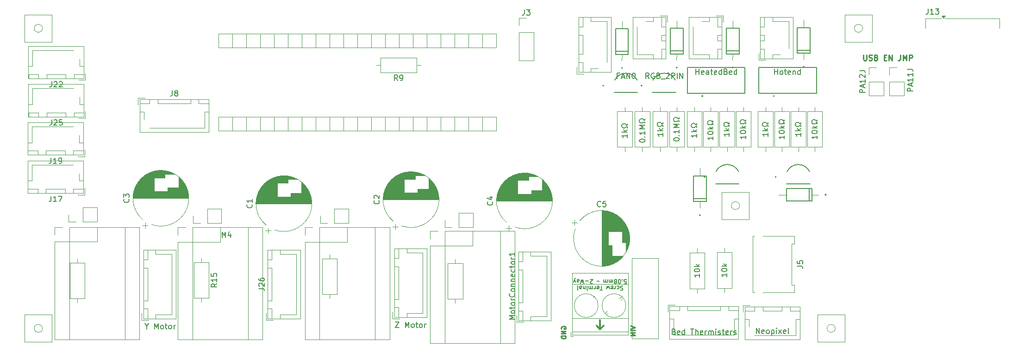
<source format=gbr>
%TF.GenerationSoftware,KiCad,Pcbnew,9.0.0*%
%TF.CreationDate,2025-05-04T18:41:49+10:00*%
%TF.ProjectId,A1_MB,41315f4d-422e-46b6-9963-61645f706362,rev?*%
%TF.SameCoordinates,Original*%
%TF.FileFunction,Legend,Top*%
%TF.FilePolarity,Positive*%
%FSLAX46Y46*%
G04 Gerber Fmt 4.6, Leading zero omitted, Abs format (unit mm)*
G04 Created by KiCad (PCBNEW 9.0.0) date 2025-05-04 18:41:49*
%MOMM*%
%LPD*%
G01*
G04 APERTURE LIST*
%ADD10C,0.250000*%
%ADD11C,0.150000*%
%ADD12C,0.212500*%
%ADD13C,0.120000*%
%ADD14C,0.127000*%
%ADD15C,0.100000*%
%ADD16C,0.200000*%
%ADD17C,0.300000*%
G04 APERTURE END LIST*
D10*
X218402568Y-42364619D02*
X218402568Y-43174142D01*
X218402568Y-43174142D02*
X218450187Y-43269380D01*
X218450187Y-43269380D02*
X218497806Y-43317000D01*
X218497806Y-43317000D02*
X218593044Y-43364619D01*
X218593044Y-43364619D02*
X218783520Y-43364619D01*
X218783520Y-43364619D02*
X218878758Y-43317000D01*
X218878758Y-43317000D02*
X218926377Y-43269380D01*
X218926377Y-43269380D02*
X218973996Y-43174142D01*
X218973996Y-43174142D02*
X218973996Y-42364619D01*
X219402568Y-43317000D02*
X219545425Y-43364619D01*
X219545425Y-43364619D02*
X219783520Y-43364619D01*
X219783520Y-43364619D02*
X219878758Y-43317000D01*
X219878758Y-43317000D02*
X219926377Y-43269380D01*
X219926377Y-43269380D02*
X219973996Y-43174142D01*
X219973996Y-43174142D02*
X219973996Y-43078904D01*
X219973996Y-43078904D02*
X219926377Y-42983666D01*
X219926377Y-42983666D02*
X219878758Y-42936047D01*
X219878758Y-42936047D02*
X219783520Y-42888428D01*
X219783520Y-42888428D02*
X219593044Y-42840809D01*
X219593044Y-42840809D02*
X219497806Y-42793190D01*
X219497806Y-42793190D02*
X219450187Y-42745571D01*
X219450187Y-42745571D02*
X219402568Y-42650333D01*
X219402568Y-42650333D02*
X219402568Y-42555095D01*
X219402568Y-42555095D02*
X219450187Y-42459857D01*
X219450187Y-42459857D02*
X219497806Y-42412238D01*
X219497806Y-42412238D02*
X219593044Y-42364619D01*
X219593044Y-42364619D02*
X219831139Y-42364619D01*
X219831139Y-42364619D02*
X219973996Y-42412238D01*
X220735901Y-42840809D02*
X220878758Y-42888428D01*
X220878758Y-42888428D02*
X220926377Y-42936047D01*
X220926377Y-42936047D02*
X220973996Y-43031285D01*
X220973996Y-43031285D02*
X220973996Y-43174142D01*
X220973996Y-43174142D02*
X220926377Y-43269380D01*
X220926377Y-43269380D02*
X220878758Y-43317000D01*
X220878758Y-43317000D02*
X220783520Y-43364619D01*
X220783520Y-43364619D02*
X220402568Y-43364619D01*
X220402568Y-43364619D02*
X220402568Y-42364619D01*
X220402568Y-42364619D02*
X220735901Y-42364619D01*
X220735901Y-42364619D02*
X220831139Y-42412238D01*
X220831139Y-42412238D02*
X220878758Y-42459857D01*
X220878758Y-42459857D02*
X220926377Y-42555095D01*
X220926377Y-42555095D02*
X220926377Y-42650333D01*
X220926377Y-42650333D02*
X220878758Y-42745571D01*
X220878758Y-42745571D02*
X220831139Y-42793190D01*
X220831139Y-42793190D02*
X220735901Y-42840809D01*
X220735901Y-42840809D02*
X220402568Y-42840809D01*
X222164473Y-42840809D02*
X222497806Y-42840809D01*
X222640663Y-43364619D02*
X222164473Y-43364619D01*
X222164473Y-43364619D02*
X222164473Y-42364619D01*
X222164473Y-42364619D02*
X222640663Y-42364619D01*
X223069235Y-43364619D02*
X223069235Y-42364619D01*
X223069235Y-42364619D02*
X223640663Y-43364619D01*
X223640663Y-43364619D02*
X223640663Y-42364619D01*
X225164473Y-42364619D02*
X225164473Y-43078904D01*
X225164473Y-43078904D02*
X225116854Y-43221761D01*
X225116854Y-43221761D02*
X225021616Y-43317000D01*
X225021616Y-43317000D02*
X224878759Y-43364619D01*
X224878759Y-43364619D02*
X224783521Y-43364619D01*
X225640664Y-43364619D02*
X225640664Y-42364619D01*
X225640664Y-42364619D02*
X225973997Y-43078904D01*
X225973997Y-43078904D02*
X226307330Y-42364619D01*
X226307330Y-42364619D02*
X226307330Y-43364619D01*
X226783521Y-43364619D02*
X226783521Y-42364619D01*
X226783521Y-42364619D02*
X227164473Y-42364619D01*
X227164473Y-42364619D02*
X227259711Y-42412238D01*
X227259711Y-42412238D02*
X227307330Y-42459857D01*
X227307330Y-42459857D02*
X227354949Y-42555095D01*
X227354949Y-42555095D02*
X227354949Y-42697952D01*
X227354949Y-42697952D02*
X227307330Y-42793190D01*
X227307330Y-42793190D02*
X227259711Y-42840809D01*
X227259711Y-42840809D02*
X227164473Y-42888428D01*
X227164473Y-42888428D02*
X226783521Y-42888428D01*
D11*
X173714285Y-46181009D02*
X173380952Y-46181009D01*
X173380952Y-46704819D02*
X173380952Y-45704819D01*
X173380952Y-45704819D02*
X173857142Y-45704819D01*
X174190476Y-46419104D02*
X174666666Y-46419104D01*
X174095238Y-46704819D02*
X174428571Y-45704819D01*
X174428571Y-45704819D02*
X174761904Y-46704819D01*
X175095238Y-46704819D02*
X175095238Y-45704819D01*
X175095238Y-45704819D02*
X175666666Y-46704819D01*
X175666666Y-46704819D02*
X175666666Y-45704819D01*
X176333333Y-45704819D02*
X176428571Y-45704819D01*
X176428571Y-45704819D02*
X176523809Y-45752438D01*
X176523809Y-45752438D02*
X176571428Y-45800057D01*
X176571428Y-45800057D02*
X176619047Y-45895295D01*
X176619047Y-45895295D02*
X176666666Y-46085771D01*
X176666666Y-46085771D02*
X176666666Y-46323866D01*
X176666666Y-46323866D02*
X176619047Y-46514342D01*
X176619047Y-46514342D02*
X176571428Y-46609580D01*
X176571428Y-46609580D02*
X176523809Y-46657200D01*
X176523809Y-46657200D02*
X176428571Y-46704819D01*
X176428571Y-46704819D02*
X176333333Y-46704819D01*
X176333333Y-46704819D02*
X176238095Y-46657200D01*
X176238095Y-46657200D02*
X176190476Y-46609580D01*
X176190476Y-46609580D02*
X176142857Y-46514342D01*
X176142857Y-46514342D02*
X176095238Y-46323866D01*
X176095238Y-46323866D02*
X176095238Y-46085771D01*
X176095238Y-46085771D02*
X176142857Y-45895295D01*
X176142857Y-45895295D02*
X176190476Y-45800057D01*
X176190476Y-45800057D02*
X176238095Y-45752438D01*
X176238095Y-45752438D02*
X176333333Y-45704819D01*
X154654819Y-90821429D02*
X153654819Y-90821429D01*
X153654819Y-90821429D02*
X154369104Y-90488096D01*
X154369104Y-90488096D02*
X153654819Y-90154763D01*
X153654819Y-90154763D02*
X154654819Y-90154763D01*
X154654819Y-89535715D02*
X154607200Y-89630953D01*
X154607200Y-89630953D02*
X154559580Y-89678572D01*
X154559580Y-89678572D02*
X154464342Y-89726191D01*
X154464342Y-89726191D02*
X154178628Y-89726191D01*
X154178628Y-89726191D02*
X154083390Y-89678572D01*
X154083390Y-89678572D02*
X154035771Y-89630953D01*
X154035771Y-89630953D02*
X153988152Y-89535715D01*
X153988152Y-89535715D02*
X153988152Y-89392858D01*
X153988152Y-89392858D02*
X154035771Y-89297620D01*
X154035771Y-89297620D02*
X154083390Y-89250001D01*
X154083390Y-89250001D02*
X154178628Y-89202382D01*
X154178628Y-89202382D02*
X154464342Y-89202382D01*
X154464342Y-89202382D02*
X154559580Y-89250001D01*
X154559580Y-89250001D02*
X154607200Y-89297620D01*
X154607200Y-89297620D02*
X154654819Y-89392858D01*
X154654819Y-89392858D02*
X154654819Y-89535715D01*
X153988152Y-88916667D02*
X153988152Y-88535715D01*
X153654819Y-88773810D02*
X154511961Y-88773810D01*
X154511961Y-88773810D02*
X154607200Y-88726191D01*
X154607200Y-88726191D02*
X154654819Y-88630953D01*
X154654819Y-88630953D02*
X154654819Y-88535715D01*
X154654819Y-88059524D02*
X154607200Y-88154762D01*
X154607200Y-88154762D02*
X154559580Y-88202381D01*
X154559580Y-88202381D02*
X154464342Y-88250000D01*
X154464342Y-88250000D02*
X154178628Y-88250000D01*
X154178628Y-88250000D02*
X154083390Y-88202381D01*
X154083390Y-88202381D02*
X154035771Y-88154762D01*
X154035771Y-88154762D02*
X153988152Y-88059524D01*
X153988152Y-88059524D02*
X153988152Y-87916667D01*
X153988152Y-87916667D02*
X154035771Y-87821429D01*
X154035771Y-87821429D02*
X154083390Y-87773810D01*
X154083390Y-87773810D02*
X154178628Y-87726191D01*
X154178628Y-87726191D02*
X154464342Y-87726191D01*
X154464342Y-87726191D02*
X154559580Y-87773810D01*
X154559580Y-87773810D02*
X154607200Y-87821429D01*
X154607200Y-87821429D02*
X154654819Y-87916667D01*
X154654819Y-87916667D02*
X154654819Y-88059524D01*
X154654819Y-87297619D02*
X153988152Y-87297619D01*
X154178628Y-87297619D02*
X154083390Y-87250000D01*
X154083390Y-87250000D02*
X154035771Y-87202381D01*
X154035771Y-87202381D02*
X153988152Y-87107143D01*
X153988152Y-87107143D02*
X153988152Y-87011905D01*
X154559580Y-86107143D02*
X154607200Y-86154762D01*
X154607200Y-86154762D02*
X154654819Y-86297619D01*
X154654819Y-86297619D02*
X154654819Y-86392857D01*
X154654819Y-86392857D02*
X154607200Y-86535714D01*
X154607200Y-86535714D02*
X154511961Y-86630952D01*
X154511961Y-86630952D02*
X154416723Y-86678571D01*
X154416723Y-86678571D02*
X154226247Y-86726190D01*
X154226247Y-86726190D02*
X154083390Y-86726190D01*
X154083390Y-86726190D02*
X153892914Y-86678571D01*
X153892914Y-86678571D02*
X153797676Y-86630952D01*
X153797676Y-86630952D02*
X153702438Y-86535714D01*
X153702438Y-86535714D02*
X153654819Y-86392857D01*
X153654819Y-86392857D02*
X153654819Y-86297619D01*
X153654819Y-86297619D02*
X153702438Y-86154762D01*
X153702438Y-86154762D02*
X153750057Y-86107143D01*
X154654819Y-85535714D02*
X154607200Y-85630952D01*
X154607200Y-85630952D02*
X154559580Y-85678571D01*
X154559580Y-85678571D02*
X154464342Y-85726190D01*
X154464342Y-85726190D02*
X154178628Y-85726190D01*
X154178628Y-85726190D02*
X154083390Y-85678571D01*
X154083390Y-85678571D02*
X154035771Y-85630952D01*
X154035771Y-85630952D02*
X153988152Y-85535714D01*
X153988152Y-85535714D02*
X153988152Y-85392857D01*
X153988152Y-85392857D02*
X154035771Y-85297619D01*
X154035771Y-85297619D02*
X154083390Y-85250000D01*
X154083390Y-85250000D02*
X154178628Y-85202381D01*
X154178628Y-85202381D02*
X154464342Y-85202381D01*
X154464342Y-85202381D02*
X154559580Y-85250000D01*
X154559580Y-85250000D02*
X154607200Y-85297619D01*
X154607200Y-85297619D02*
X154654819Y-85392857D01*
X154654819Y-85392857D02*
X154654819Y-85535714D01*
X153988152Y-84773809D02*
X154654819Y-84773809D01*
X154083390Y-84773809D02*
X154035771Y-84726190D01*
X154035771Y-84726190D02*
X153988152Y-84630952D01*
X153988152Y-84630952D02*
X153988152Y-84488095D01*
X153988152Y-84488095D02*
X154035771Y-84392857D01*
X154035771Y-84392857D02*
X154131009Y-84345238D01*
X154131009Y-84345238D02*
X154654819Y-84345238D01*
X153988152Y-83869047D02*
X154654819Y-83869047D01*
X154083390Y-83869047D02*
X154035771Y-83821428D01*
X154035771Y-83821428D02*
X153988152Y-83726190D01*
X153988152Y-83726190D02*
X153988152Y-83583333D01*
X153988152Y-83583333D02*
X154035771Y-83488095D01*
X154035771Y-83488095D02*
X154131009Y-83440476D01*
X154131009Y-83440476D02*
X154654819Y-83440476D01*
X154607200Y-82583333D02*
X154654819Y-82678571D01*
X154654819Y-82678571D02*
X154654819Y-82869047D01*
X154654819Y-82869047D02*
X154607200Y-82964285D01*
X154607200Y-82964285D02*
X154511961Y-83011904D01*
X154511961Y-83011904D02*
X154131009Y-83011904D01*
X154131009Y-83011904D02*
X154035771Y-82964285D01*
X154035771Y-82964285D02*
X153988152Y-82869047D01*
X153988152Y-82869047D02*
X153988152Y-82678571D01*
X153988152Y-82678571D02*
X154035771Y-82583333D01*
X154035771Y-82583333D02*
X154131009Y-82535714D01*
X154131009Y-82535714D02*
X154226247Y-82535714D01*
X154226247Y-82535714D02*
X154321485Y-83011904D01*
X154607200Y-81678571D02*
X154654819Y-81773809D01*
X154654819Y-81773809D02*
X154654819Y-81964285D01*
X154654819Y-81964285D02*
X154607200Y-82059523D01*
X154607200Y-82059523D02*
X154559580Y-82107142D01*
X154559580Y-82107142D02*
X154464342Y-82154761D01*
X154464342Y-82154761D02*
X154178628Y-82154761D01*
X154178628Y-82154761D02*
X154083390Y-82107142D01*
X154083390Y-82107142D02*
X154035771Y-82059523D01*
X154035771Y-82059523D02*
X153988152Y-81964285D01*
X153988152Y-81964285D02*
X153988152Y-81773809D01*
X153988152Y-81773809D02*
X154035771Y-81678571D01*
X153988152Y-81392856D02*
X153988152Y-81011904D01*
X153654819Y-81249999D02*
X154511961Y-81249999D01*
X154511961Y-81249999D02*
X154607200Y-81202380D01*
X154607200Y-81202380D02*
X154654819Y-81107142D01*
X154654819Y-81107142D02*
X154654819Y-81011904D01*
X154654819Y-80535713D02*
X154607200Y-80630951D01*
X154607200Y-80630951D02*
X154559580Y-80678570D01*
X154559580Y-80678570D02*
X154464342Y-80726189D01*
X154464342Y-80726189D02*
X154178628Y-80726189D01*
X154178628Y-80726189D02*
X154083390Y-80678570D01*
X154083390Y-80678570D02*
X154035771Y-80630951D01*
X154035771Y-80630951D02*
X153988152Y-80535713D01*
X153988152Y-80535713D02*
X153988152Y-80392856D01*
X153988152Y-80392856D02*
X154035771Y-80297618D01*
X154035771Y-80297618D02*
X154083390Y-80249999D01*
X154083390Y-80249999D02*
X154178628Y-80202380D01*
X154178628Y-80202380D02*
X154464342Y-80202380D01*
X154464342Y-80202380D02*
X154559580Y-80249999D01*
X154559580Y-80249999D02*
X154607200Y-80297618D01*
X154607200Y-80297618D02*
X154654819Y-80392856D01*
X154654819Y-80392856D02*
X154654819Y-80535713D01*
X154654819Y-79773808D02*
X153988152Y-79773808D01*
X154178628Y-79773808D02*
X154083390Y-79726189D01*
X154083390Y-79726189D02*
X154035771Y-79678570D01*
X154035771Y-79678570D02*
X153988152Y-79583332D01*
X153988152Y-79583332D02*
X153988152Y-79488094D01*
X154654819Y-78630951D02*
X154654819Y-79202379D01*
X154654819Y-78916665D02*
X153654819Y-78916665D01*
X153654819Y-78916665D02*
X153797676Y-79011903D01*
X153797676Y-79011903D02*
X153892914Y-79107141D01*
X153892914Y-79107141D02*
X153940533Y-79202379D01*
X100134819Y-84302857D02*
X99658628Y-84636190D01*
X100134819Y-84874285D02*
X99134819Y-84874285D01*
X99134819Y-84874285D02*
X99134819Y-84493333D01*
X99134819Y-84493333D02*
X99182438Y-84398095D01*
X99182438Y-84398095D02*
X99230057Y-84350476D01*
X99230057Y-84350476D02*
X99325295Y-84302857D01*
X99325295Y-84302857D02*
X99468152Y-84302857D01*
X99468152Y-84302857D02*
X99563390Y-84350476D01*
X99563390Y-84350476D02*
X99611009Y-84398095D01*
X99611009Y-84398095D02*
X99658628Y-84493333D01*
X99658628Y-84493333D02*
X99658628Y-84874285D01*
X100134819Y-83350476D02*
X100134819Y-83921904D01*
X100134819Y-83636190D02*
X99134819Y-83636190D01*
X99134819Y-83636190D02*
X99277676Y-83731428D01*
X99277676Y-83731428D02*
X99372914Y-83826666D01*
X99372914Y-83826666D02*
X99420533Y-83921904D01*
X99134819Y-82445714D02*
X99134819Y-82921904D01*
X99134819Y-82921904D02*
X99611009Y-82969523D01*
X99611009Y-82969523D02*
X99563390Y-82921904D01*
X99563390Y-82921904D02*
X99515771Y-82826666D01*
X99515771Y-82826666D02*
X99515771Y-82588571D01*
X99515771Y-82588571D02*
X99563390Y-82493333D01*
X99563390Y-82493333D02*
X99611009Y-82445714D01*
X99611009Y-82445714D02*
X99706247Y-82398095D01*
X99706247Y-82398095D02*
X99944342Y-82398095D01*
X99944342Y-82398095D02*
X100039580Y-82445714D01*
X100039580Y-82445714D02*
X100087200Y-82493333D01*
X100087200Y-82493333D02*
X100134819Y-82588571D01*
X100134819Y-82588571D02*
X100134819Y-82826666D01*
X100134819Y-82826666D02*
X100087200Y-82921904D01*
X100087200Y-82921904D02*
X100039580Y-82969523D01*
X206954819Y-56690476D02*
X206954819Y-57261904D01*
X206954819Y-56976190D02*
X205954819Y-56976190D01*
X205954819Y-56976190D02*
X206097676Y-57071428D01*
X206097676Y-57071428D02*
X206192914Y-57166666D01*
X206192914Y-57166666D02*
X206240533Y-57261904D01*
X206954819Y-56261904D02*
X205954819Y-56261904D01*
X206573866Y-56166666D02*
X206954819Y-55880952D01*
X206288152Y-55880952D02*
X206669104Y-56261904D01*
X206954819Y-55499999D02*
X206954819Y-55261904D01*
X206954819Y-55261904D02*
X206764342Y-55261904D01*
X206764342Y-55261904D02*
X206716723Y-55357142D01*
X206716723Y-55357142D02*
X206621485Y-55452380D01*
X206621485Y-55452380D02*
X206478628Y-55499999D01*
X206478628Y-55499999D02*
X206240533Y-55499999D01*
X206240533Y-55499999D02*
X206097676Y-55452380D01*
X206097676Y-55452380D02*
X206002438Y-55357142D01*
X206002438Y-55357142D02*
X205954819Y-55214285D01*
X205954819Y-55214285D02*
X205954819Y-55023809D01*
X205954819Y-55023809D02*
X206002438Y-54880952D01*
X206002438Y-54880952D02*
X206097676Y-54785714D01*
X206097676Y-54785714D02*
X206240533Y-54738095D01*
X206240533Y-54738095D02*
X206478628Y-54738095D01*
X206478628Y-54738095D02*
X206621485Y-54785714D01*
X206621485Y-54785714D02*
X206716723Y-54880952D01*
X206716723Y-54880952D02*
X206764342Y-54976190D01*
X206764342Y-54976190D02*
X206954819Y-54976190D01*
X206954819Y-54976190D02*
X206954819Y-54738095D01*
X69940476Y-54254819D02*
X69940476Y-54969104D01*
X69940476Y-54969104D02*
X69892857Y-55111961D01*
X69892857Y-55111961D02*
X69797619Y-55207200D01*
X69797619Y-55207200D02*
X69654762Y-55254819D01*
X69654762Y-55254819D02*
X69559524Y-55254819D01*
X70369048Y-54350057D02*
X70416667Y-54302438D01*
X70416667Y-54302438D02*
X70511905Y-54254819D01*
X70511905Y-54254819D02*
X70750000Y-54254819D01*
X70750000Y-54254819D02*
X70845238Y-54302438D01*
X70845238Y-54302438D02*
X70892857Y-54350057D01*
X70892857Y-54350057D02*
X70940476Y-54445295D01*
X70940476Y-54445295D02*
X70940476Y-54540533D01*
X70940476Y-54540533D02*
X70892857Y-54683390D01*
X70892857Y-54683390D02*
X70321429Y-55254819D01*
X70321429Y-55254819D02*
X70940476Y-55254819D01*
X71845238Y-54254819D02*
X71369048Y-54254819D01*
X71369048Y-54254819D02*
X71321429Y-54731009D01*
X71321429Y-54731009D02*
X71369048Y-54683390D01*
X71369048Y-54683390D02*
X71464286Y-54635771D01*
X71464286Y-54635771D02*
X71702381Y-54635771D01*
X71702381Y-54635771D02*
X71797619Y-54683390D01*
X71797619Y-54683390D02*
X71845238Y-54731009D01*
X71845238Y-54731009D02*
X71892857Y-54826247D01*
X71892857Y-54826247D02*
X71892857Y-55064342D01*
X71892857Y-55064342D02*
X71845238Y-55159580D01*
X71845238Y-55159580D02*
X71797619Y-55207200D01*
X71797619Y-55207200D02*
X71702381Y-55254819D01*
X71702381Y-55254819D02*
X71464286Y-55254819D01*
X71464286Y-55254819D02*
X71369048Y-55207200D01*
X71369048Y-55207200D02*
X71321429Y-55159580D01*
X203954819Y-57166666D02*
X203954819Y-57738094D01*
X203954819Y-57452380D02*
X202954819Y-57452380D01*
X202954819Y-57452380D02*
X203097676Y-57547618D01*
X203097676Y-57547618D02*
X203192914Y-57642856D01*
X203192914Y-57642856D02*
X203240533Y-57738094D01*
X202954819Y-56547618D02*
X202954819Y-56452380D01*
X202954819Y-56452380D02*
X203002438Y-56357142D01*
X203002438Y-56357142D02*
X203050057Y-56309523D01*
X203050057Y-56309523D02*
X203145295Y-56261904D01*
X203145295Y-56261904D02*
X203335771Y-56214285D01*
X203335771Y-56214285D02*
X203573866Y-56214285D01*
X203573866Y-56214285D02*
X203764342Y-56261904D01*
X203764342Y-56261904D02*
X203859580Y-56309523D01*
X203859580Y-56309523D02*
X203907200Y-56357142D01*
X203907200Y-56357142D02*
X203954819Y-56452380D01*
X203954819Y-56452380D02*
X203954819Y-56547618D01*
X203954819Y-56547618D02*
X203907200Y-56642856D01*
X203907200Y-56642856D02*
X203859580Y-56690475D01*
X203859580Y-56690475D02*
X203764342Y-56738094D01*
X203764342Y-56738094D02*
X203573866Y-56785713D01*
X203573866Y-56785713D02*
X203335771Y-56785713D01*
X203335771Y-56785713D02*
X203145295Y-56738094D01*
X203145295Y-56738094D02*
X203050057Y-56690475D01*
X203050057Y-56690475D02*
X203002438Y-56642856D01*
X203002438Y-56642856D02*
X202954819Y-56547618D01*
X203954819Y-55785713D02*
X202954819Y-55785713D01*
X203573866Y-55690475D02*
X203954819Y-55404761D01*
X203288152Y-55404761D02*
X203669104Y-55785713D01*
X203954819Y-55023808D02*
X203954819Y-54785713D01*
X203954819Y-54785713D02*
X203764342Y-54785713D01*
X203764342Y-54785713D02*
X203716723Y-54880951D01*
X203716723Y-54880951D02*
X203621485Y-54976189D01*
X203621485Y-54976189D02*
X203478628Y-55023808D01*
X203478628Y-55023808D02*
X203240533Y-55023808D01*
X203240533Y-55023808D02*
X203097676Y-54976189D01*
X203097676Y-54976189D02*
X203002438Y-54880951D01*
X203002438Y-54880951D02*
X202954819Y-54738094D01*
X202954819Y-54738094D02*
X202954819Y-54547618D01*
X202954819Y-54547618D02*
X203002438Y-54404761D01*
X203002438Y-54404761D02*
X203097676Y-54309523D01*
X203097676Y-54309523D02*
X203240533Y-54261904D01*
X203240533Y-54261904D02*
X203478628Y-54261904D01*
X203478628Y-54261904D02*
X203621485Y-54309523D01*
X203621485Y-54309523D02*
X203716723Y-54404761D01*
X203716723Y-54404761D02*
X203764342Y-54499999D01*
X203764342Y-54499999D02*
X203954819Y-54499999D01*
X203954819Y-54499999D02*
X203954819Y-54261904D01*
X187785714Y-45954819D02*
X187785714Y-44954819D01*
X187785714Y-45431009D02*
X188357142Y-45431009D01*
X188357142Y-45954819D02*
X188357142Y-44954819D01*
X189214285Y-45907200D02*
X189119047Y-45954819D01*
X189119047Y-45954819D02*
X188928571Y-45954819D01*
X188928571Y-45954819D02*
X188833333Y-45907200D01*
X188833333Y-45907200D02*
X188785714Y-45811961D01*
X188785714Y-45811961D02*
X188785714Y-45431009D01*
X188785714Y-45431009D02*
X188833333Y-45335771D01*
X188833333Y-45335771D02*
X188928571Y-45288152D01*
X188928571Y-45288152D02*
X189119047Y-45288152D01*
X189119047Y-45288152D02*
X189214285Y-45335771D01*
X189214285Y-45335771D02*
X189261904Y-45431009D01*
X189261904Y-45431009D02*
X189261904Y-45526247D01*
X189261904Y-45526247D02*
X188785714Y-45621485D01*
X190119047Y-45954819D02*
X190119047Y-45431009D01*
X190119047Y-45431009D02*
X190071428Y-45335771D01*
X190071428Y-45335771D02*
X189976190Y-45288152D01*
X189976190Y-45288152D02*
X189785714Y-45288152D01*
X189785714Y-45288152D02*
X189690476Y-45335771D01*
X190119047Y-45907200D02*
X190023809Y-45954819D01*
X190023809Y-45954819D02*
X189785714Y-45954819D01*
X189785714Y-45954819D02*
X189690476Y-45907200D01*
X189690476Y-45907200D02*
X189642857Y-45811961D01*
X189642857Y-45811961D02*
X189642857Y-45716723D01*
X189642857Y-45716723D02*
X189690476Y-45621485D01*
X189690476Y-45621485D02*
X189785714Y-45573866D01*
X189785714Y-45573866D02*
X190023809Y-45573866D01*
X190023809Y-45573866D02*
X190119047Y-45526247D01*
X190452381Y-45288152D02*
X190833333Y-45288152D01*
X190595238Y-44954819D02*
X190595238Y-45811961D01*
X190595238Y-45811961D02*
X190642857Y-45907200D01*
X190642857Y-45907200D02*
X190738095Y-45954819D01*
X190738095Y-45954819D02*
X190833333Y-45954819D01*
X191547619Y-45907200D02*
X191452381Y-45954819D01*
X191452381Y-45954819D02*
X191261905Y-45954819D01*
X191261905Y-45954819D02*
X191166667Y-45907200D01*
X191166667Y-45907200D02*
X191119048Y-45811961D01*
X191119048Y-45811961D02*
X191119048Y-45431009D01*
X191119048Y-45431009D02*
X191166667Y-45335771D01*
X191166667Y-45335771D02*
X191261905Y-45288152D01*
X191261905Y-45288152D02*
X191452381Y-45288152D01*
X191452381Y-45288152D02*
X191547619Y-45335771D01*
X191547619Y-45335771D02*
X191595238Y-45431009D01*
X191595238Y-45431009D02*
X191595238Y-45526247D01*
X191595238Y-45526247D02*
X191119048Y-45621485D01*
X192452381Y-45954819D02*
X192452381Y-44954819D01*
X192452381Y-45907200D02*
X192357143Y-45954819D01*
X192357143Y-45954819D02*
X192166667Y-45954819D01*
X192166667Y-45954819D02*
X192071429Y-45907200D01*
X192071429Y-45907200D02*
X192023810Y-45859580D01*
X192023810Y-45859580D02*
X191976191Y-45764342D01*
X191976191Y-45764342D02*
X191976191Y-45478628D01*
X191976191Y-45478628D02*
X192023810Y-45383390D01*
X192023810Y-45383390D02*
X192071429Y-45335771D01*
X192071429Y-45335771D02*
X192166667Y-45288152D01*
X192166667Y-45288152D02*
X192357143Y-45288152D01*
X192357143Y-45288152D02*
X192452381Y-45335771D01*
X193261905Y-45431009D02*
X193404762Y-45478628D01*
X193404762Y-45478628D02*
X193452381Y-45526247D01*
X193452381Y-45526247D02*
X193500000Y-45621485D01*
X193500000Y-45621485D02*
X193500000Y-45764342D01*
X193500000Y-45764342D02*
X193452381Y-45859580D01*
X193452381Y-45859580D02*
X193404762Y-45907200D01*
X193404762Y-45907200D02*
X193309524Y-45954819D01*
X193309524Y-45954819D02*
X192928572Y-45954819D01*
X192928572Y-45954819D02*
X192928572Y-44954819D01*
X192928572Y-44954819D02*
X193261905Y-44954819D01*
X193261905Y-44954819D02*
X193357143Y-45002438D01*
X193357143Y-45002438D02*
X193404762Y-45050057D01*
X193404762Y-45050057D02*
X193452381Y-45145295D01*
X193452381Y-45145295D02*
X193452381Y-45240533D01*
X193452381Y-45240533D02*
X193404762Y-45335771D01*
X193404762Y-45335771D02*
X193357143Y-45383390D01*
X193357143Y-45383390D02*
X193261905Y-45431009D01*
X193261905Y-45431009D02*
X192928572Y-45431009D01*
X194309524Y-45907200D02*
X194214286Y-45954819D01*
X194214286Y-45954819D02*
X194023810Y-45954819D01*
X194023810Y-45954819D02*
X193928572Y-45907200D01*
X193928572Y-45907200D02*
X193880953Y-45811961D01*
X193880953Y-45811961D02*
X193880953Y-45431009D01*
X193880953Y-45431009D02*
X193928572Y-45335771D01*
X193928572Y-45335771D02*
X194023810Y-45288152D01*
X194023810Y-45288152D02*
X194214286Y-45288152D01*
X194214286Y-45288152D02*
X194309524Y-45335771D01*
X194309524Y-45335771D02*
X194357143Y-45431009D01*
X194357143Y-45431009D02*
X194357143Y-45526247D01*
X194357143Y-45526247D02*
X193880953Y-45621485D01*
X195214286Y-45954819D02*
X195214286Y-44954819D01*
X195214286Y-45907200D02*
X195119048Y-45954819D01*
X195119048Y-45954819D02*
X194928572Y-45954819D01*
X194928572Y-45954819D02*
X194833334Y-45907200D01*
X194833334Y-45907200D02*
X194785715Y-45859580D01*
X194785715Y-45859580D02*
X194738096Y-45764342D01*
X194738096Y-45764342D02*
X194738096Y-45478628D01*
X194738096Y-45478628D02*
X194785715Y-45383390D01*
X194785715Y-45383390D02*
X194833334Y-45335771D01*
X194833334Y-45335771D02*
X194928572Y-45288152D01*
X194928572Y-45288152D02*
X195119048Y-45288152D01*
X195119048Y-45288152D02*
X195214286Y-45335771D01*
X190914819Y-57336666D02*
X190914819Y-57908094D01*
X190914819Y-57622380D02*
X189914819Y-57622380D01*
X189914819Y-57622380D02*
X190057676Y-57717618D01*
X190057676Y-57717618D02*
X190152914Y-57812856D01*
X190152914Y-57812856D02*
X190200533Y-57908094D01*
X189914819Y-56717618D02*
X189914819Y-56622380D01*
X189914819Y-56622380D02*
X189962438Y-56527142D01*
X189962438Y-56527142D02*
X190010057Y-56479523D01*
X190010057Y-56479523D02*
X190105295Y-56431904D01*
X190105295Y-56431904D02*
X190295771Y-56384285D01*
X190295771Y-56384285D02*
X190533866Y-56384285D01*
X190533866Y-56384285D02*
X190724342Y-56431904D01*
X190724342Y-56431904D02*
X190819580Y-56479523D01*
X190819580Y-56479523D02*
X190867200Y-56527142D01*
X190867200Y-56527142D02*
X190914819Y-56622380D01*
X190914819Y-56622380D02*
X190914819Y-56717618D01*
X190914819Y-56717618D02*
X190867200Y-56812856D01*
X190867200Y-56812856D02*
X190819580Y-56860475D01*
X190819580Y-56860475D02*
X190724342Y-56908094D01*
X190724342Y-56908094D02*
X190533866Y-56955713D01*
X190533866Y-56955713D02*
X190295771Y-56955713D01*
X190295771Y-56955713D02*
X190105295Y-56908094D01*
X190105295Y-56908094D02*
X190010057Y-56860475D01*
X190010057Y-56860475D02*
X189962438Y-56812856D01*
X189962438Y-56812856D02*
X189914819Y-56717618D01*
X190914819Y-55955713D02*
X189914819Y-55955713D01*
X190533866Y-55860475D02*
X190914819Y-55574761D01*
X190248152Y-55574761D02*
X190629104Y-55955713D01*
X190914819Y-55193808D02*
X190914819Y-54955713D01*
X190914819Y-54955713D02*
X190724342Y-54955713D01*
X190724342Y-54955713D02*
X190676723Y-55050951D01*
X190676723Y-55050951D02*
X190581485Y-55146189D01*
X190581485Y-55146189D02*
X190438628Y-55193808D01*
X190438628Y-55193808D02*
X190200533Y-55193808D01*
X190200533Y-55193808D02*
X190057676Y-55146189D01*
X190057676Y-55146189D02*
X189962438Y-55050951D01*
X189962438Y-55050951D02*
X189914819Y-54908094D01*
X189914819Y-54908094D02*
X189914819Y-54717618D01*
X189914819Y-54717618D02*
X189962438Y-54574761D01*
X189962438Y-54574761D02*
X190057676Y-54479523D01*
X190057676Y-54479523D02*
X190200533Y-54431904D01*
X190200533Y-54431904D02*
X190438628Y-54431904D01*
X190438628Y-54431904D02*
X190581485Y-54479523D01*
X190581485Y-54479523D02*
X190676723Y-54574761D01*
X190676723Y-54574761D02*
X190724342Y-54669999D01*
X190724342Y-54669999D02*
X190914819Y-54669999D01*
X190914819Y-54669999D02*
X190914819Y-54431904D01*
X177454819Y-58154761D02*
X177454819Y-58059523D01*
X177454819Y-58059523D02*
X177502438Y-57964285D01*
X177502438Y-57964285D02*
X177550057Y-57916666D01*
X177550057Y-57916666D02*
X177645295Y-57869047D01*
X177645295Y-57869047D02*
X177835771Y-57821428D01*
X177835771Y-57821428D02*
X178073866Y-57821428D01*
X178073866Y-57821428D02*
X178264342Y-57869047D01*
X178264342Y-57869047D02*
X178359580Y-57916666D01*
X178359580Y-57916666D02*
X178407200Y-57964285D01*
X178407200Y-57964285D02*
X178454819Y-58059523D01*
X178454819Y-58059523D02*
X178454819Y-58154761D01*
X178454819Y-58154761D02*
X178407200Y-58249999D01*
X178407200Y-58249999D02*
X178359580Y-58297618D01*
X178359580Y-58297618D02*
X178264342Y-58345237D01*
X178264342Y-58345237D02*
X178073866Y-58392856D01*
X178073866Y-58392856D02*
X177835771Y-58392856D01*
X177835771Y-58392856D02*
X177645295Y-58345237D01*
X177645295Y-58345237D02*
X177550057Y-58297618D01*
X177550057Y-58297618D02*
X177502438Y-58249999D01*
X177502438Y-58249999D02*
X177454819Y-58154761D01*
X178359580Y-57392856D02*
X178407200Y-57345237D01*
X178407200Y-57345237D02*
X178454819Y-57392856D01*
X178454819Y-57392856D02*
X178407200Y-57440475D01*
X178407200Y-57440475D02*
X178359580Y-57392856D01*
X178359580Y-57392856D02*
X178454819Y-57392856D01*
X178454819Y-56392857D02*
X178454819Y-56964285D01*
X178454819Y-56678571D02*
X177454819Y-56678571D01*
X177454819Y-56678571D02*
X177597676Y-56773809D01*
X177597676Y-56773809D02*
X177692914Y-56869047D01*
X177692914Y-56869047D02*
X177740533Y-56964285D01*
X178454819Y-55964285D02*
X177454819Y-55964285D01*
X177454819Y-55964285D02*
X178169104Y-55630952D01*
X178169104Y-55630952D02*
X177454819Y-55297619D01*
X177454819Y-55297619D02*
X178454819Y-55297619D01*
X178454819Y-54869047D02*
X178454819Y-54630952D01*
X178454819Y-54630952D02*
X178264342Y-54630952D01*
X178264342Y-54630952D02*
X178216723Y-54726190D01*
X178216723Y-54726190D02*
X178121485Y-54821428D01*
X178121485Y-54821428D02*
X177978628Y-54869047D01*
X177978628Y-54869047D02*
X177740533Y-54869047D01*
X177740533Y-54869047D02*
X177597676Y-54821428D01*
X177597676Y-54821428D02*
X177502438Y-54726190D01*
X177502438Y-54726190D02*
X177454819Y-54583333D01*
X177454819Y-54583333D02*
X177454819Y-54392857D01*
X177454819Y-54392857D02*
X177502438Y-54250000D01*
X177502438Y-54250000D02*
X177597676Y-54154762D01*
X177597676Y-54154762D02*
X177740533Y-54107143D01*
X177740533Y-54107143D02*
X177978628Y-54107143D01*
X177978628Y-54107143D02*
X178121485Y-54154762D01*
X178121485Y-54154762D02*
X178216723Y-54250000D01*
X178216723Y-54250000D02*
X178264342Y-54345238D01*
X178264342Y-54345238D02*
X178454819Y-54345238D01*
X178454819Y-54345238D02*
X178454819Y-54107143D01*
X206314819Y-81083333D02*
X207029104Y-81083333D01*
X207029104Y-81083333D02*
X207171961Y-81130952D01*
X207171961Y-81130952D02*
X207267200Y-81226190D01*
X207267200Y-81226190D02*
X207314819Y-81369047D01*
X207314819Y-81369047D02*
X207314819Y-81464285D01*
X206314819Y-80130952D02*
X206314819Y-80607142D01*
X206314819Y-80607142D02*
X206791009Y-80654761D01*
X206791009Y-80654761D02*
X206743390Y-80607142D01*
X206743390Y-80607142D02*
X206695771Y-80511904D01*
X206695771Y-80511904D02*
X206695771Y-80273809D01*
X206695771Y-80273809D02*
X206743390Y-80178571D01*
X206743390Y-80178571D02*
X206791009Y-80130952D01*
X206791009Y-80130952D02*
X206886247Y-80083333D01*
X206886247Y-80083333D02*
X207124342Y-80083333D01*
X207124342Y-80083333D02*
X207219580Y-80130952D01*
X207219580Y-80130952D02*
X207267200Y-80178571D01*
X207267200Y-80178571D02*
X207314819Y-80273809D01*
X207314819Y-80273809D02*
X207314819Y-80511904D01*
X207314819Y-80511904D02*
X207267200Y-80607142D01*
X207267200Y-80607142D02*
X207219580Y-80654761D01*
X209954819Y-57166666D02*
X209954819Y-57738094D01*
X209954819Y-57452380D02*
X208954819Y-57452380D01*
X208954819Y-57452380D02*
X209097676Y-57547618D01*
X209097676Y-57547618D02*
X209192914Y-57642856D01*
X209192914Y-57642856D02*
X209240533Y-57738094D01*
X208954819Y-56547618D02*
X208954819Y-56452380D01*
X208954819Y-56452380D02*
X209002438Y-56357142D01*
X209002438Y-56357142D02*
X209050057Y-56309523D01*
X209050057Y-56309523D02*
X209145295Y-56261904D01*
X209145295Y-56261904D02*
X209335771Y-56214285D01*
X209335771Y-56214285D02*
X209573866Y-56214285D01*
X209573866Y-56214285D02*
X209764342Y-56261904D01*
X209764342Y-56261904D02*
X209859580Y-56309523D01*
X209859580Y-56309523D02*
X209907200Y-56357142D01*
X209907200Y-56357142D02*
X209954819Y-56452380D01*
X209954819Y-56452380D02*
X209954819Y-56547618D01*
X209954819Y-56547618D02*
X209907200Y-56642856D01*
X209907200Y-56642856D02*
X209859580Y-56690475D01*
X209859580Y-56690475D02*
X209764342Y-56738094D01*
X209764342Y-56738094D02*
X209573866Y-56785713D01*
X209573866Y-56785713D02*
X209335771Y-56785713D01*
X209335771Y-56785713D02*
X209145295Y-56738094D01*
X209145295Y-56738094D02*
X209050057Y-56690475D01*
X209050057Y-56690475D02*
X209002438Y-56642856D01*
X209002438Y-56642856D02*
X208954819Y-56547618D01*
X209954819Y-55785713D02*
X208954819Y-55785713D01*
X209573866Y-55690475D02*
X209954819Y-55404761D01*
X209288152Y-55404761D02*
X209669104Y-55785713D01*
X209954819Y-55023808D02*
X209954819Y-54785713D01*
X209954819Y-54785713D02*
X209764342Y-54785713D01*
X209764342Y-54785713D02*
X209716723Y-54880951D01*
X209716723Y-54880951D02*
X209621485Y-54976189D01*
X209621485Y-54976189D02*
X209478628Y-55023808D01*
X209478628Y-55023808D02*
X209240533Y-55023808D01*
X209240533Y-55023808D02*
X209097676Y-54976189D01*
X209097676Y-54976189D02*
X209002438Y-54880951D01*
X209002438Y-54880951D02*
X208954819Y-54738094D01*
X208954819Y-54738094D02*
X208954819Y-54547618D01*
X208954819Y-54547618D02*
X209002438Y-54404761D01*
X209002438Y-54404761D02*
X209097676Y-54309523D01*
X209097676Y-54309523D02*
X209240533Y-54261904D01*
X209240533Y-54261904D02*
X209478628Y-54261904D01*
X209478628Y-54261904D02*
X209621485Y-54309523D01*
X209621485Y-54309523D02*
X209716723Y-54404761D01*
X209716723Y-54404761D02*
X209764342Y-54499999D01*
X209764342Y-54499999D02*
X209954819Y-54499999D01*
X209954819Y-54499999D02*
X209954819Y-54261904D01*
X101096779Y-75791319D02*
X101096779Y-74791319D01*
X101096779Y-74791319D02*
X101430112Y-75505604D01*
X101430112Y-75505604D02*
X101763445Y-74791319D01*
X101763445Y-74791319D02*
X101763445Y-75791319D01*
X102668207Y-75124652D02*
X102668207Y-75791319D01*
X102430112Y-74743700D02*
X102192017Y-75457985D01*
X102192017Y-75457985D02*
X102811064Y-75457985D01*
X133217333Y-47064819D02*
X132884000Y-46588628D01*
X132645905Y-47064819D02*
X132645905Y-46064819D01*
X132645905Y-46064819D02*
X133026857Y-46064819D01*
X133026857Y-46064819D02*
X133122095Y-46112438D01*
X133122095Y-46112438D02*
X133169714Y-46160057D01*
X133169714Y-46160057D02*
X133217333Y-46255295D01*
X133217333Y-46255295D02*
X133217333Y-46398152D01*
X133217333Y-46398152D02*
X133169714Y-46493390D01*
X133169714Y-46493390D02*
X133122095Y-46541009D01*
X133122095Y-46541009D02*
X133026857Y-46588628D01*
X133026857Y-46588628D02*
X132645905Y-46588628D01*
X133693524Y-47064819D02*
X133884000Y-47064819D01*
X133884000Y-47064819D02*
X133979238Y-47017200D01*
X133979238Y-47017200D02*
X134026857Y-46969580D01*
X134026857Y-46969580D02*
X134122095Y-46826723D01*
X134122095Y-46826723D02*
X134169714Y-46636247D01*
X134169714Y-46636247D02*
X134169714Y-46255295D01*
X134169714Y-46255295D02*
X134122095Y-46160057D01*
X134122095Y-46160057D02*
X134074476Y-46112438D01*
X134074476Y-46112438D02*
X133979238Y-46064819D01*
X133979238Y-46064819D02*
X133788762Y-46064819D01*
X133788762Y-46064819D02*
X133693524Y-46112438D01*
X133693524Y-46112438D02*
X133645905Y-46160057D01*
X133645905Y-46160057D02*
X133598286Y-46255295D01*
X133598286Y-46255295D02*
X133598286Y-46493390D01*
X133598286Y-46493390D02*
X133645905Y-46588628D01*
X133645905Y-46588628D02*
X133693524Y-46636247D01*
X133693524Y-46636247D02*
X133788762Y-46683866D01*
X133788762Y-46683866D02*
X133979238Y-46683866D01*
X133979238Y-46683866D02*
X134074476Y-46636247D01*
X134074476Y-46636247D02*
X134122095Y-46588628D01*
X134122095Y-46588628D02*
X134169714Y-46493390D01*
X84019580Y-68806666D02*
X84067200Y-68854285D01*
X84067200Y-68854285D02*
X84114819Y-68997142D01*
X84114819Y-68997142D02*
X84114819Y-69092380D01*
X84114819Y-69092380D02*
X84067200Y-69235237D01*
X84067200Y-69235237D02*
X83971961Y-69330475D01*
X83971961Y-69330475D02*
X83876723Y-69378094D01*
X83876723Y-69378094D02*
X83686247Y-69425713D01*
X83686247Y-69425713D02*
X83543390Y-69425713D01*
X83543390Y-69425713D02*
X83352914Y-69378094D01*
X83352914Y-69378094D02*
X83257676Y-69330475D01*
X83257676Y-69330475D02*
X83162438Y-69235237D01*
X83162438Y-69235237D02*
X83114819Y-69092380D01*
X83114819Y-69092380D02*
X83114819Y-68997142D01*
X83114819Y-68997142D02*
X83162438Y-68854285D01*
X83162438Y-68854285D02*
X83210057Y-68806666D01*
X83114819Y-68473332D02*
X83114819Y-67854285D01*
X83114819Y-67854285D02*
X83495771Y-68187618D01*
X83495771Y-68187618D02*
X83495771Y-68044761D01*
X83495771Y-68044761D02*
X83543390Y-67949523D01*
X83543390Y-67949523D02*
X83591009Y-67901904D01*
X83591009Y-67901904D02*
X83686247Y-67854285D01*
X83686247Y-67854285D02*
X83924342Y-67854285D01*
X83924342Y-67854285D02*
X84019580Y-67901904D01*
X84019580Y-67901904D02*
X84067200Y-67949523D01*
X84067200Y-67949523D02*
X84114819Y-68044761D01*
X84114819Y-68044761D02*
X84114819Y-68330475D01*
X84114819Y-68330475D02*
X84067200Y-68425713D01*
X84067200Y-68425713D02*
X84019580Y-68473332D01*
X218704819Y-49273809D02*
X217704819Y-49273809D01*
X217704819Y-49273809D02*
X217704819Y-48892857D01*
X217704819Y-48892857D02*
X217752438Y-48797619D01*
X217752438Y-48797619D02*
X217800057Y-48750000D01*
X217800057Y-48750000D02*
X217895295Y-48702381D01*
X217895295Y-48702381D02*
X218038152Y-48702381D01*
X218038152Y-48702381D02*
X218133390Y-48750000D01*
X218133390Y-48750000D02*
X218181009Y-48797619D01*
X218181009Y-48797619D02*
X218228628Y-48892857D01*
X218228628Y-48892857D02*
X218228628Y-49273809D01*
X218419104Y-48321428D02*
X218419104Y-47845238D01*
X218704819Y-48416666D02*
X217704819Y-48083333D01*
X217704819Y-48083333D02*
X218704819Y-47750000D01*
X218704819Y-46892857D02*
X218704819Y-47464285D01*
X218704819Y-47178571D02*
X217704819Y-47178571D01*
X217704819Y-47178571D02*
X217847676Y-47273809D01*
X217847676Y-47273809D02*
X217942914Y-47369047D01*
X217942914Y-47369047D02*
X217990533Y-47464285D01*
X217800057Y-46511904D02*
X217752438Y-46464285D01*
X217752438Y-46464285D02*
X217704819Y-46369047D01*
X217704819Y-46369047D02*
X217704819Y-46130952D01*
X217704819Y-46130952D02*
X217752438Y-46035714D01*
X217752438Y-46035714D02*
X217800057Y-45988095D01*
X217800057Y-45988095D02*
X217895295Y-45940476D01*
X217895295Y-45940476D02*
X217990533Y-45940476D01*
X217990533Y-45940476D02*
X218133390Y-45988095D01*
X218133390Y-45988095D02*
X218704819Y-46559523D01*
X218704819Y-46559523D02*
X218704819Y-45940476D01*
X217704819Y-45226190D02*
X218419104Y-45226190D01*
X218419104Y-45226190D02*
X218561961Y-45273809D01*
X218561961Y-45273809D02*
X218657200Y-45369047D01*
X218657200Y-45369047D02*
X218704819Y-45511904D01*
X218704819Y-45511904D02*
X218704819Y-45607142D01*
X193454819Y-82435238D02*
X193454819Y-83006666D01*
X193454819Y-82720952D02*
X192454819Y-82720952D01*
X192454819Y-82720952D02*
X192597676Y-82816190D01*
X192597676Y-82816190D02*
X192692914Y-82911428D01*
X192692914Y-82911428D02*
X192740533Y-83006666D01*
X192454819Y-81816190D02*
X192454819Y-81720952D01*
X192454819Y-81720952D02*
X192502438Y-81625714D01*
X192502438Y-81625714D02*
X192550057Y-81578095D01*
X192550057Y-81578095D02*
X192645295Y-81530476D01*
X192645295Y-81530476D02*
X192835771Y-81482857D01*
X192835771Y-81482857D02*
X193073866Y-81482857D01*
X193073866Y-81482857D02*
X193264342Y-81530476D01*
X193264342Y-81530476D02*
X193359580Y-81578095D01*
X193359580Y-81578095D02*
X193407200Y-81625714D01*
X193407200Y-81625714D02*
X193454819Y-81720952D01*
X193454819Y-81720952D02*
X193454819Y-81816190D01*
X193454819Y-81816190D02*
X193407200Y-81911428D01*
X193407200Y-81911428D02*
X193359580Y-81959047D01*
X193359580Y-81959047D02*
X193264342Y-82006666D01*
X193264342Y-82006666D02*
X193073866Y-82054285D01*
X193073866Y-82054285D02*
X192835771Y-82054285D01*
X192835771Y-82054285D02*
X192645295Y-82006666D01*
X192645295Y-82006666D02*
X192550057Y-81959047D01*
X192550057Y-81959047D02*
X192502438Y-81911428D01*
X192502438Y-81911428D02*
X192454819Y-81816190D01*
X193454819Y-81054285D02*
X192454819Y-81054285D01*
X193073866Y-80959047D02*
X193454819Y-80673333D01*
X192788152Y-80673333D02*
X193169104Y-81054285D01*
X156416666Y-34084819D02*
X156416666Y-34799104D01*
X156416666Y-34799104D02*
X156369047Y-34941961D01*
X156369047Y-34941961D02*
X156273809Y-35037200D01*
X156273809Y-35037200D02*
X156130952Y-35084819D01*
X156130952Y-35084819D02*
X156035714Y-35084819D01*
X156797619Y-34084819D02*
X157416666Y-34084819D01*
X157416666Y-34084819D02*
X157083333Y-34465771D01*
X157083333Y-34465771D02*
X157226190Y-34465771D01*
X157226190Y-34465771D02*
X157321428Y-34513390D01*
X157321428Y-34513390D02*
X157369047Y-34561009D01*
X157369047Y-34561009D02*
X157416666Y-34656247D01*
X157416666Y-34656247D02*
X157416666Y-34894342D01*
X157416666Y-34894342D02*
X157369047Y-34989580D01*
X157369047Y-34989580D02*
X157321428Y-35037200D01*
X157321428Y-35037200D02*
X157226190Y-35084819D01*
X157226190Y-35084819D02*
X156940476Y-35084819D01*
X156940476Y-35084819D02*
X156845238Y-35037200D01*
X156845238Y-35037200D02*
X156797619Y-34989580D01*
X198797619Y-93454819D02*
X198797619Y-92454819D01*
X198797619Y-92454819D02*
X199369047Y-93454819D01*
X199369047Y-93454819D02*
X199369047Y-92454819D01*
X200226190Y-93407200D02*
X200130952Y-93454819D01*
X200130952Y-93454819D02*
X199940476Y-93454819D01*
X199940476Y-93454819D02*
X199845238Y-93407200D01*
X199845238Y-93407200D02*
X199797619Y-93311961D01*
X199797619Y-93311961D02*
X199797619Y-92931009D01*
X199797619Y-92931009D02*
X199845238Y-92835771D01*
X199845238Y-92835771D02*
X199940476Y-92788152D01*
X199940476Y-92788152D02*
X200130952Y-92788152D01*
X200130952Y-92788152D02*
X200226190Y-92835771D01*
X200226190Y-92835771D02*
X200273809Y-92931009D01*
X200273809Y-92931009D02*
X200273809Y-93026247D01*
X200273809Y-93026247D02*
X199797619Y-93121485D01*
X200845238Y-93454819D02*
X200750000Y-93407200D01*
X200750000Y-93407200D02*
X200702381Y-93359580D01*
X200702381Y-93359580D02*
X200654762Y-93264342D01*
X200654762Y-93264342D02*
X200654762Y-92978628D01*
X200654762Y-92978628D02*
X200702381Y-92883390D01*
X200702381Y-92883390D02*
X200750000Y-92835771D01*
X200750000Y-92835771D02*
X200845238Y-92788152D01*
X200845238Y-92788152D02*
X200988095Y-92788152D01*
X200988095Y-92788152D02*
X201083333Y-92835771D01*
X201083333Y-92835771D02*
X201130952Y-92883390D01*
X201130952Y-92883390D02*
X201178571Y-92978628D01*
X201178571Y-92978628D02*
X201178571Y-93264342D01*
X201178571Y-93264342D02*
X201130952Y-93359580D01*
X201130952Y-93359580D02*
X201083333Y-93407200D01*
X201083333Y-93407200D02*
X200988095Y-93454819D01*
X200988095Y-93454819D02*
X200845238Y-93454819D01*
X201607143Y-92788152D02*
X201607143Y-93788152D01*
X201607143Y-92835771D02*
X201702381Y-92788152D01*
X201702381Y-92788152D02*
X201892857Y-92788152D01*
X201892857Y-92788152D02*
X201988095Y-92835771D01*
X201988095Y-92835771D02*
X202035714Y-92883390D01*
X202035714Y-92883390D02*
X202083333Y-92978628D01*
X202083333Y-92978628D02*
X202083333Y-93264342D01*
X202083333Y-93264342D02*
X202035714Y-93359580D01*
X202035714Y-93359580D02*
X201988095Y-93407200D01*
X201988095Y-93407200D02*
X201892857Y-93454819D01*
X201892857Y-93454819D02*
X201702381Y-93454819D01*
X201702381Y-93454819D02*
X201607143Y-93407200D01*
X202511905Y-93454819D02*
X202511905Y-92788152D01*
X202511905Y-92454819D02*
X202464286Y-92502438D01*
X202464286Y-92502438D02*
X202511905Y-92550057D01*
X202511905Y-92550057D02*
X202559524Y-92502438D01*
X202559524Y-92502438D02*
X202511905Y-92454819D01*
X202511905Y-92454819D02*
X202511905Y-92550057D01*
X202892857Y-93454819D02*
X203416666Y-92788152D01*
X202892857Y-92788152D02*
X203416666Y-93454819D01*
X204178571Y-93407200D02*
X204083333Y-93454819D01*
X204083333Y-93454819D02*
X203892857Y-93454819D01*
X203892857Y-93454819D02*
X203797619Y-93407200D01*
X203797619Y-93407200D02*
X203750000Y-93311961D01*
X203750000Y-93311961D02*
X203750000Y-92931009D01*
X203750000Y-92931009D02*
X203797619Y-92835771D01*
X203797619Y-92835771D02*
X203892857Y-92788152D01*
X203892857Y-92788152D02*
X204083333Y-92788152D01*
X204083333Y-92788152D02*
X204178571Y-92835771D01*
X204178571Y-92835771D02*
X204226190Y-92931009D01*
X204226190Y-92931009D02*
X204226190Y-93026247D01*
X204226190Y-93026247D02*
X203750000Y-93121485D01*
X204797619Y-93454819D02*
X204702381Y-93407200D01*
X204702381Y-93407200D02*
X204654762Y-93311961D01*
X204654762Y-93311961D02*
X204654762Y-92454819D01*
X92016666Y-48904819D02*
X92016666Y-49619104D01*
X92016666Y-49619104D02*
X91969047Y-49761961D01*
X91969047Y-49761961D02*
X91873809Y-49857200D01*
X91873809Y-49857200D02*
X91730952Y-49904819D01*
X91730952Y-49904819D02*
X91635714Y-49904819D01*
X92635714Y-49333390D02*
X92540476Y-49285771D01*
X92540476Y-49285771D02*
X92492857Y-49238152D01*
X92492857Y-49238152D02*
X92445238Y-49142914D01*
X92445238Y-49142914D02*
X92445238Y-49095295D01*
X92445238Y-49095295D02*
X92492857Y-49000057D01*
X92492857Y-49000057D02*
X92540476Y-48952438D01*
X92540476Y-48952438D02*
X92635714Y-48904819D01*
X92635714Y-48904819D02*
X92826190Y-48904819D01*
X92826190Y-48904819D02*
X92921428Y-48952438D01*
X92921428Y-48952438D02*
X92969047Y-49000057D01*
X92969047Y-49000057D02*
X93016666Y-49095295D01*
X93016666Y-49095295D02*
X93016666Y-49142914D01*
X93016666Y-49142914D02*
X92969047Y-49238152D01*
X92969047Y-49238152D02*
X92921428Y-49285771D01*
X92921428Y-49285771D02*
X92826190Y-49333390D01*
X92826190Y-49333390D02*
X92635714Y-49333390D01*
X92635714Y-49333390D02*
X92540476Y-49381009D01*
X92540476Y-49381009D02*
X92492857Y-49428628D01*
X92492857Y-49428628D02*
X92445238Y-49523866D01*
X92445238Y-49523866D02*
X92445238Y-49714342D01*
X92445238Y-49714342D02*
X92492857Y-49809580D01*
X92492857Y-49809580D02*
X92540476Y-49857200D01*
X92540476Y-49857200D02*
X92635714Y-49904819D01*
X92635714Y-49904819D02*
X92826190Y-49904819D01*
X92826190Y-49904819D02*
X92921428Y-49857200D01*
X92921428Y-49857200D02*
X92969047Y-49809580D01*
X92969047Y-49809580D02*
X93016666Y-49714342D01*
X93016666Y-49714342D02*
X93016666Y-49523866D01*
X93016666Y-49523866D02*
X92969047Y-49428628D01*
X92969047Y-49428628D02*
X92921428Y-49381009D01*
X92921428Y-49381009D02*
X92826190Y-49333390D01*
X193874819Y-56690476D02*
X193874819Y-57261904D01*
X193874819Y-56976190D02*
X192874819Y-56976190D01*
X192874819Y-56976190D02*
X193017676Y-57071428D01*
X193017676Y-57071428D02*
X193112914Y-57166666D01*
X193112914Y-57166666D02*
X193160533Y-57261904D01*
X193874819Y-56261904D02*
X192874819Y-56261904D01*
X193493866Y-56166666D02*
X193874819Y-55880952D01*
X193208152Y-55880952D02*
X193589104Y-56261904D01*
X193874819Y-55499999D02*
X193874819Y-55261904D01*
X193874819Y-55261904D02*
X193684342Y-55261904D01*
X193684342Y-55261904D02*
X193636723Y-55357142D01*
X193636723Y-55357142D02*
X193541485Y-55452380D01*
X193541485Y-55452380D02*
X193398628Y-55499999D01*
X193398628Y-55499999D02*
X193160533Y-55499999D01*
X193160533Y-55499999D02*
X193017676Y-55452380D01*
X193017676Y-55452380D02*
X192922438Y-55357142D01*
X192922438Y-55357142D02*
X192874819Y-55214285D01*
X192874819Y-55214285D02*
X192874819Y-55023809D01*
X192874819Y-55023809D02*
X192922438Y-54880952D01*
X192922438Y-54880952D02*
X193017676Y-54785714D01*
X193017676Y-54785714D02*
X193160533Y-54738095D01*
X193160533Y-54738095D02*
X193398628Y-54738095D01*
X193398628Y-54738095D02*
X193541485Y-54785714D01*
X193541485Y-54785714D02*
X193636723Y-54880952D01*
X193636723Y-54880952D02*
X193684342Y-54976190D01*
X193684342Y-54976190D02*
X193874819Y-54976190D01*
X193874819Y-54976190D02*
X193874819Y-54738095D01*
X69840476Y-68254819D02*
X69840476Y-68969104D01*
X69840476Y-68969104D02*
X69792857Y-69111961D01*
X69792857Y-69111961D02*
X69697619Y-69207200D01*
X69697619Y-69207200D02*
X69554762Y-69254819D01*
X69554762Y-69254819D02*
X69459524Y-69254819D01*
X70840476Y-69254819D02*
X70269048Y-69254819D01*
X70554762Y-69254819D02*
X70554762Y-68254819D01*
X70554762Y-68254819D02*
X70459524Y-68397676D01*
X70459524Y-68397676D02*
X70364286Y-68492914D01*
X70364286Y-68492914D02*
X70269048Y-68540533D01*
X71173810Y-68254819D02*
X71840476Y-68254819D01*
X71840476Y-68254819D02*
X71411905Y-69254819D01*
X187914819Y-56880476D02*
X187914819Y-57451904D01*
X187914819Y-57166190D02*
X186914819Y-57166190D01*
X186914819Y-57166190D02*
X187057676Y-57261428D01*
X187057676Y-57261428D02*
X187152914Y-57356666D01*
X187152914Y-57356666D02*
X187200533Y-57451904D01*
X187914819Y-56451904D02*
X186914819Y-56451904D01*
X187533866Y-56356666D02*
X187914819Y-56070952D01*
X187248152Y-56070952D02*
X187629104Y-56451904D01*
X187914819Y-55689999D02*
X187914819Y-55451904D01*
X187914819Y-55451904D02*
X187724342Y-55451904D01*
X187724342Y-55451904D02*
X187676723Y-55547142D01*
X187676723Y-55547142D02*
X187581485Y-55642380D01*
X187581485Y-55642380D02*
X187438628Y-55689999D01*
X187438628Y-55689999D02*
X187200533Y-55689999D01*
X187200533Y-55689999D02*
X187057676Y-55642380D01*
X187057676Y-55642380D02*
X186962438Y-55547142D01*
X186962438Y-55547142D02*
X186914819Y-55404285D01*
X186914819Y-55404285D02*
X186914819Y-55213809D01*
X186914819Y-55213809D02*
X186962438Y-55070952D01*
X186962438Y-55070952D02*
X187057676Y-54975714D01*
X187057676Y-54975714D02*
X187200533Y-54928095D01*
X187200533Y-54928095D02*
X187438628Y-54928095D01*
X187438628Y-54928095D02*
X187581485Y-54975714D01*
X187581485Y-54975714D02*
X187676723Y-55070952D01*
X187676723Y-55070952D02*
X187724342Y-55166190D01*
X187724342Y-55166190D02*
X187914819Y-55166190D01*
X187914819Y-55166190D02*
X187914819Y-54928095D01*
X87347618Y-92118628D02*
X87347618Y-92594819D01*
X87014285Y-91594819D02*
X87347618Y-92118628D01*
X87347618Y-92118628D02*
X87680951Y-91594819D01*
X88776190Y-92594819D02*
X88776190Y-91594819D01*
X88776190Y-91594819D02*
X89109523Y-92309104D01*
X89109523Y-92309104D02*
X89442856Y-91594819D01*
X89442856Y-91594819D02*
X89442856Y-92594819D01*
X90061904Y-92594819D02*
X89966666Y-92547200D01*
X89966666Y-92547200D02*
X89919047Y-92499580D01*
X89919047Y-92499580D02*
X89871428Y-92404342D01*
X89871428Y-92404342D02*
X89871428Y-92118628D01*
X89871428Y-92118628D02*
X89919047Y-92023390D01*
X89919047Y-92023390D02*
X89966666Y-91975771D01*
X89966666Y-91975771D02*
X90061904Y-91928152D01*
X90061904Y-91928152D02*
X90204761Y-91928152D01*
X90204761Y-91928152D02*
X90299999Y-91975771D01*
X90299999Y-91975771D02*
X90347618Y-92023390D01*
X90347618Y-92023390D02*
X90395237Y-92118628D01*
X90395237Y-92118628D02*
X90395237Y-92404342D01*
X90395237Y-92404342D02*
X90347618Y-92499580D01*
X90347618Y-92499580D02*
X90299999Y-92547200D01*
X90299999Y-92547200D02*
X90204761Y-92594819D01*
X90204761Y-92594819D02*
X90061904Y-92594819D01*
X90680952Y-91928152D02*
X91061904Y-91928152D01*
X90823809Y-91594819D02*
X90823809Y-92451961D01*
X90823809Y-92451961D02*
X90871428Y-92547200D01*
X90871428Y-92547200D02*
X90966666Y-92594819D01*
X90966666Y-92594819D02*
X91061904Y-92594819D01*
X91538095Y-92594819D02*
X91442857Y-92547200D01*
X91442857Y-92547200D02*
X91395238Y-92499580D01*
X91395238Y-92499580D02*
X91347619Y-92404342D01*
X91347619Y-92404342D02*
X91347619Y-92118628D01*
X91347619Y-92118628D02*
X91395238Y-92023390D01*
X91395238Y-92023390D02*
X91442857Y-91975771D01*
X91442857Y-91975771D02*
X91538095Y-91928152D01*
X91538095Y-91928152D02*
X91680952Y-91928152D01*
X91680952Y-91928152D02*
X91776190Y-91975771D01*
X91776190Y-91975771D02*
X91823809Y-92023390D01*
X91823809Y-92023390D02*
X91871428Y-92118628D01*
X91871428Y-92118628D02*
X91871428Y-92404342D01*
X91871428Y-92404342D02*
X91823809Y-92499580D01*
X91823809Y-92499580D02*
X91776190Y-92547200D01*
X91776190Y-92547200D02*
X91680952Y-92594819D01*
X91680952Y-92594819D02*
X91538095Y-92594819D01*
X92300000Y-92594819D02*
X92300000Y-91928152D01*
X92300000Y-92118628D02*
X92347619Y-92023390D01*
X92347619Y-92023390D02*
X92395238Y-91975771D01*
X92395238Y-91975771D02*
X92490476Y-91928152D01*
X92490476Y-91928152D02*
X92585714Y-91928152D01*
X227454819Y-49023809D02*
X226454819Y-49023809D01*
X226454819Y-49023809D02*
X226454819Y-48642857D01*
X226454819Y-48642857D02*
X226502438Y-48547619D01*
X226502438Y-48547619D02*
X226550057Y-48500000D01*
X226550057Y-48500000D02*
X226645295Y-48452381D01*
X226645295Y-48452381D02*
X226788152Y-48452381D01*
X226788152Y-48452381D02*
X226883390Y-48500000D01*
X226883390Y-48500000D02*
X226931009Y-48547619D01*
X226931009Y-48547619D02*
X226978628Y-48642857D01*
X226978628Y-48642857D02*
X226978628Y-49023809D01*
X227169104Y-48071428D02*
X227169104Y-47595238D01*
X227454819Y-48166666D02*
X226454819Y-47833333D01*
X226454819Y-47833333D02*
X227454819Y-47500000D01*
X227454819Y-46642857D02*
X227454819Y-47214285D01*
X227454819Y-46928571D02*
X226454819Y-46928571D01*
X226454819Y-46928571D02*
X226597676Y-47023809D01*
X226597676Y-47023809D02*
X226692914Y-47119047D01*
X226692914Y-47119047D02*
X226740533Y-47214285D01*
X227454819Y-45690476D02*
X227454819Y-46261904D01*
X227454819Y-45976190D02*
X226454819Y-45976190D01*
X226454819Y-45976190D02*
X226597676Y-46071428D01*
X226597676Y-46071428D02*
X226692914Y-46166666D01*
X226692914Y-46166666D02*
X226740533Y-46261904D01*
X226454819Y-44976190D02*
X227169104Y-44976190D01*
X227169104Y-44976190D02*
X227311961Y-45023809D01*
X227311961Y-45023809D02*
X227407200Y-45119047D01*
X227407200Y-45119047D02*
X227454819Y-45261904D01*
X227454819Y-45261904D02*
X227454819Y-45357142D01*
X150519580Y-69289343D02*
X150567200Y-69336962D01*
X150567200Y-69336962D02*
X150614819Y-69479819D01*
X150614819Y-69479819D02*
X150614819Y-69575057D01*
X150614819Y-69575057D02*
X150567200Y-69717914D01*
X150567200Y-69717914D02*
X150471961Y-69813152D01*
X150471961Y-69813152D02*
X150376723Y-69860771D01*
X150376723Y-69860771D02*
X150186247Y-69908390D01*
X150186247Y-69908390D02*
X150043390Y-69908390D01*
X150043390Y-69908390D02*
X149852914Y-69860771D01*
X149852914Y-69860771D02*
X149757676Y-69813152D01*
X149757676Y-69813152D02*
X149662438Y-69717914D01*
X149662438Y-69717914D02*
X149614819Y-69575057D01*
X149614819Y-69575057D02*
X149614819Y-69479819D01*
X149614819Y-69479819D02*
X149662438Y-69336962D01*
X149662438Y-69336962D02*
X149710057Y-69289343D01*
X149948152Y-68432200D02*
X150614819Y-68432200D01*
X149567200Y-68670295D02*
X150281485Y-68908390D01*
X150281485Y-68908390D02*
X150281485Y-68289343D01*
X200954819Y-56690476D02*
X200954819Y-57261904D01*
X200954819Y-56976190D02*
X199954819Y-56976190D01*
X199954819Y-56976190D02*
X200097676Y-57071428D01*
X200097676Y-57071428D02*
X200192914Y-57166666D01*
X200192914Y-57166666D02*
X200240533Y-57261904D01*
X200954819Y-56261904D02*
X199954819Y-56261904D01*
X200573866Y-56166666D02*
X200954819Y-55880952D01*
X200288152Y-55880952D02*
X200669104Y-56261904D01*
X200954819Y-55499999D02*
X200954819Y-55261904D01*
X200954819Y-55261904D02*
X200764342Y-55261904D01*
X200764342Y-55261904D02*
X200716723Y-55357142D01*
X200716723Y-55357142D02*
X200621485Y-55452380D01*
X200621485Y-55452380D02*
X200478628Y-55499999D01*
X200478628Y-55499999D02*
X200240533Y-55499999D01*
X200240533Y-55499999D02*
X200097676Y-55452380D01*
X200097676Y-55452380D02*
X200002438Y-55357142D01*
X200002438Y-55357142D02*
X199954819Y-55214285D01*
X199954819Y-55214285D02*
X199954819Y-55023809D01*
X199954819Y-55023809D02*
X200002438Y-54880952D01*
X200002438Y-54880952D02*
X200097676Y-54785714D01*
X200097676Y-54785714D02*
X200240533Y-54738095D01*
X200240533Y-54738095D02*
X200478628Y-54738095D01*
X200478628Y-54738095D02*
X200621485Y-54785714D01*
X200621485Y-54785714D02*
X200716723Y-54880952D01*
X200716723Y-54880952D02*
X200764342Y-54976190D01*
X200764342Y-54976190D02*
X200954819Y-54976190D01*
X200954819Y-54976190D02*
X200954819Y-54738095D01*
X196874819Y-57166666D02*
X196874819Y-57738094D01*
X196874819Y-57452380D02*
X195874819Y-57452380D01*
X195874819Y-57452380D02*
X196017676Y-57547618D01*
X196017676Y-57547618D02*
X196112914Y-57642856D01*
X196112914Y-57642856D02*
X196160533Y-57738094D01*
X195874819Y-56547618D02*
X195874819Y-56452380D01*
X195874819Y-56452380D02*
X195922438Y-56357142D01*
X195922438Y-56357142D02*
X195970057Y-56309523D01*
X195970057Y-56309523D02*
X196065295Y-56261904D01*
X196065295Y-56261904D02*
X196255771Y-56214285D01*
X196255771Y-56214285D02*
X196493866Y-56214285D01*
X196493866Y-56214285D02*
X196684342Y-56261904D01*
X196684342Y-56261904D02*
X196779580Y-56309523D01*
X196779580Y-56309523D02*
X196827200Y-56357142D01*
X196827200Y-56357142D02*
X196874819Y-56452380D01*
X196874819Y-56452380D02*
X196874819Y-56547618D01*
X196874819Y-56547618D02*
X196827200Y-56642856D01*
X196827200Y-56642856D02*
X196779580Y-56690475D01*
X196779580Y-56690475D02*
X196684342Y-56738094D01*
X196684342Y-56738094D02*
X196493866Y-56785713D01*
X196493866Y-56785713D02*
X196255771Y-56785713D01*
X196255771Y-56785713D02*
X196065295Y-56738094D01*
X196065295Y-56738094D02*
X195970057Y-56690475D01*
X195970057Y-56690475D02*
X195922438Y-56642856D01*
X195922438Y-56642856D02*
X195874819Y-56547618D01*
X196874819Y-55785713D02*
X195874819Y-55785713D01*
X196493866Y-55690475D02*
X196874819Y-55404761D01*
X196208152Y-55404761D02*
X196589104Y-55785713D01*
X196874819Y-55023808D02*
X196874819Y-54785713D01*
X196874819Y-54785713D02*
X196684342Y-54785713D01*
X196684342Y-54785713D02*
X196636723Y-54880951D01*
X196636723Y-54880951D02*
X196541485Y-54976189D01*
X196541485Y-54976189D02*
X196398628Y-55023808D01*
X196398628Y-55023808D02*
X196160533Y-55023808D01*
X196160533Y-55023808D02*
X196017676Y-54976189D01*
X196017676Y-54976189D02*
X195922438Y-54880951D01*
X195922438Y-54880951D02*
X195874819Y-54738094D01*
X195874819Y-54738094D02*
X195874819Y-54547618D01*
X195874819Y-54547618D02*
X195922438Y-54404761D01*
X195922438Y-54404761D02*
X196017676Y-54309523D01*
X196017676Y-54309523D02*
X196160533Y-54261904D01*
X196160533Y-54261904D02*
X196398628Y-54261904D01*
X196398628Y-54261904D02*
X196541485Y-54309523D01*
X196541485Y-54309523D02*
X196636723Y-54404761D01*
X196636723Y-54404761D02*
X196684342Y-54499999D01*
X196684342Y-54499999D02*
X196874819Y-54499999D01*
X196874819Y-54499999D02*
X196874819Y-54261904D01*
X183704819Y-57904761D02*
X183704819Y-57809523D01*
X183704819Y-57809523D02*
X183752438Y-57714285D01*
X183752438Y-57714285D02*
X183800057Y-57666666D01*
X183800057Y-57666666D02*
X183895295Y-57619047D01*
X183895295Y-57619047D02*
X184085771Y-57571428D01*
X184085771Y-57571428D02*
X184323866Y-57571428D01*
X184323866Y-57571428D02*
X184514342Y-57619047D01*
X184514342Y-57619047D02*
X184609580Y-57666666D01*
X184609580Y-57666666D02*
X184657200Y-57714285D01*
X184657200Y-57714285D02*
X184704819Y-57809523D01*
X184704819Y-57809523D02*
X184704819Y-57904761D01*
X184704819Y-57904761D02*
X184657200Y-57999999D01*
X184657200Y-57999999D02*
X184609580Y-58047618D01*
X184609580Y-58047618D02*
X184514342Y-58095237D01*
X184514342Y-58095237D02*
X184323866Y-58142856D01*
X184323866Y-58142856D02*
X184085771Y-58142856D01*
X184085771Y-58142856D02*
X183895295Y-58095237D01*
X183895295Y-58095237D02*
X183800057Y-58047618D01*
X183800057Y-58047618D02*
X183752438Y-57999999D01*
X183752438Y-57999999D02*
X183704819Y-57904761D01*
X184609580Y-57142856D02*
X184657200Y-57095237D01*
X184657200Y-57095237D02*
X184704819Y-57142856D01*
X184704819Y-57142856D02*
X184657200Y-57190475D01*
X184657200Y-57190475D02*
X184609580Y-57142856D01*
X184609580Y-57142856D02*
X184704819Y-57142856D01*
X184704819Y-56142857D02*
X184704819Y-56714285D01*
X184704819Y-56428571D02*
X183704819Y-56428571D01*
X183704819Y-56428571D02*
X183847676Y-56523809D01*
X183847676Y-56523809D02*
X183942914Y-56619047D01*
X183942914Y-56619047D02*
X183990533Y-56714285D01*
X184704819Y-55714285D02*
X183704819Y-55714285D01*
X183704819Y-55714285D02*
X184419104Y-55380952D01*
X184419104Y-55380952D02*
X183704819Y-55047619D01*
X183704819Y-55047619D02*
X184704819Y-55047619D01*
X184704819Y-54619047D02*
X184704819Y-54380952D01*
X184704819Y-54380952D02*
X184514342Y-54380952D01*
X184514342Y-54380952D02*
X184466723Y-54476190D01*
X184466723Y-54476190D02*
X184371485Y-54571428D01*
X184371485Y-54571428D02*
X184228628Y-54619047D01*
X184228628Y-54619047D02*
X183990533Y-54619047D01*
X183990533Y-54619047D02*
X183847676Y-54571428D01*
X183847676Y-54571428D02*
X183752438Y-54476190D01*
X183752438Y-54476190D02*
X183704819Y-54333333D01*
X183704819Y-54333333D02*
X183704819Y-54142857D01*
X183704819Y-54142857D02*
X183752438Y-54000000D01*
X183752438Y-54000000D02*
X183847676Y-53904762D01*
X183847676Y-53904762D02*
X183990533Y-53857143D01*
X183990533Y-53857143D02*
X184228628Y-53857143D01*
X184228628Y-53857143D02*
X184371485Y-53904762D01*
X184371485Y-53904762D02*
X184466723Y-54000000D01*
X184466723Y-54000000D02*
X184514342Y-54095238D01*
X184514342Y-54095238D02*
X184704819Y-54095238D01*
X184704819Y-54095238D02*
X184704819Y-53857143D01*
X179190476Y-46704819D02*
X178857143Y-46228628D01*
X178619048Y-46704819D02*
X178619048Y-45704819D01*
X178619048Y-45704819D02*
X179000000Y-45704819D01*
X179000000Y-45704819D02*
X179095238Y-45752438D01*
X179095238Y-45752438D02*
X179142857Y-45800057D01*
X179142857Y-45800057D02*
X179190476Y-45895295D01*
X179190476Y-45895295D02*
X179190476Y-46038152D01*
X179190476Y-46038152D02*
X179142857Y-46133390D01*
X179142857Y-46133390D02*
X179095238Y-46181009D01*
X179095238Y-46181009D02*
X179000000Y-46228628D01*
X179000000Y-46228628D02*
X178619048Y-46228628D01*
X180142857Y-45752438D02*
X180047619Y-45704819D01*
X180047619Y-45704819D02*
X179904762Y-45704819D01*
X179904762Y-45704819D02*
X179761905Y-45752438D01*
X179761905Y-45752438D02*
X179666667Y-45847676D01*
X179666667Y-45847676D02*
X179619048Y-45942914D01*
X179619048Y-45942914D02*
X179571429Y-46133390D01*
X179571429Y-46133390D02*
X179571429Y-46276247D01*
X179571429Y-46276247D02*
X179619048Y-46466723D01*
X179619048Y-46466723D02*
X179666667Y-46561961D01*
X179666667Y-46561961D02*
X179761905Y-46657200D01*
X179761905Y-46657200D02*
X179904762Y-46704819D01*
X179904762Y-46704819D02*
X180000000Y-46704819D01*
X180000000Y-46704819D02*
X180142857Y-46657200D01*
X180142857Y-46657200D02*
X180190476Y-46609580D01*
X180190476Y-46609580D02*
X180190476Y-46276247D01*
X180190476Y-46276247D02*
X180000000Y-46276247D01*
X180952381Y-46181009D02*
X181095238Y-46228628D01*
X181095238Y-46228628D02*
X181142857Y-46276247D01*
X181142857Y-46276247D02*
X181190476Y-46371485D01*
X181190476Y-46371485D02*
X181190476Y-46514342D01*
X181190476Y-46514342D02*
X181142857Y-46609580D01*
X181142857Y-46609580D02*
X181095238Y-46657200D01*
X181095238Y-46657200D02*
X181000000Y-46704819D01*
X181000000Y-46704819D02*
X180619048Y-46704819D01*
X180619048Y-46704819D02*
X180619048Y-45704819D01*
X180619048Y-45704819D02*
X180952381Y-45704819D01*
X180952381Y-45704819D02*
X181047619Y-45752438D01*
X181047619Y-45752438D02*
X181095238Y-45800057D01*
X181095238Y-45800057D02*
X181142857Y-45895295D01*
X181142857Y-45895295D02*
X181142857Y-45990533D01*
X181142857Y-45990533D02*
X181095238Y-46085771D01*
X181095238Y-46085771D02*
X181047619Y-46133390D01*
X181047619Y-46133390D02*
X180952381Y-46181009D01*
X180952381Y-46181009D02*
X180619048Y-46181009D01*
X181380953Y-46800057D02*
X182142857Y-46800057D01*
X182333334Y-45800057D02*
X182380953Y-45752438D01*
X182380953Y-45752438D02*
X182476191Y-45704819D01*
X182476191Y-45704819D02*
X182714286Y-45704819D01*
X182714286Y-45704819D02*
X182809524Y-45752438D01*
X182809524Y-45752438D02*
X182857143Y-45800057D01*
X182857143Y-45800057D02*
X182904762Y-45895295D01*
X182904762Y-45895295D02*
X182904762Y-45990533D01*
X182904762Y-45990533D02*
X182857143Y-46133390D01*
X182857143Y-46133390D02*
X182285715Y-46704819D01*
X182285715Y-46704819D02*
X182904762Y-46704819D01*
X183333334Y-46704819D02*
X183333334Y-45704819D01*
X183333334Y-45704819D02*
X183714286Y-45704819D01*
X183714286Y-45704819D02*
X183809524Y-45752438D01*
X183809524Y-45752438D02*
X183857143Y-45800057D01*
X183857143Y-45800057D02*
X183904762Y-45895295D01*
X183904762Y-45895295D02*
X183904762Y-46038152D01*
X183904762Y-46038152D02*
X183857143Y-46133390D01*
X183857143Y-46133390D02*
X183809524Y-46181009D01*
X183809524Y-46181009D02*
X183714286Y-46228628D01*
X183714286Y-46228628D02*
X183333334Y-46228628D01*
X184333334Y-46704819D02*
X184333334Y-45704819D01*
X184809524Y-46704819D02*
X184809524Y-45704819D01*
X184809524Y-45704819D02*
X185380952Y-46704819D01*
X185380952Y-46704819D02*
X185380952Y-45704819D01*
X69840476Y-61254819D02*
X69840476Y-61969104D01*
X69840476Y-61969104D02*
X69792857Y-62111961D01*
X69792857Y-62111961D02*
X69697619Y-62207200D01*
X69697619Y-62207200D02*
X69554762Y-62254819D01*
X69554762Y-62254819D02*
X69459524Y-62254819D01*
X70840476Y-62254819D02*
X70269048Y-62254819D01*
X70554762Y-62254819D02*
X70554762Y-61254819D01*
X70554762Y-61254819D02*
X70459524Y-61397676D01*
X70459524Y-61397676D02*
X70364286Y-61492914D01*
X70364286Y-61492914D02*
X70269048Y-61540533D01*
X71316667Y-62254819D02*
X71507143Y-62254819D01*
X71507143Y-62254819D02*
X71602381Y-62207200D01*
X71602381Y-62207200D02*
X71650000Y-62159580D01*
X71650000Y-62159580D02*
X71745238Y-62016723D01*
X71745238Y-62016723D02*
X71792857Y-61826247D01*
X71792857Y-61826247D02*
X71792857Y-61445295D01*
X71792857Y-61445295D02*
X71745238Y-61350057D01*
X71745238Y-61350057D02*
X71697619Y-61302438D01*
X71697619Y-61302438D02*
X71602381Y-61254819D01*
X71602381Y-61254819D02*
X71411905Y-61254819D01*
X71411905Y-61254819D02*
X71316667Y-61302438D01*
X71316667Y-61302438D02*
X71269048Y-61350057D01*
X71269048Y-61350057D02*
X71221429Y-61445295D01*
X71221429Y-61445295D02*
X71221429Y-61683390D01*
X71221429Y-61683390D02*
X71269048Y-61778628D01*
X71269048Y-61778628D02*
X71316667Y-61826247D01*
X71316667Y-61826247D02*
X71411905Y-61873866D01*
X71411905Y-61873866D02*
X71602381Y-61873866D01*
X71602381Y-61873866D02*
X71697619Y-61826247D01*
X71697619Y-61826247D02*
X71745238Y-61778628D01*
X71745238Y-61778628D02*
X71792857Y-61683390D01*
X107814819Y-85199523D02*
X108529104Y-85199523D01*
X108529104Y-85199523D02*
X108671961Y-85247142D01*
X108671961Y-85247142D02*
X108767200Y-85342380D01*
X108767200Y-85342380D02*
X108814819Y-85485237D01*
X108814819Y-85485237D02*
X108814819Y-85580475D01*
X107910057Y-84770951D02*
X107862438Y-84723332D01*
X107862438Y-84723332D02*
X107814819Y-84628094D01*
X107814819Y-84628094D02*
X107814819Y-84389999D01*
X107814819Y-84389999D02*
X107862438Y-84294761D01*
X107862438Y-84294761D02*
X107910057Y-84247142D01*
X107910057Y-84247142D02*
X108005295Y-84199523D01*
X108005295Y-84199523D02*
X108100533Y-84199523D01*
X108100533Y-84199523D02*
X108243390Y-84247142D01*
X108243390Y-84247142D02*
X108814819Y-84818570D01*
X108814819Y-84818570D02*
X108814819Y-84199523D01*
X107814819Y-83342380D02*
X107814819Y-83532856D01*
X107814819Y-83532856D02*
X107862438Y-83628094D01*
X107862438Y-83628094D02*
X107910057Y-83675713D01*
X107910057Y-83675713D02*
X108052914Y-83770951D01*
X108052914Y-83770951D02*
X108243390Y-83818570D01*
X108243390Y-83818570D02*
X108624342Y-83818570D01*
X108624342Y-83818570D02*
X108719580Y-83770951D01*
X108719580Y-83770951D02*
X108767200Y-83723332D01*
X108767200Y-83723332D02*
X108814819Y-83628094D01*
X108814819Y-83628094D02*
X108814819Y-83437618D01*
X108814819Y-83437618D02*
X108767200Y-83342380D01*
X108767200Y-83342380D02*
X108719580Y-83294761D01*
X108719580Y-83294761D02*
X108624342Y-83247142D01*
X108624342Y-83247142D02*
X108386247Y-83247142D01*
X108386247Y-83247142D02*
X108291009Y-83294761D01*
X108291009Y-83294761D02*
X108243390Y-83342380D01*
X108243390Y-83342380D02*
X108195771Y-83437618D01*
X108195771Y-83437618D02*
X108195771Y-83628094D01*
X108195771Y-83628094D02*
X108243390Y-83723332D01*
X108243390Y-83723332D02*
X108291009Y-83770951D01*
X108291009Y-83770951D02*
X108386247Y-83818570D01*
X106519580Y-69789343D02*
X106567200Y-69836962D01*
X106567200Y-69836962D02*
X106614819Y-69979819D01*
X106614819Y-69979819D02*
X106614819Y-70075057D01*
X106614819Y-70075057D02*
X106567200Y-70217914D01*
X106567200Y-70217914D02*
X106471961Y-70313152D01*
X106471961Y-70313152D02*
X106376723Y-70360771D01*
X106376723Y-70360771D02*
X106186247Y-70408390D01*
X106186247Y-70408390D02*
X106043390Y-70408390D01*
X106043390Y-70408390D02*
X105852914Y-70360771D01*
X105852914Y-70360771D02*
X105757676Y-70313152D01*
X105757676Y-70313152D02*
X105662438Y-70217914D01*
X105662438Y-70217914D02*
X105614819Y-70075057D01*
X105614819Y-70075057D02*
X105614819Y-69979819D01*
X105614819Y-69979819D02*
X105662438Y-69836962D01*
X105662438Y-69836962D02*
X105710057Y-69789343D01*
X106614819Y-68836962D02*
X106614819Y-69408390D01*
X106614819Y-69122676D02*
X105614819Y-69122676D01*
X105614819Y-69122676D02*
X105757676Y-69217914D01*
X105757676Y-69217914D02*
X105852914Y-69313152D01*
X105852914Y-69313152D02*
X105900533Y-69408390D01*
X183749999Y-93101009D02*
X183892856Y-93148628D01*
X183892856Y-93148628D02*
X183940475Y-93196247D01*
X183940475Y-93196247D02*
X183988094Y-93291485D01*
X183988094Y-93291485D02*
X183988094Y-93434342D01*
X183988094Y-93434342D02*
X183940475Y-93529580D01*
X183940475Y-93529580D02*
X183892856Y-93577200D01*
X183892856Y-93577200D02*
X183797618Y-93624819D01*
X183797618Y-93624819D02*
X183416666Y-93624819D01*
X183416666Y-93624819D02*
X183416666Y-92624819D01*
X183416666Y-92624819D02*
X183749999Y-92624819D01*
X183749999Y-92624819D02*
X183845237Y-92672438D01*
X183845237Y-92672438D02*
X183892856Y-92720057D01*
X183892856Y-92720057D02*
X183940475Y-92815295D01*
X183940475Y-92815295D02*
X183940475Y-92910533D01*
X183940475Y-92910533D02*
X183892856Y-93005771D01*
X183892856Y-93005771D02*
X183845237Y-93053390D01*
X183845237Y-93053390D02*
X183749999Y-93101009D01*
X183749999Y-93101009D02*
X183416666Y-93101009D01*
X184797618Y-93577200D02*
X184702380Y-93624819D01*
X184702380Y-93624819D02*
X184511904Y-93624819D01*
X184511904Y-93624819D02*
X184416666Y-93577200D01*
X184416666Y-93577200D02*
X184369047Y-93481961D01*
X184369047Y-93481961D02*
X184369047Y-93101009D01*
X184369047Y-93101009D02*
X184416666Y-93005771D01*
X184416666Y-93005771D02*
X184511904Y-92958152D01*
X184511904Y-92958152D02*
X184702380Y-92958152D01*
X184702380Y-92958152D02*
X184797618Y-93005771D01*
X184797618Y-93005771D02*
X184845237Y-93101009D01*
X184845237Y-93101009D02*
X184845237Y-93196247D01*
X184845237Y-93196247D02*
X184369047Y-93291485D01*
X185702380Y-93624819D02*
X185702380Y-92624819D01*
X185702380Y-93577200D02*
X185607142Y-93624819D01*
X185607142Y-93624819D02*
X185416666Y-93624819D01*
X185416666Y-93624819D02*
X185321428Y-93577200D01*
X185321428Y-93577200D02*
X185273809Y-93529580D01*
X185273809Y-93529580D02*
X185226190Y-93434342D01*
X185226190Y-93434342D02*
X185226190Y-93148628D01*
X185226190Y-93148628D02*
X185273809Y-93053390D01*
X185273809Y-93053390D02*
X185321428Y-93005771D01*
X185321428Y-93005771D02*
X185416666Y-92958152D01*
X185416666Y-92958152D02*
X185607142Y-92958152D01*
X185607142Y-92958152D02*
X185702380Y-93005771D01*
X186797619Y-92624819D02*
X187369047Y-92624819D01*
X187083333Y-93624819D02*
X187083333Y-92624819D01*
X187702381Y-93624819D02*
X187702381Y-92624819D01*
X188130952Y-93624819D02*
X188130952Y-93101009D01*
X188130952Y-93101009D02*
X188083333Y-93005771D01*
X188083333Y-93005771D02*
X187988095Y-92958152D01*
X187988095Y-92958152D02*
X187845238Y-92958152D01*
X187845238Y-92958152D02*
X187750000Y-93005771D01*
X187750000Y-93005771D02*
X187702381Y-93053390D01*
X188988095Y-93577200D02*
X188892857Y-93624819D01*
X188892857Y-93624819D02*
X188702381Y-93624819D01*
X188702381Y-93624819D02*
X188607143Y-93577200D01*
X188607143Y-93577200D02*
X188559524Y-93481961D01*
X188559524Y-93481961D02*
X188559524Y-93101009D01*
X188559524Y-93101009D02*
X188607143Y-93005771D01*
X188607143Y-93005771D02*
X188702381Y-92958152D01*
X188702381Y-92958152D02*
X188892857Y-92958152D01*
X188892857Y-92958152D02*
X188988095Y-93005771D01*
X188988095Y-93005771D02*
X189035714Y-93101009D01*
X189035714Y-93101009D02*
X189035714Y-93196247D01*
X189035714Y-93196247D02*
X188559524Y-93291485D01*
X189464286Y-93624819D02*
X189464286Y-92958152D01*
X189464286Y-93148628D02*
X189511905Y-93053390D01*
X189511905Y-93053390D02*
X189559524Y-93005771D01*
X189559524Y-93005771D02*
X189654762Y-92958152D01*
X189654762Y-92958152D02*
X189750000Y-92958152D01*
X190083334Y-93624819D02*
X190083334Y-92958152D01*
X190083334Y-93053390D02*
X190130953Y-93005771D01*
X190130953Y-93005771D02*
X190226191Y-92958152D01*
X190226191Y-92958152D02*
X190369048Y-92958152D01*
X190369048Y-92958152D02*
X190464286Y-93005771D01*
X190464286Y-93005771D02*
X190511905Y-93101009D01*
X190511905Y-93101009D02*
X190511905Y-93624819D01*
X190511905Y-93101009D02*
X190559524Y-93005771D01*
X190559524Y-93005771D02*
X190654762Y-92958152D01*
X190654762Y-92958152D02*
X190797619Y-92958152D01*
X190797619Y-92958152D02*
X190892858Y-93005771D01*
X190892858Y-93005771D02*
X190940477Y-93101009D01*
X190940477Y-93101009D02*
X190940477Y-93624819D01*
X191416667Y-93624819D02*
X191416667Y-92958152D01*
X191416667Y-92624819D02*
X191369048Y-92672438D01*
X191369048Y-92672438D02*
X191416667Y-92720057D01*
X191416667Y-92720057D02*
X191464286Y-92672438D01*
X191464286Y-92672438D02*
X191416667Y-92624819D01*
X191416667Y-92624819D02*
X191416667Y-92720057D01*
X191845238Y-93577200D02*
X191940476Y-93624819D01*
X191940476Y-93624819D02*
X192130952Y-93624819D01*
X192130952Y-93624819D02*
X192226190Y-93577200D01*
X192226190Y-93577200D02*
X192273809Y-93481961D01*
X192273809Y-93481961D02*
X192273809Y-93434342D01*
X192273809Y-93434342D02*
X192226190Y-93339104D01*
X192226190Y-93339104D02*
X192130952Y-93291485D01*
X192130952Y-93291485D02*
X191988095Y-93291485D01*
X191988095Y-93291485D02*
X191892857Y-93243866D01*
X191892857Y-93243866D02*
X191845238Y-93148628D01*
X191845238Y-93148628D02*
X191845238Y-93101009D01*
X191845238Y-93101009D02*
X191892857Y-93005771D01*
X191892857Y-93005771D02*
X191988095Y-92958152D01*
X191988095Y-92958152D02*
X192130952Y-92958152D01*
X192130952Y-92958152D02*
X192226190Y-93005771D01*
X192559524Y-92958152D02*
X192940476Y-92958152D01*
X192702381Y-92624819D02*
X192702381Y-93481961D01*
X192702381Y-93481961D02*
X192750000Y-93577200D01*
X192750000Y-93577200D02*
X192845238Y-93624819D01*
X192845238Y-93624819D02*
X192940476Y-93624819D01*
X193654762Y-93577200D02*
X193559524Y-93624819D01*
X193559524Y-93624819D02*
X193369048Y-93624819D01*
X193369048Y-93624819D02*
X193273810Y-93577200D01*
X193273810Y-93577200D02*
X193226191Y-93481961D01*
X193226191Y-93481961D02*
X193226191Y-93101009D01*
X193226191Y-93101009D02*
X193273810Y-93005771D01*
X193273810Y-93005771D02*
X193369048Y-92958152D01*
X193369048Y-92958152D02*
X193559524Y-92958152D01*
X193559524Y-92958152D02*
X193654762Y-93005771D01*
X193654762Y-93005771D02*
X193702381Y-93101009D01*
X193702381Y-93101009D02*
X193702381Y-93196247D01*
X193702381Y-93196247D02*
X193226191Y-93291485D01*
X194130953Y-93624819D02*
X194130953Y-92958152D01*
X194130953Y-93148628D02*
X194178572Y-93053390D01*
X194178572Y-93053390D02*
X194226191Y-93005771D01*
X194226191Y-93005771D02*
X194321429Y-92958152D01*
X194321429Y-92958152D02*
X194416667Y-92958152D01*
X194702382Y-93577200D02*
X194797620Y-93624819D01*
X194797620Y-93624819D02*
X194988096Y-93624819D01*
X194988096Y-93624819D02*
X195083334Y-93577200D01*
X195083334Y-93577200D02*
X195130953Y-93481961D01*
X195130953Y-93481961D02*
X195130953Y-93434342D01*
X195130953Y-93434342D02*
X195083334Y-93339104D01*
X195083334Y-93339104D02*
X194988096Y-93291485D01*
X194988096Y-93291485D02*
X194845239Y-93291485D01*
X194845239Y-93291485D02*
X194750001Y-93243866D01*
X194750001Y-93243866D02*
X194702382Y-93148628D01*
X194702382Y-93148628D02*
X194702382Y-93101009D01*
X194702382Y-93101009D02*
X194750001Y-93005771D01*
X194750001Y-93005771D02*
X194845239Y-92958152D01*
X194845239Y-92958152D02*
X194988096Y-92958152D01*
X194988096Y-92958152D02*
X195083334Y-93005771D01*
X132809285Y-91344819D02*
X133475951Y-91344819D01*
X133475951Y-91344819D02*
X132809285Y-92344819D01*
X132809285Y-92344819D02*
X133475951Y-92344819D01*
X134618809Y-92344819D02*
X134618809Y-91344819D01*
X134618809Y-91344819D02*
X134952142Y-92059104D01*
X134952142Y-92059104D02*
X135285475Y-91344819D01*
X135285475Y-91344819D02*
X135285475Y-92344819D01*
X135904523Y-92344819D02*
X135809285Y-92297200D01*
X135809285Y-92297200D02*
X135761666Y-92249580D01*
X135761666Y-92249580D02*
X135714047Y-92154342D01*
X135714047Y-92154342D02*
X135714047Y-91868628D01*
X135714047Y-91868628D02*
X135761666Y-91773390D01*
X135761666Y-91773390D02*
X135809285Y-91725771D01*
X135809285Y-91725771D02*
X135904523Y-91678152D01*
X135904523Y-91678152D02*
X136047380Y-91678152D01*
X136047380Y-91678152D02*
X136142618Y-91725771D01*
X136142618Y-91725771D02*
X136190237Y-91773390D01*
X136190237Y-91773390D02*
X136237856Y-91868628D01*
X136237856Y-91868628D02*
X136237856Y-92154342D01*
X136237856Y-92154342D02*
X136190237Y-92249580D01*
X136190237Y-92249580D02*
X136142618Y-92297200D01*
X136142618Y-92297200D02*
X136047380Y-92344819D01*
X136047380Y-92344819D02*
X135904523Y-92344819D01*
X136523571Y-91678152D02*
X136904523Y-91678152D01*
X136666428Y-91344819D02*
X136666428Y-92201961D01*
X136666428Y-92201961D02*
X136714047Y-92297200D01*
X136714047Y-92297200D02*
X136809285Y-92344819D01*
X136809285Y-92344819D02*
X136904523Y-92344819D01*
X137380714Y-92344819D02*
X137285476Y-92297200D01*
X137285476Y-92297200D02*
X137237857Y-92249580D01*
X137237857Y-92249580D02*
X137190238Y-92154342D01*
X137190238Y-92154342D02*
X137190238Y-91868628D01*
X137190238Y-91868628D02*
X137237857Y-91773390D01*
X137237857Y-91773390D02*
X137285476Y-91725771D01*
X137285476Y-91725771D02*
X137380714Y-91678152D01*
X137380714Y-91678152D02*
X137523571Y-91678152D01*
X137523571Y-91678152D02*
X137618809Y-91725771D01*
X137618809Y-91725771D02*
X137666428Y-91773390D01*
X137666428Y-91773390D02*
X137714047Y-91868628D01*
X137714047Y-91868628D02*
X137714047Y-92154342D01*
X137714047Y-92154342D02*
X137666428Y-92249580D01*
X137666428Y-92249580D02*
X137618809Y-92297200D01*
X137618809Y-92297200D02*
X137523571Y-92344819D01*
X137523571Y-92344819D02*
X137380714Y-92344819D01*
X138142619Y-92344819D02*
X138142619Y-91678152D01*
X138142619Y-91868628D02*
X138190238Y-91773390D01*
X138190238Y-91773390D02*
X138237857Y-91725771D01*
X138237857Y-91725771D02*
X138333095Y-91678152D01*
X138333095Y-91678152D02*
X138428333Y-91678152D01*
X170350656Y-70109580D02*
X170303037Y-70157200D01*
X170303037Y-70157200D02*
X170160180Y-70204819D01*
X170160180Y-70204819D02*
X170064942Y-70204819D01*
X170064942Y-70204819D02*
X169922085Y-70157200D01*
X169922085Y-70157200D02*
X169826847Y-70061961D01*
X169826847Y-70061961D02*
X169779228Y-69966723D01*
X169779228Y-69966723D02*
X169731609Y-69776247D01*
X169731609Y-69776247D02*
X169731609Y-69633390D01*
X169731609Y-69633390D02*
X169779228Y-69442914D01*
X169779228Y-69442914D02*
X169826847Y-69347676D01*
X169826847Y-69347676D02*
X169922085Y-69252438D01*
X169922085Y-69252438D02*
X170064942Y-69204819D01*
X170064942Y-69204819D02*
X170160180Y-69204819D01*
X170160180Y-69204819D02*
X170303037Y-69252438D01*
X170303037Y-69252438D02*
X170350656Y-69300057D01*
X171255418Y-69204819D02*
X170779228Y-69204819D01*
X170779228Y-69204819D02*
X170731609Y-69681009D01*
X170731609Y-69681009D02*
X170779228Y-69633390D01*
X170779228Y-69633390D02*
X170874466Y-69585771D01*
X170874466Y-69585771D02*
X171112561Y-69585771D01*
X171112561Y-69585771D02*
X171207799Y-69633390D01*
X171207799Y-69633390D02*
X171255418Y-69681009D01*
X171255418Y-69681009D02*
X171303037Y-69776247D01*
X171303037Y-69776247D02*
X171303037Y-70014342D01*
X171303037Y-70014342D02*
X171255418Y-70109580D01*
X171255418Y-70109580D02*
X171207799Y-70157200D01*
X171207799Y-70157200D02*
X171112561Y-70204819D01*
X171112561Y-70204819D02*
X170874466Y-70204819D01*
X170874466Y-70204819D02*
X170779228Y-70157200D01*
X170779228Y-70157200D02*
X170731609Y-70109580D01*
X181704819Y-56690476D02*
X181704819Y-57261904D01*
X181704819Y-56976190D02*
X180704819Y-56976190D01*
X180704819Y-56976190D02*
X180847676Y-57071428D01*
X180847676Y-57071428D02*
X180942914Y-57166666D01*
X180942914Y-57166666D02*
X180990533Y-57261904D01*
X181704819Y-56261904D02*
X180704819Y-56261904D01*
X181323866Y-56166666D02*
X181704819Y-55880952D01*
X181038152Y-55880952D02*
X181419104Y-56261904D01*
X181704819Y-55499999D02*
X181704819Y-55261904D01*
X181704819Y-55261904D02*
X181514342Y-55261904D01*
X181514342Y-55261904D02*
X181466723Y-55357142D01*
X181466723Y-55357142D02*
X181371485Y-55452380D01*
X181371485Y-55452380D02*
X181228628Y-55499999D01*
X181228628Y-55499999D02*
X180990533Y-55499999D01*
X180990533Y-55499999D02*
X180847676Y-55452380D01*
X180847676Y-55452380D02*
X180752438Y-55357142D01*
X180752438Y-55357142D02*
X180704819Y-55214285D01*
X180704819Y-55214285D02*
X180704819Y-55023809D01*
X180704819Y-55023809D02*
X180752438Y-54880952D01*
X180752438Y-54880952D02*
X180847676Y-54785714D01*
X180847676Y-54785714D02*
X180990533Y-54738095D01*
X180990533Y-54738095D02*
X181228628Y-54738095D01*
X181228628Y-54738095D02*
X181371485Y-54785714D01*
X181371485Y-54785714D02*
X181466723Y-54880952D01*
X181466723Y-54880952D02*
X181514342Y-54976190D01*
X181514342Y-54976190D02*
X181704819Y-54976190D01*
X181704819Y-54976190D02*
X181704819Y-54738095D01*
X202142857Y-45954819D02*
X202142857Y-44954819D01*
X202142857Y-45431009D02*
X202714285Y-45431009D01*
X202714285Y-45954819D02*
X202714285Y-44954819D01*
X203333333Y-45954819D02*
X203238095Y-45907200D01*
X203238095Y-45907200D02*
X203190476Y-45859580D01*
X203190476Y-45859580D02*
X203142857Y-45764342D01*
X203142857Y-45764342D02*
X203142857Y-45478628D01*
X203142857Y-45478628D02*
X203190476Y-45383390D01*
X203190476Y-45383390D02*
X203238095Y-45335771D01*
X203238095Y-45335771D02*
X203333333Y-45288152D01*
X203333333Y-45288152D02*
X203476190Y-45288152D01*
X203476190Y-45288152D02*
X203571428Y-45335771D01*
X203571428Y-45335771D02*
X203619047Y-45383390D01*
X203619047Y-45383390D02*
X203666666Y-45478628D01*
X203666666Y-45478628D02*
X203666666Y-45764342D01*
X203666666Y-45764342D02*
X203619047Y-45859580D01*
X203619047Y-45859580D02*
X203571428Y-45907200D01*
X203571428Y-45907200D02*
X203476190Y-45954819D01*
X203476190Y-45954819D02*
X203333333Y-45954819D01*
X203952381Y-45288152D02*
X204333333Y-45288152D01*
X204095238Y-44954819D02*
X204095238Y-45811961D01*
X204095238Y-45811961D02*
X204142857Y-45907200D01*
X204142857Y-45907200D02*
X204238095Y-45954819D01*
X204238095Y-45954819D02*
X204333333Y-45954819D01*
X205047619Y-45907200D02*
X204952381Y-45954819D01*
X204952381Y-45954819D02*
X204761905Y-45954819D01*
X204761905Y-45954819D02*
X204666667Y-45907200D01*
X204666667Y-45907200D02*
X204619048Y-45811961D01*
X204619048Y-45811961D02*
X204619048Y-45431009D01*
X204619048Y-45431009D02*
X204666667Y-45335771D01*
X204666667Y-45335771D02*
X204761905Y-45288152D01*
X204761905Y-45288152D02*
X204952381Y-45288152D01*
X204952381Y-45288152D02*
X205047619Y-45335771D01*
X205047619Y-45335771D02*
X205095238Y-45431009D01*
X205095238Y-45431009D02*
X205095238Y-45526247D01*
X205095238Y-45526247D02*
X204619048Y-45621485D01*
X205523810Y-45288152D02*
X205523810Y-45954819D01*
X205523810Y-45383390D02*
X205571429Y-45335771D01*
X205571429Y-45335771D02*
X205666667Y-45288152D01*
X205666667Y-45288152D02*
X205809524Y-45288152D01*
X205809524Y-45288152D02*
X205904762Y-45335771D01*
X205904762Y-45335771D02*
X205952381Y-45431009D01*
X205952381Y-45431009D02*
X205952381Y-45954819D01*
X206857143Y-45954819D02*
X206857143Y-44954819D01*
X206857143Y-45907200D02*
X206761905Y-45954819D01*
X206761905Y-45954819D02*
X206571429Y-45954819D01*
X206571429Y-45954819D02*
X206476191Y-45907200D01*
X206476191Y-45907200D02*
X206428572Y-45859580D01*
X206428572Y-45859580D02*
X206380953Y-45764342D01*
X206380953Y-45764342D02*
X206380953Y-45478628D01*
X206380953Y-45478628D02*
X206428572Y-45383390D01*
X206428572Y-45383390D02*
X206476191Y-45335771D01*
X206476191Y-45335771D02*
X206571429Y-45288152D01*
X206571429Y-45288152D02*
X206761905Y-45288152D01*
X206761905Y-45288152D02*
X206857143Y-45335771D01*
X69940476Y-47254819D02*
X69940476Y-47969104D01*
X69940476Y-47969104D02*
X69892857Y-48111961D01*
X69892857Y-48111961D02*
X69797619Y-48207200D01*
X69797619Y-48207200D02*
X69654762Y-48254819D01*
X69654762Y-48254819D02*
X69559524Y-48254819D01*
X70369048Y-47350057D02*
X70416667Y-47302438D01*
X70416667Y-47302438D02*
X70511905Y-47254819D01*
X70511905Y-47254819D02*
X70750000Y-47254819D01*
X70750000Y-47254819D02*
X70845238Y-47302438D01*
X70845238Y-47302438D02*
X70892857Y-47350057D01*
X70892857Y-47350057D02*
X70940476Y-47445295D01*
X70940476Y-47445295D02*
X70940476Y-47540533D01*
X70940476Y-47540533D02*
X70892857Y-47683390D01*
X70892857Y-47683390D02*
X70321429Y-48254819D01*
X70321429Y-48254819D02*
X70940476Y-48254819D01*
X71321429Y-47350057D02*
X71369048Y-47302438D01*
X71369048Y-47302438D02*
X71464286Y-47254819D01*
X71464286Y-47254819D02*
X71702381Y-47254819D01*
X71702381Y-47254819D02*
X71797619Y-47302438D01*
X71797619Y-47302438D02*
X71845238Y-47350057D01*
X71845238Y-47350057D02*
X71892857Y-47445295D01*
X71892857Y-47445295D02*
X71892857Y-47540533D01*
X71892857Y-47540533D02*
X71845238Y-47683390D01*
X71845238Y-47683390D02*
X71273810Y-48254819D01*
X71273810Y-48254819D02*
X71892857Y-48254819D01*
X129769580Y-69056666D02*
X129817200Y-69104285D01*
X129817200Y-69104285D02*
X129864819Y-69247142D01*
X129864819Y-69247142D02*
X129864819Y-69342380D01*
X129864819Y-69342380D02*
X129817200Y-69485237D01*
X129817200Y-69485237D02*
X129721961Y-69580475D01*
X129721961Y-69580475D02*
X129626723Y-69628094D01*
X129626723Y-69628094D02*
X129436247Y-69675713D01*
X129436247Y-69675713D02*
X129293390Y-69675713D01*
X129293390Y-69675713D02*
X129102914Y-69628094D01*
X129102914Y-69628094D02*
X129007676Y-69580475D01*
X129007676Y-69580475D02*
X128912438Y-69485237D01*
X128912438Y-69485237D02*
X128864819Y-69342380D01*
X128864819Y-69342380D02*
X128864819Y-69247142D01*
X128864819Y-69247142D02*
X128912438Y-69104285D01*
X128912438Y-69104285D02*
X128960057Y-69056666D01*
X128960057Y-68675713D02*
X128912438Y-68628094D01*
X128912438Y-68628094D02*
X128864819Y-68532856D01*
X128864819Y-68532856D02*
X128864819Y-68294761D01*
X128864819Y-68294761D02*
X128912438Y-68199523D01*
X128912438Y-68199523D02*
X128960057Y-68151904D01*
X128960057Y-68151904D02*
X129055295Y-68104285D01*
X129055295Y-68104285D02*
X129150533Y-68104285D01*
X129150533Y-68104285D02*
X129293390Y-68151904D01*
X129293390Y-68151904D02*
X129864819Y-68723332D01*
X129864819Y-68723332D02*
X129864819Y-68104285D01*
X188454819Y-82515238D02*
X188454819Y-83086666D01*
X188454819Y-82800952D02*
X187454819Y-82800952D01*
X187454819Y-82800952D02*
X187597676Y-82896190D01*
X187597676Y-82896190D02*
X187692914Y-82991428D01*
X187692914Y-82991428D02*
X187740533Y-83086666D01*
X187454819Y-81896190D02*
X187454819Y-81800952D01*
X187454819Y-81800952D02*
X187502438Y-81705714D01*
X187502438Y-81705714D02*
X187550057Y-81658095D01*
X187550057Y-81658095D02*
X187645295Y-81610476D01*
X187645295Y-81610476D02*
X187835771Y-81562857D01*
X187835771Y-81562857D02*
X188073866Y-81562857D01*
X188073866Y-81562857D02*
X188264342Y-81610476D01*
X188264342Y-81610476D02*
X188359580Y-81658095D01*
X188359580Y-81658095D02*
X188407200Y-81705714D01*
X188407200Y-81705714D02*
X188454819Y-81800952D01*
X188454819Y-81800952D02*
X188454819Y-81896190D01*
X188454819Y-81896190D02*
X188407200Y-81991428D01*
X188407200Y-81991428D02*
X188359580Y-82039047D01*
X188359580Y-82039047D02*
X188264342Y-82086666D01*
X188264342Y-82086666D02*
X188073866Y-82134285D01*
X188073866Y-82134285D02*
X187835771Y-82134285D01*
X187835771Y-82134285D02*
X187645295Y-82086666D01*
X187645295Y-82086666D02*
X187550057Y-82039047D01*
X187550057Y-82039047D02*
X187502438Y-81991428D01*
X187502438Y-81991428D02*
X187454819Y-81896190D01*
X188454819Y-81134285D02*
X187454819Y-81134285D01*
X188073866Y-81039047D02*
X188454819Y-80753333D01*
X187788152Y-80753333D02*
X188169104Y-81134285D01*
X175204819Y-56940476D02*
X175204819Y-57511904D01*
X175204819Y-57226190D02*
X174204819Y-57226190D01*
X174204819Y-57226190D02*
X174347676Y-57321428D01*
X174347676Y-57321428D02*
X174442914Y-57416666D01*
X174442914Y-57416666D02*
X174490533Y-57511904D01*
X175204819Y-56511904D02*
X174204819Y-56511904D01*
X174823866Y-56416666D02*
X175204819Y-56130952D01*
X174538152Y-56130952D02*
X174919104Y-56511904D01*
X175204819Y-55749999D02*
X175204819Y-55511904D01*
X175204819Y-55511904D02*
X175014342Y-55511904D01*
X175014342Y-55511904D02*
X174966723Y-55607142D01*
X174966723Y-55607142D02*
X174871485Y-55702380D01*
X174871485Y-55702380D02*
X174728628Y-55749999D01*
X174728628Y-55749999D02*
X174490533Y-55749999D01*
X174490533Y-55749999D02*
X174347676Y-55702380D01*
X174347676Y-55702380D02*
X174252438Y-55607142D01*
X174252438Y-55607142D02*
X174204819Y-55464285D01*
X174204819Y-55464285D02*
X174204819Y-55273809D01*
X174204819Y-55273809D02*
X174252438Y-55130952D01*
X174252438Y-55130952D02*
X174347676Y-55035714D01*
X174347676Y-55035714D02*
X174490533Y-54988095D01*
X174490533Y-54988095D02*
X174728628Y-54988095D01*
X174728628Y-54988095D02*
X174871485Y-55035714D01*
X174871485Y-55035714D02*
X174966723Y-55130952D01*
X174966723Y-55130952D02*
X175014342Y-55226190D01*
X175014342Y-55226190D02*
X175204819Y-55226190D01*
X175204819Y-55226190D02*
X175204819Y-54988095D01*
X174405713Y-84773300D02*
X174298571Y-84737585D01*
X174298571Y-84737585D02*
X174119999Y-84737585D01*
X174119999Y-84737585D02*
X174048571Y-84773300D01*
X174048571Y-84773300D02*
X174012856Y-84809014D01*
X174012856Y-84809014D02*
X173977142Y-84880442D01*
X173977142Y-84880442D02*
X173977142Y-84951871D01*
X173977142Y-84951871D02*
X174012856Y-85023300D01*
X174012856Y-85023300D02*
X174048571Y-85059014D01*
X174048571Y-85059014D02*
X174119999Y-85094728D01*
X174119999Y-85094728D02*
X174262856Y-85130442D01*
X174262856Y-85130442D02*
X174334285Y-85166157D01*
X174334285Y-85166157D02*
X174369999Y-85201871D01*
X174369999Y-85201871D02*
X174405713Y-85273300D01*
X174405713Y-85273300D02*
X174405713Y-85344728D01*
X174405713Y-85344728D02*
X174369999Y-85416157D01*
X174369999Y-85416157D02*
X174334285Y-85451871D01*
X174334285Y-85451871D02*
X174262856Y-85487585D01*
X174262856Y-85487585D02*
X174084285Y-85487585D01*
X174084285Y-85487585D02*
X173977142Y-85451871D01*
X173334285Y-84773300D02*
X173405713Y-84737585D01*
X173405713Y-84737585D02*
X173548570Y-84737585D01*
X173548570Y-84737585D02*
X173619999Y-84773300D01*
X173619999Y-84773300D02*
X173655713Y-84809014D01*
X173655713Y-84809014D02*
X173691427Y-84880442D01*
X173691427Y-84880442D02*
X173691427Y-85094728D01*
X173691427Y-85094728D02*
X173655713Y-85166157D01*
X173655713Y-85166157D02*
X173619999Y-85201871D01*
X173619999Y-85201871D02*
X173548570Y-85237585D01*
X173548570Y-85237585D02*
X173405713Y-85237585D01*
X173405713Y-85237585D02*
X173334285Y-85201871D01*
X173012856Y-84737585D02*
X173012856Y-85237585D01*
X173012856Y-85094728D02*
X172977142Y-85166157D01*
X172977142Y-85166157D02*
X172941428Y-85201871D01*
X172941428Y-85201871D02*
X172869999Y-85237585D01*
X172869999Y-85237585D02*
X172798570Y-85237585D01*
X172262856Y-84773300D02*
X172334284Y-84737585D01*
X172334284Y-84737585D02*
X172477142Y-84737585D01*
X172477142Y-84737585D02*
X172548570Y-84773300D01*
X172548570Y-84773300D02*
X172584284Y-84844728D01*
X172584284Y-84844728D02*
X172584284Y-85130442D01*
X172584284Y-85130442D02*
X172548570Y-85201871D01*
X172548570Y-85201871D02*
X172477142Y-85237585D01*
X172477142Y-85237585D02*
X172334284Y-85237585D01*
X172334284Y-85237585D02*
X172262856Y-85201871D01*
X172262856Y-85201871D02*
X172227142Y-85130442D01*
X172227142Y-85130442D02*
X172227142Y-85059014D01*
X172227142Y-85059014D02*
X172584284Y-84987585D01*
X171977142Y-85237585D02*
X171834285Y-84737585D01*
X171834285Y-84737585D02*
X171691427Y-85094728D01*
X171691427Y-85094728D02*
X171548570Y-84737585D01*
X171548570Y-84737585D02*
X171405713Y-85237585D01*
X170655713Y-85487585D02*
X170227142Y-85487585D01*
X170441427Y-84737585D02*
X170441427Y-85487585D01*
X169691427Y-84773300D02*
X169762855Y-84737585D01*
X169762855Y-84737585D02*
X169905713Y-84737585D01*
X169905713Y-84737585D02*
X169977141Y-84773300D01*
X169977141Y-84773300D02*
X170012855Y-84844728D01*
X170012855Y-84844728D02*
X170012855Y-85130442D01*
X170012855Y-85130442D02*
X169977141Y-85201871D01*
X169977141Y-85201871D02*
X169905713Y-85237585D01*
X169905713Y-85237585D02*
X169762855Y-85237585D01*
X169762855Y-85237585D02*
X169691427Y-85201871D01*
X169691427Y-85201871D02*
X169655713Y-85130442D01*
X169655713Y-85130442D02*
X169655713Y-85059014D01*
X169655713Y-85059014D02*
X170012855Y-84987585D01*
X169334284Y-84737585D02*
X169334284Y-85237585D01*
X169334284Y-85094728D02*
X169298570Y-85166157D01*
X169298570Y-85166157D02*
X169262856Y-85201871D01*
X169262856Y-85201871D02*
X169191427Y-85237585D01*
X169191427Y-85237585D02*
X169119998Y-85237585D01*
X168869998Y-84737585D02*
X168869998Y-85237585D01*
X168869998Y-85166157D02*
X168834284Y-85201871D01*
X168834284Y-85201871D02*
X168762855Y-85237585D01*
X168762855Y-85237585D02*
X168655712Y-85237585D01*
X168655712Y-85237585D02*
X168584284Y-85201871D01*
X168584284Y-85201871D02*
X168548570Y-85130442D01*
X168548570Y-85130442D02*
X168548570Y-84737585D01*
X168548570Y-85130442D02*
X168512855Y-85201871D01*
X168512855Y-85201871D02*
X168441427Y-85237585D01*
X168441427Y-85237585D02*
X168334284Y-85237585D01*
X168334284Y-85237585D02*
X168262855Y-85201871D01*
X168262855Y-85201871D02*
X168227141Y-85130442D01*
X168227141Y-85130442D02*
X168227141Y-84737585D01*
X167869998Y-84737585D02*
X167869998Y-85237585D01*
X167869998Y-85487585D02*
X167905712Y-85451871D01*
X167905712Y-85451871D02*
X167869998Y-85416157D01*
X167869998Y-85416157D02*
X167834284Y-85451871D01*
X167834284Y-85451871D02*
X167869998Y-85487585D01*
X167869998Y-85487585D02*
X167869998Y-85416157D01*
X167512855Y-85237585D02*
X167512855Y-84737585D01*
X167512855Y-85166157D02*
X167477141Y-85201871D01*
X167477141Y-85201871D02*
X167405712Y-85237585D01*
X167405712Y-85237585D02*
X167298569Y-85237585D01*
X167298569Y-85237585D02*
X167227141Y-85201871D01*
X167227141Y-85201871D02*
X167191427Y-85130442D01*
X167191427Y-85130442D02*
X167191427Y-84737585D01*
X166512856Y-84737585D02*
X166512856Y-85130442D01*
X166512856Y-85130442D02*
X166548570Y-85201871D01*
X166548570Y-85201871D02*
X166619998Y-85237585D01*
X166619998Y-85237585D02*
X166762856Y-85237585D01*
X166762856Y-85237585D02*
X166834284Y-85201871D01*
X166512856Y-84773300D02*
X166584284Y-84737585D01*
X166584284Y-84737585D02*
X166762856Y-84737585D01*
X166762856Y-84737585D02*
X166834284Y-84773300D01*
X166834284Y-84773300D02*
X166869998Y-84844728D01*
X166869998Y-84844728D02*
X166869998Y-84916157D01*
X166869998Y-84916157D02*
X166834284Y-84987585D01*
X166834284Y-84987585D02*
X166762856Y-85023300D01*
X166762856Y-85023300D02*
X166584284Y-85023300D01*
X166584284Y-85023300D02*
X166512856Y-85059014D01*
X166048570Y-84737585D02*
X166119999Y-84773300D01*
X166119999Y-84773300D02*
X166155713Y-84844728D01*
X166155713Y-84844728D02*
X166155713Y-85487585D01*
D12*
X163172653Y-92587421D02*
X163132177Y-92506468D01*
X163132177Y-92506468D02*
X163132177Y-92385040D01*
X163132177Y-92385040D02*
X163172653Y-92263611D01*
X163172653Y-92263611D02*
X163253605Y-92182659D01*
X163253605Y-92182659D02*
X163334558Y-92142182D01*
X163334558Y-92142182D02*
X163496462Y-92101706D01*
X163496462Y-92101706D02*
X163617891Y-92101706D01*
X163617891Y-92101706D02*
X163779796Y-92142182D01*
X163779796Y-92142182D02*
X163860748Y-92182659D01*
X163860748Y-92182659D02*
X163941701Y-92263611D01*
X163941701Y-92263611D02*
X163982177Y-92385040D01*
X163982177Y-92385040D02*
X163982177Y-92465992D01*
X163982177Y-92465992D02*
X163941701Y-92587421D01*
X163941701Y-92587421D02*
X163901224Y-92627897D01*
X163901224Y-92627897D02*
X163617891Y-92627897D01*
X163617891Y-92627897D02*
X163617891Y-92465992D01*
X163982177Y-92992182D02*
X163132177Y-92992182D01*
X163132177Y-92992182D02*
X163982177Y-93477897D01*
X163982177Y-93477897D02*
X163132177Y-93477897D01*
X163982177Y-93882658D02*
X163132177Y-93882658D01*
X163132177Y-93882658D02*
X163132177Y-94085039D01*
X163132177Y-94085039D02*
X163172653Y-94206468D01*
X163172653Y-94206468D02*
X163253605Y-94287420D01*
X163253605Y-94287420D02*
X163334558Y-94327897D01*
X163334558Y-94327897D02*
X163496462Y-94368373D01*
X163496462Y-94368373D02*
X163617891Y-94368373D01*
X163617891Y-94368373D02*
X163779796Y-94327897D01*
X163779796Y-94327897D02*
X163860748Y-94287420D01*
X163860748Y-94287420D02*
X163941701Y-94206468D01*
X163941701Y-94206468D02*
X163982177Y-94085039D01*
X163982177Y-94085039D02*
X163982177Y-93882658D01*
D11*
X174673571Y-84260085D02*
X175030714Y-84260085D01*
X175030714Y-84260085D02*
X175066428Y-83902942D01*
X175066428Y-83902942D02*
X175030714Y-83938657D01*
X175030714Y-83938657D02*
X174959286Y-83974371D01*
X174959286Y-83974371D02*
X174780714Y-83974371D01*
X174780714Y-83974371D02*
X174709286Y-83938657D01*
X174709286Y-83938657D02*
X174673571Y-83902942D01*
X174673571Y-83902942D02*
X174637857Y-83831514D01*
X174637857Y-83831514D02*
X174637857Y-83652942D01*
X174637857Y-83652942D02*
X174673571Y-83581514D01*
X174673571Y-83581514D02*
X174709286Y-83545800D01*
X174709286Y-83545800D02*
X174780714Y-83510085D01*
X174780714Y-83510085D02*
X174959286Y-83510085D01*
X174959286Y-83510085D02*
X175030714Y-83545800D01*
X175030714Y-83545800D02*
X175066428Y-83581514D01*
X174316428Y-83581514D02*
X174280714Y-83545800D01*
X174280714Y-83545800D02*
X174316428Y-83510085D01*
X174316428Y-83510085D02*
X174352142Y-83545800D01*
X174352142Y-83545800D02*
X174316428Y-83581514D01*
X174316428Y-83581514D02*
X174316428Y-83510085D01*
X173816428Y-84260085D02*
X173744999Y-84260085D01*
X173744999Y-84260085D02*
X173673571Y-84224371D01*
X173673571Y-84224371D02*
X173637857Y-84188657D01*
X173637857Y-84188657D02*
X173602142Y-84117228D01*
X173602142Y-84117228D02*
X173566428Y-83974371D01*
X173566428Y-83974371D02*
X173566428Y-83795800D01*
X173566428Y-83795800D02*
X173602142Y-83652942D01*
X173602142Y-83652942D02*
X173637857Y-83581514D01*
X173637857Y-83581514D02*
X173673571Y-83545800D01*
X173673571Y-83545800D02*
X173744999Y-83510085D01*
X173744999Y-83510085D02*
X173816428Y-83510085D01*
X173816428Y-83510085D02*
X173887857Y-83545800D01*
X173887857Y-83545800D02*
X173923571Y-83581514D01*
X173923571Y-83581514D02*
X173959285Y-83652942D01*
X173959285Y-83652942D02*
X173994999Y-83795800D01*
X173994999Y-83795800D02*
X173994999Y-83974371D01*
X173994999Y-83974371D02*
X173959285Y-84117228D01*
X173959285Y-84117228D02*
X173923571Y-84188657D01*
X173923571Y-84188657D02*
X173887857Y-84224371D01*
X173887857Y-84224371D02*
X173816428Y-84260085D01*
X173137856Y-83938657D02*
X173209285Y-83974371D01*
X173209285Y-83974371D02*
X173244999Y-84010085D01*
X173244999Y-84010085D02*
X173280713Y-84081514D01*
X173280713Y-84081514D02*
X173280713Y-84117228D01*
X173280713Y-84117228D02*
X173244999Y-84188657D01*
X173244999Y-84188657D02*
X173209285Y-84224371D01*
X173209285Y-84224371D02*
X173137856Y-84260085D01*
X173137856Y-84260085D02*
X172994999Y-84260085D01*
X172994999Y-84260085D02*
X172923571Y-84224371D01*
X172923571Y-84224371D02*
X172887856Y-84188657D01*
X172887856Y-84188657D02*
X172852142Y-84117228D01*
X172852142Y-84117228D02*
X172852142Y-84081514D01*
X172852142Y-84081514D02*
X172887856Y-84010085D01*
X172887856Y-84010085D02*
X172923571Y-83974371D01*
X172923571Y-83974371D02*
X172994999Y-83938657D01*
X172994999Y-83938657D02*
X173137856Y-83938657D01*
X173137856Y-83938657D02*
X173209285Y-83902942D01*
X173209285Y-83902942D02*
X173244999Y-83867228D01*
X173244999Y-83867228D02*
X173280713Y-83795800D01*
X173280713Y-83795800D02*
X173280713Y-83652942D01*
X173280713Y-83652942D02*
X173244999Y-83581514D01*
X173244999Y-83581514D02*
X173209285Y-83545800D01*
X173209285Y-83545800D02*
X173137856Y-83510085D01*
X173137856Y-83510085D02*
X172994999Y-83510085D01*
X172994999Y-83510085D02*
X172923571Y-83545800D01*
X172923571Y-83545800D02*
X172887856Y-83581514D01*
X172887856Y-83581514D02*
X172852142Y-83652942D01*
X172852142Y-83652942D02*
X172852142Y-83795800D01*
X172852142Y-83795800D02*
X172887856Y-83867228D01*
X172887856Y-83867228D02*
X172923571Y-83902942D01*
X172923571Y-83902942D02*
X172994999Y-83938657D01*
X172530713Y-83510085D02*
X172530713Y-84010085D01*
X172530713Y-83938657D02*
X172494999Y-83974371D01*
X172494999Y-83974371D02*
X172423570Y-84010085D01*
X172423570Y-84010085D02*
X172316427Y-84010085D01*
X172316427Y-84010085D02*
X172244999Y-83974371D01*
X172244999Y-83974371D02*
X172209285Y-83902942D01*
X172209285Y-83902942D02*
X172209285Y-83510085D01*
X172209285Y-83902942D02*
X172173570Y-83974371D01*
X172173570Y-83974371D02*
X172102142Y-84010085D01*
X172102142Y-84010085D02*
X171994999Y-84010085D01*
X171994999Y-84010085D02*
X171923570Y-83974371D01*
X171923570Y-83974371D02*
X171887856Y-83902942D01*
X171887856Y-83902942D02*
X171887856Y-83510085D01*
X171530713Y-83510085D02*
X171530713Y-84010085D01*
X171530713Y-83938657D02*
X171494999Y-83974371D01*
X171494999Y-83974371D02*
X171423570Y-84010085D01*
X171423570Y-84010085D02*
X171316427Y-84010085D01*
X171316427Y-84010085D02*
X171244999Y-83974371D01*
X171244999Y-83974371D02*
X171209285Y-83902942D01*
X171209285Y-83902942D02*
X171209285Y-83510085D01*
X171209285Y-83902942D02*
X171173570Y-83974371D01*
X171173570Y-83974371D02*
X171102142Y-84010085D01*
X171102142Y-84010085D02*
X170994999Y-84010085D01*
X170994999Y-84010085D02*
X170923570Y-83974371D01*
X170923570Y-83974371D02*
X170887856Y-83902942D01*
X170887856Y-83902942D02*
X170887856Y-83510085D01*
X170066427Y-83795800D02*
X170030713Y-83831514D01*
X170030713Y-83831514D02*
X169959284Y-83867228D01*
X169959284Y-83867228D02*
X169816427Y-83795800D01*
X169816427Y-83795800D02*
X169744998Y-83831514D01*
X169744998Y-83831514D02*
X169709284Y-83867228D01*
X168887855Y-84188657D02*
X168852141Y-84224371D01*
X168852141Y-84224371D02*
X168780713Y-84260085D01*
X168780713Y-84260085D02*
X168602141Y-84260085D01*
X168602141Y-84260085D02*
X168530713Y-84224371D01*
X168530713Y-84224371D02*
X168494998Y-84188657D01*
X168494998Y-84188657D02*
X168459284Y-84117228D01*
X168459284Y-84117228D02*
X168459284Y-84045800D01*
X168459284Y-84045800D02*
X168494998Y-83938657D01*
X168494998Y-83938657D02*
X168923570Y-83510085D01*
X168923570Y-83510085D02*
X168459284Y-83510085D01*
X168137855Y-83795800D02*
X167566427Y-83795800D01*
X167280713Y-84260085D02*
X167102141Y-83510085D01*
X167102141Y-83510085D02*
X166959284Y-84045800D01*
X166959284Y-84045800D02*
X166816427Y-83510085D01*
X166816427Y-83510085D02*
X166637856Y-84260085D01*
X166030713Y-83510085D02*
X166030713Y-83902942D01*
X166030713Y-83902942D02*
X166066427Y-83974371D01*
X166066427Y-83974371D02*
X166137855Y-84010085D01*
X166137855Y-84010085D02*
X166280713Y-84010085D01*
X166280713Y-84010085D02*
X166352141Y-83974371D01*
X166030713Y-83545800D02*
X166102141Y-83510085D01*
X166102141Y-83510085D02*
X166280713Y-83510085D01*
X166280713Y-83510085D02*
X166352141Y-83545800D01*
X166352141Y-83545800D02*
X166387855Y-83617228D01*
X166387855Y-83617228D02*
X166387855Y-83688657D01*
X166387855Y-83688657D02*
X166352141Y-83760085D01*
X166352141Y-83760085D02*
X166280713Y-83795800D01*
X166280713Y-83795800D02*
X166102141Y-83795800D01*
X166102141Y-83795800D02*
X166030713Y-83831514D01*
X165744999Y-84010085D02*
X165566427Y-83510085D01*
X165387856Y-84010085D02*
X165566427Y-83510085D01*
X165566427Y-83510085D02*
X165637856Y-83331514D01*
X165637856Y-83331514D02*
X165673570Y-83295800D01*
X165673570Y-83295800D02*
X165744999Y-83260085D01*
D12*
X175832177Y-92020754D02*
X176682177Y-92304087D01*
X176682177Y-92304087D02*
X175832177Y-92587421D01*
X176682177Y-92870753D02*
X175832177Y-92870753D01*
X176682177Y-93275515D02*
X175832177Y-93275515D01*
X175832177Y-93275515D02*
X176682177Y-93761230D01*
X176682177Y-93761230D02*
X175832177Y-93761230D01*
D11*
X230240476Y-33894819D02*
X230240476Y-34609104D01*
X230240476Y-34609104D02*
X230192857Y-34751961D01*
X230192857Y-34751961D02*
X230097619Y-34847200D01*
X230097619Y-34847200D02*
X229954762Y-34894819D01*
X229954762Y-34894819D02*
X229859524Y-34894819D01*
X231240476Y-34894819D02*
X230669048Y-34894819D01*
X230954762Y-34894819D02*
X230954762Y-33894819D01*
X230954762Y-33894819D02*
X230859524Y-34037676D01*
X230859524Y-34037676D02*
X230764286Y-34132914D01*
X230764286Y-34132914D02*
X230669048Y-34180533D01*
X231573810Y-33894819D02*
X232192857Y-33894819D01*
X232192857Y-33894819D02*
X231859524Y-34275771D01*
X231859524Y-34275771D02*
X232002381Y-34275771D01*
X232002381Y-34275771D02*
X232097619Y-34323390D01*
X232097619Y-34323390D02*
X232145238Y-34371009D01*
X232145238Y-34371009D02*
X232192857Y-34466247D01*
X232192857Y-34466247D02*
X232192857Y-34704342D01*
X232192857Y-34704342D02*
X232145238Y-34799580D01*
X232145238Y-34799580D02*
X232097619Y-34847200D01*
X232097619Y-34847200D02*
X232002381Y-34894819D01*
X232002381Y-34894819D02*
X231716667Y-34894819D01*
X231716667Y-34894819D02*
X231621429Y-34847200D01*
X231621429Y-34847200D02*
X231573810Y-34799580D01*
D13*
%TO.C,J7*%
X166000000Y-44600000D02*
X166000000Y-45850000D01*
X166000000Y-45850000D02*
X167250000Y-45850000D01*
X166290000Y-35440000D02*
X166290000Y-45560000D01*
X166290000Y-45560000D02*
X172260000Y-45560000D01*
X166300000Y-35450000D02*
X166300000Y-37250000D01*
X166300000Y-37250000D02*
X167050000Y-37250000D01*
X166300000Y-38750000D02*
X166300000Y-42250000D01*
X166300000Y-42250000D02*
X167050000Y-42250000D01*
X166300000Y-43750000D02*
X166300000Y-45550000D01*
X166300000Y-45550000D02*
X167050000Y-45550000D01*
X167050000Y-35450000D02*
X166300000Y-35450000D01*
X167050000Y-37250000D02*
X167050000Y-35450000D01*
X167050000Y-38750000D02*
X166300000Y-38750000D01*
X167050000Y-42250000D02*
X167050000Y-38750000D01*
X167050000Y-43750000D02*
X166300000Y-43750000D01*
X167050000Y-45550000D02*
X167050000Y-43750000D01*
X168550000Y-35450000D02*
X168550000Y-36200000D01*
X168550000Y-36200000D02*
X171500000Y-36200000D01*
X168550000Y-44800000D02*
X169890000Y-44800000D01*
X168550000Y-45550000D02*
X168550000Y-44800000D01*
X171500000Y-36200000D02*
X171500000Y-40500000D01*
X171500000Y-40500000D02*
X171500000Y-43740000D01*
X172260000Y-35440000D02*
X166290000Y-35440000D01*
X172260000Y-45560000D02*
X172260000Y-35440000D01*
%TO.C,MotorConnector1*%
X155000000Y-90100000D02*
X155000000Y-91350000D01*
X155000000Y-91350000D02*
X156250000Y-91350000D01*
X155290000Y-78440000D02*
X155290000Y-91060000D01*
X155290000Y-91060000D02*
X161260000Y-91060000D01*
X155300000Y-78450000D02*
X155300000Y-80250000D01*
X155300000Y-80250000D02*
X156050000Y-80250000D01*
X155300000Y-81750000D02*
X155300000Y-87750000D01*
X155300000Y-87750000D02*
X156050000Y-87750000D01*
X155300000Y-89250000D02*
X155300000Y-91050000D01*
X155300000Y-91050000D02*
X156050000Y-91050000D01*
X156050000Y-78450000D02*
X155300000Y-78450000D01*
X156050000Y-80250000D02*
X156050000Y-78450000D01*
X156050000Y-81750000D02*
X155300000Y-81750000D01*
X156050000Y-87750000D02*
X156050000Y-81750000D01*
X156050000Y-89250000D02*
X155300000Y-89250000D01*
X156050000Y-91050000D02*
X156050000Y-89250000D01*
X157550000Y-78450000D02*
X157550000Y-79200000D01*
X157550000Y-79200000D02*
X160500000Y-79200000D01*
X157550000Y-90300000D02*
X160500000Y-90300000D01*
X157550000Y-91050000D02*
X157550000Y-90300000D01*
X160500000Y-79200000D02*
X160500000Y-84750000D01*
X160500000Y-90300000D02*
X160500000Y-84750000D01*
X161260000Y-78440000D02*
X155290000Y-78440000D01*
X161260000Y-91060000D02*
X161260000Y-78440000D01*
D14*
%TO.C,D5*%
X187318400Y-64564200D02*
X187318400Y-69264200D01*
X187318400Y-69264200D02*
X188493400Y-69264200D01*
X187394600Y-68717600D02*
X188569600Y-68717600D01*
X188461400Y-68717600D02*
X189636400Y-68717600D01*
X188493400Y-64564200D02*
X187318400Y-64564200D01*
D15*
X188493400Y-64564200D02*
X188500000Y-63167200D01*
X188493400Y-69264200D02*
X188474600Y-70406200D01*
D14*
X188493400Y-69264200D02*
X189668400Y-69264200D01*
X189668400Y-64564200D02*
X188493400Y-64564200D01*
X189668400Y-69264200D02*
X189668400Y-64564200D01*
D16*
X188600000Y-71750000D02*
G75*
G02*
X188400000Y-71750000I-100000J0D01*
G01*
X188400000Y-71750000D02*
G75*
G02*
X188600000Y-71750000I100000J0D01*
G01*
D13*
%TO.C,R15*%
X95940000Y-80390000D02*
X95940000Y-86930000D01*
X95940000Y-86930000D02*
X98680000Y-86930000D01*
X97310000Y-79620000D02*
X97310000Y-80390000D01*
X97310000Y-87700000D02*
X97310000Y-86930000D01*
X98680000Y-80390000D02*
X95940000Y-80390000D01*
X98680000Y-86930000D02*
X98680000Y-80390000D01*
%TO.C,J16*%
X141815000Y-73990000D02*
X141815000Y-72660000D01*
X143145000Y-73990000D02*
X141815000Y-73990000D01*
X144415000Y-71330000D02*
X147015000Y-71330000D01*
X144415000Y-73990000D02*
X144415000Y-71330000D01*
X144415000Y-73990000D02*
X147015000Y-73990000D01*
X147015000Y-73990000D02*
X147015000Y-71330000D01*
%TO.C,H4*%
D15*
X215000000Y-35000000D02*
X220000000Y-35000000D01*
X220000000Y-40000000D01*
X215000000Y-40000000D01*
X215000000Y-35000000D01*
X218249836Y-37500000D02*
G75*
G02*
X216750164Y-37500000I-749836J0D01*
G01*
X216750164Y-37500000D02*
G75*
G02*
X218249836Y-37500000I749836J0D01*
G01*
D14*
%TO.C,D4*%
X206318400Y-37384200D02*
X206318400Y-42084200D01*
X206318400Y-42084200D02*
X207493400Y-42084200D01*
X206394600Y-41537600D02*
X207569600Y-41537600D01*
X207461400Y-41537600D02*
X208636400Y-41537600D01*
X207493400Y-37384200D02*
X206318400Y-37384200D01*
D15*
X207493400Y-37384200D02*
X207500000Y-35987200D01*
X207493400Y-42084200D02*
X207474600Y-43226200D01*
D14*
X207493400Y-42084200D02*
X208668400Y-42084200D01*
X208668400Y-37384200D02*
X207493400Y-37384200D01*
X208668400Y-42084200D02*
X208668400Y-37384200D01*
D16*
X207600000Y-44570000D02*
G75*
G02*
X207400000Y-44570000I-100000J0D01*
G01*
X207400000Y-44570000D02*
G75*
G02*
X207600000Y-44570000I100000J0D01*
G01*
D13*
%TO.C,F1*%
X180845000Y-94400001D02*
X176045000Y-94400000D01*
X176045000Y-79600001D01*
X180845000Y-79599999D01*
X180845000Y-94400001D01*
%TO.C,R17*%
X205130000Y-52730000D02*
X205130000Y-59270000D01*
X205130000Y-59270000D02*
X207870000Y-59270000D01*
X206500000Y-51960000D02*
X206500000Y-52730000D01*
X206500000Y-60040000D02*
X206500000Y-59270000D01*
X207870000Y-52730000D02*
X205130000Y-52730000D01*
X207870000Y-59270000D02*
X207870000Y-52730000D01*
%TO.C,J25*%
X65690000Y-47740000D02*
X65690000Y-53710000D01*
X65690000Y-53710000D02*
X75810000Y-53710000D01*
X65700000Y-51450000D02*
X66450000Y-51450000D01*
X65700000Y-52950000D02*
X65700000Y-53700000D01*
X65700000Y-53700000D02*
X67500000Y-53700000D01*
X66450000Y-48500000D02*
X70750000Y-48500000D01*
X66450000Y-51450000D02*
X66450000Y-48500000D01*
X67500000Y-52950000D02*
X65700000Y-52950000D01*
X67500000Y-53700000D02*
X67500000Y-52950000D01*
X69000000Y-52950000D02*
X69000000Y-53700000D01*
X69000000Y-53700000D02*
X72500000Y-53700000D01*
X70750000Y-48500000D02*
X73990000Y-48500000D01*
X72500000Y-52950000D02*
X69000000Y-52950000D01*
X72500000Y-53700000D02*
X72500000Y-52950000D01*
X74000000Y-52950000D02*
X74000000Y-53700000D01*
X74000000Y-53700000D02*
X75800000Y-53700000D01*
X74850000Y-54000000D02*
X76100000Y-54000000D01*
X75050000Y-51450000D02*
X75050000Y-50110000D01*
X75800000Y-51450000D02*
X75050000Y-51450000D01*
X75800000Y-52950000D02*
X74000000Y-52950000D01*
X75800000Y-53700000D02*
X75800000Y-52950000D01*
X75810000Y-47740000D02*
X65690000Y-47740000D01*
X75810000Y-53710000D02*
X75810000Y-47740000D01*
X76100000Y-54000000D02*
X76100000Y-52750000D01*
%TO.C,R19*%
X202130000Y-52730000D02*
X202130000Y-59270000D01*
X202130000Y-59270000D02*
X204870000Y-59270000D01*
X203500000Y-51960000D02*
X203500000Y-52730000D01*
X203500000Y-60040000D02*
X203500000Y-59270000D01*
X204870000Y-52730000D02*
X202130000Y-52730000D01*
X204870000Y-59270000D02*
X204870000Y-52730000D01*
%TO.C,J24*%
X95790000Y-73220000D02*
X95790000Y-71890000D01*
X97120000Y-73220000D02*
X95790000Y-73220000D01*
X98390000Y-70560000D02*
X100990000Y-70560000D01*
X98390000Y-73220000D02*
X98390000Y-70560000D01*
X98390000Y-73220000D02*
X100990000Y-73220000D01*
X100990000Y-73220000D02*
X100990000Y-70560000D01*
%TO.C,J6*%
X186490000Y-35440000D02*
X186490000Y-43060000D01*
X186490000Y-43060000D02*
X192460000Y-43060000D01*
X187250000Y-39250000D02*
X187250000Y-37260000D01*
X187250000Y-42300000D02*
X187250000Y-39250000D01*
X190200000Y-35450000D02*
X190200000Y-36200000D01*
X190200000Y-36200000D02*
X188860000Y-36200000D01*
X190200000Y-42300000D02*
X187250000Y-42300000D01*
X190200000Y-43050000D02*
X190200000Y-42300000D01*
X191700000Y-35450000D02*
X191700000Y-37250000D01*
X191700000Y-37250000D02*
X192450000Y-37250000D01*
X191700000Y-38750000D02*
X191700000Y-39750000D01*
X191700000Y-39750000D02*
X192450000Y-39750000D01*
X191700000Y-41250000D02*
X191700000Y-43050000D01*
X191700000Y-43050000D02*
X192450000Y-43050000D01*
X192450000Y-35450000D02*
X191700000Y-35450000D01*
X192450000Y-37250000D02*
X192450000Y-35450000D01*
X192450000Y-38750000D02*
X191700000Y-38750000D01*
X192450000Y-39750000D02*
X192450000Y-38750000D01*
X192450000Y-41250000D02*
X191700000Y-41250000D01*
X192450000Y-43050000D02*
X192450000Y-41250000D01*
X192460000Y-35440000D02*
X186490000Y-35440000D01*
X192460000Y-43060000D02*
X192460000Y-35440000D01*
X192750000Y-35150000D02*
X191500000Y-35150000D01*
X192750000Y-36400000D02*
X192750000Y-35150000D01*
%TO.C,R22*%
X189090000Y-52730000D02*
X189090000Y-59270000D01*
X189090000Y-59270000D02*
X191830000Y-59270000D01*
X190460000Y-51960000D02*
X190460000Y-52730000D01*
X190460000Y-60040000D02*
X190460000Y-59270000D01*
X191830000Y-52730000D02*
X189090000Y-52730000D01*
X191830000Y-59270000D02*
X191830000Y-52730000D01*
%TO.C,R24*%
X176580000Y-52730000D02*
X176580000Y-59270000D01*
X176580000Y-59270000D02*
X179320000Y-59270000D01*
X177950000Y-51960000D02*
X177950000Y-52730000D01*
X177950000Y-60040000D02*
X177950000Y-59270000D01*
X179320000Y-52730000D02*
X176580000Y-52730000D01*
X179320000Y-59270000D02*
X179320000Y-52730000D01*
%TO.C,J5*%
X198180000Y-75565000D02*
X198180000Y-85935000D01*
X198180000Y-85935000D02*
X198480000Y-85935000D01*
X198480000Y-75565000D02*
X198180000Y-75565000D01*
X200020000Y-75565000D02*
X205770000Y-75565000D01*
X205270000Y-76985000D02*
X205270000Y-84515000D01*
X205270000Y-84515000D02*
X205770000Y-84515000D01*
X205770000Y-75565000D02*
X205770000Y-76985000D01*
X205770000Y-76985000D02*
X205270000Y-76985000D01*
X205770000Y-84515000D02*
X205770000Y-85935000D01*
X205770000Y-85935000D02*
X200020000Y-85935000D01*
D14*
%TO.C,D3*%
X204314200Y-66831600D02*
X204314200Y-68006600D01*
D15*
X204314200Y-68006600D02*
X202917200Y-68000000D01*
D14*
X204314200Y-68006600D02*
X204314200Y-69181600D01*
X204314200Y-69181600D02*
X209014200Y-69181600D01*
X208467600Y-68038600D02*
X208467600Y-66863600D01*
X208467600Y-69105400D02*
X208467600Y-67930400D01*
X209014200Y-66831600D02*
X204314200Y-66831600D01*
X209014200Y-68006600D02*
X209014200Y-66831600D01*
D15*
X209014200Y-68006600D02*
X210156200Y-68025400D01*
D14*
X209014200Y-69181600D02*
X209014200Y-68006600D01*
D16*
X211600000Y-68000000D02*
G75*
G02*
X211400000Y-68000000I-100000J0D01*
G01*
X211400000Y-68000000D02*
G75*
G02*
X211600000Y-68000000I100000J0D01*
G01*
D13*
%TO.C,R16*%
X208130000Y-52730000D02*
X208130000Y-59270000D01*
X208130000Y-59270000D02*
X210870000Y-59270000D01*
X209500000Y-51960000D02*
X209500000Y-52730000D01*
X209500000Y-60040000D02*
X209500000Y-59270000D01*
X210870000Y-52730000D02*
X208130000Y-52730000D01*
X210870000Y-59270000D02*
X210870000Y-52730000D01*
D14*
%TO.C,D1*%
X183068400Y-37500700D02*
X183068400Y-42200700D01*
X183068400Y-42200700D02*
X184243400Y-42200700D01*
X183144600Y-41654100D02*
X184319600Y-41654100D01*
X184211400Y-41654100D02*
X185386400Y-41654100D01*
X184243400Y-37500700D02*
X183068400Y-37500700D01*
D15*
X184243400Y-37500700D02*
X184250000Y-36103700D01*
X184243400Y-42200700D02*
X184224600Y-43342700D01*
D14*
X184243400Y-42200700D02*
X185418400Y-42200700D01*
X185418400Y-37500700D02*
X184243400Y-37500700D01*
X185418400Y-42200700D02*
X185418400Y-37500700D01*
D16*
X184350000Y-44686500D02*
G75*
G02*
X184150000Y-44686500I-100000J0D01*
G01*
X184150000Y-44686500D02*
G75*
G02*
X184350000Y-44686500I100000J0D01*
G01*
D13*
%TO.C,M4*%
X93010000Y-74000000D02*
X93010000Y-75400000D01*
X93010000Y-76670000D02*
X93010000Y-94580000D01*
X93010000Y-94580000D02*
X108510000Y-94580000D01*
X94410000Y-74000000D02*
X93010000Y-74000000D01*
X95680000Y-74000000D02*
X95680000Y-76670000D01*
X95680000Y-76670000D02*
X93010000Y-76670000D01*
X95680000Y-76670000D02*
X95680000Y-94580000D01*
X95680000Y-76670000D02*
X100760000Y-76670000D01*
X100760000Y-76670000D02*
X100760000Y-74003000D01*
X105840000Y-74000000D02*
X105840000Y-94580000D01*
X108510000Y-74000000D02*
X95680000Y-74000000D01*
X108510000Y-94580000D02*
X108510000Y-74000000D01*
%TO.C,M1*%
X139170000Y-74650000D02*
X139170000Y-76050000D01*
X139170000Y-77320000D02*
X139170000Y-95230000D01*
X139170000Y-95230000D02*
X154670000Y-95230000D01*
X140570000Y-74650000D02*
X139170000Y-74650000D01*
X141840000Y-74650000D02*
X141840000Y-77320000D01*
X141840000Y-77320000D02*
X139170000Y-77320000D01*
X141840000Y-77320000D02*
X141840000Y-95230000D01*
X141840000Y-77320000D02*
X146920000Y-77320000D01*
X146920000Y-77320000D02*
X146920000Y-74653000D01*
X152000000Y-74650000D02*
X152000000Y-95230000D01*
X154670000Y-74650000D02*
X141840000Y-74650000D01*
X154670000Y-95230000D02*
X154670000Y-74650000D01*
%TO.C,R14*%
X119380000Y-79730000D02*
X119380000Y-86270000D01*
X119380000Y-86270000D02*
X122120000Y-86270000D01*
X120750000Y-78960000D02*
X120750000Y-79730000D01*
X120750000Y-87040000D02*
X120750000Y-86270000D01*
X122120000Y-79730000D02*
X119380000Y-79730000D01*
X122120000Y-86270000D02*
X122120000Y-79730000D01*
%TO.C,R13*%
X73240000Y-80470000D02*
X73240000Y-87010000D01*
X73240000Y-87010000D02*
X75980000Y-87010000D01*
X74610000Y-79700000D02*
X74610000Y-80470000D01*
X74610000Y-87780000D02*
X74610000Y-87010000D01*
X75980000Y-80470000D02*
X73240000Y-80470000D01*
X75980000Y-87010000D02*
X75980000Y-80470000D01*
%TO.C,R9*%
X129344000Y-44240000D02*
X130114000Y-44240000D01*
X130114000Y-42870000D02*
X130114000Y-45610000D01*
X130114000Y-45610000D02*
X136654000Y-45610000D01*
X136654000Y-42870000D02*
X130114000Y-42870000D01*
X136654000Y-45610000D02*
X136654000Y-42870000D01*
X137424000Y-44240000D02*
X136654000Y-44240000D01*
%TO.C,C3*%
X84830000Y-68560000D02*
X94990000Y-68560000D01*
X84830000Y-68600000D02*
X94990000Y-68600000D01*
X84830000Y-68640000D02*
X94990000Y-68640000D01*
X84831000Y-68520000D02*
X94989000Y-68520000D01*
X84832000Y-68480000D02*
X94988000Y-68480000D01*
X84833000Y-68440000D02*
X94987000Y-68440000D01*
X84835000Y-68400000D02*
X94985000Y-68400000D01*
X84837000Y-68360000D02*
X94983000Y-68360000D01*
X84840000Y-68320000D02*
X94980000Y-68320000D01*
X84842000Y-68280000D02*
X94978000Y-68280000D01*
X84845000Y-68240000D02*
X94975000Y-68240000D01*
X84848000Y-68200000D02*
X94972000Y-68200000D01*
X84852000Y-68160000D02*
X94968000Y-68160000D01*
X84856000Y-68120000D02*
X94964000Y-68120000D01*
X84860000Y-68080000D02*
X94960000Y-68080000D01*
X84865000Y-68040000D02*
X94955000Y-68040000D01*
X84870000Y-68000000D02*
X94950000Y-68000000D01*
X84875000Y-67960000D02*
X94945000Y-67960000D01*
X84880000Y-67919000D02*
X94940000Y-67919000D01*
X84886000Y-67879000D02*
X94934000Y-67879000D01*
X84892000Y-67839000D02*
X94928000Y-67839000D01*
X84899000Y-67799000D02*
X94921000Y-67799000D01*
X84906000Y-67759000D02*
X94914000Y-67759000D01*
X84913000Y-67719000D02*
X94907000Y-67719000D01*
X84920000Y-67679000D02*
X94900000Y-67679000D01*
X84928000Y-67639000D02*
X94892000Y-67639000D01*
X84936000Y-67599000D02*
X94884000Y-67599000D01*
X84945000Y-67559000D02*
X94875000Y-67559000D01*
X84954000Y-67519000D02*
X94866000Y-67519000D01*
X84963000Y-67479000D02*
X94857000Y-67479000D01*
X84972000Y-67439000D02*
X94848000Y-67439000D01*
X84982000Y-67399000D02*
X94838000Y-67399000D01*
X84992000Y-67359000D02*
X88669000Y-67359000D01*
X85003000Y-67319000D02*
X88669000Y-67319000D01*
X85013000Y-67279000D02*
X88669000Y-67279000D01*
X85025000Y-67239000D02*
X88669000Y-67239000D01*
X85036000Y-67199000D02*
X88669000Y-67199000D01*
X85048000Y-67159000D02*
X88669000Y-67159000D01*
X85060000Y-67119000D02*
X88669000Y-67119000D01*
X85073000Y-67079000D02*
X88669000Y-67079000D01*
X85086000Y-67039000D02*
X88669000Y-67039000D01*
X85099000Y-66999000D02*
X88669000Y-66999000D01*
X85113000Y-66959000D02*
X88669000Y-66959000D01*
X85127000Y-66919000D02*
X88669000Y-66919000D01*
X85142000Y-66879000D02*
X88669000Y-66879000D01*
X85156000Y-66839000D02*
X88669000Y-66839000D01*
X85172000Y-66799000D02*
X88669000Y-66799000D01*
X85187000Y-66759000D02*
X88669000Y-66759000D01*
X85203000Y-66719000D02*
X88669000Y-66719000D01*
X85220000Y-66679000D02*
X88669000Y-66679000D01*
X85236000Y-66639000D02*
X88669000Y-66639000D01*
X85253000Y-66599000D02*
X88669000Y-66599000D01*
X85271000Y-66559000D02*
X88669000Y-66559000D01*
X85289000Y-66519000D02*
X88669000Y-66519000D01*
X85307000Y-66479000D02*
X88669000Y-66479000D01*
X85326000Y-66439000D02*
X88669000Y-66439000D01*
X85346000Y-66399000D02*
X88669000Y-66399000D01*
X85365000Y-66359000D02*
X88669000Y-66359000D01*
X85385000Y-66319000D02*
X88669000Y-66319000D01*
X85406000Y-66279000D02*
X88669000Y-66279000D01*
X85427000Y-66239000D02*
X88669000Y-66239000D01*
X85448000Y-66199000D02*
X88669000Y-66199000D01*
X85470000Y-66159000D02*
X88669000Y-66159000D01*
X85493000Y-66119000D02*
X88669000Y-66119000D01*
X85515000Y-66079000D02*
X88669000Y-66079000D01*
X85539000Y-66039000D02*
X88669000Y-66039000D01*
X85563000Y-65999000D02*
X88669000Y-65999000D01*
X85587000Y-65959000D02*
X88669000Y-65959000D01*
X85612000Y-65919000D02*
X88669000Y-65919000D01*
X85637000Y-65879000D02*
X88669000Y-65879000D01*
X85663000Y-65839000D02*
X88669000Y-65839000D01*
X85689000Y-65799000D02*
X88669000Y-65799000D01*
X85716000Y-65759000D02*
X88669000Y-65759000D01*
X85744000Y-65719000D02*
X88669000Y-65719000D01*
X85772000Y-65679000D02*
X88669000Y-65679000D01*
X85800000Y-65639000D02*
X88669000Y-65639000D01*
X85830000Y-65599000D02*
X88669000Y-65599000D01*
X85860000Y-65559000D02*
X88669000Y-65559000D01*
X85890000Y-65519000D02*
X88669000Y-65519000D01*
X85921000Y-65479000D02*
X88669000Y-65479000D01*
X85953000Y-65439000D02*
X88669000Y-65439000D01*
X85985000Y-65399000D02*
X88669000Y-65399000D01*
X86018000Y-65359000D02*
X88669000Y-65359000D01*
X86052000Y-65319000D02*
X88669000Y-65319000D01*
X86086000Y-65279000D02*
X88669000Y-65279000D01*
X86121000Y-65239000D02*
X88669000Y-65239000D01*
X86157000Y-65199000D02*
X88669000Y-65199000D01*
X86194000Y-65159000D02*
X88669000Y-65159000D01*
X86231000Y-65119000D02*
X88669000Y-65119000D01*
X86270000Y-65079000D02*
X88669000Y-65079000D01*
X86309000Y-65039000D02*
X88669000Y-65039000D01*
X86349000Y-64999000D02*
X88669000Y-64999000D01*
X86390000Y-64959000D02*
X88669000Y-64959000D01*
X86432000Y-64919000D02*
X88669000Y-64919000D01*
X86474000Y-64879000D02*
X90670000Y-64879000D01*
X86518000Y-64839000D02*
X90670000Y-64839000D01*
X86535000Y-73619646D02*
X87535000Y-73619646D01*
X86563000Y-64799000D02*
X90670000Y-64799000D01*
X86609000Y-64759000D02*
X90670000Y-64759000D01*
X86656000Y-64719000D02*
X90670000Y-64719000D01*
X86704000Y-64679000D02*
X90670000Y-64679000D01*
X86754000Y-64639000D02*
X90670000Y-64639000D01*
X86804000Y-64599000D02*
X90670000Y-64599000D01*
X86856000Y-64559000D02*
X90670000Y-64559000D01*
X86910000Y-64519000D02*
X90670000Y-64519000D01*
X86965000Y-64479000D02*
X90670000Y-64479000D01*
X87021000Y-64439000D02*
X90670000Y-64439000D01*
X87035000Y-74119646D02*
X87035000Y-73119646D01*
X87080000Y-64399000D02*
X90670000Y-64399000D01*
X87140000Y-64359000D02*
X90670000Y-64359000D01*
X87201000Y-64319000D02*
X90670000Y-64319000D01*
X87265000Y-64279000D02*
X90670000Y-64279000D01*
X87331000Y-64239000D02*
X90670000Y-64239000D01*
X87400000Y-64199000D02*
X92420000Y-64199000D01*
X87471000Y-64159000D02*
X92349000Y-64159000D01*
X87545000Y-64119000D02*
X92275000Y-64119000D01*
X87621000Y-64079000D02*
X92199000Y-64079000D01*
X87701000Y-64039000D02*
X92119000Y-64039000D01*
X87785000Y-63999000D02*
X92035000Y-63999000D01*
X87873000Y-63959000D02*
X91947000Y-63959000D01*
X87966000Y-63919000D02*
X91854000Y-63919000D01*
X88064000Y-63879000D02*
X91756000Y-63879000D01*
X88168000Y-63839000D02*
X91652000Y-63839000D01*
X88280000Y-63799000D02*
X91540000Y-63799000D01*
X88400000Y-63759000D02*
X91420000Y-63759000D01*
X88532000Y-63719000D02*
X91288000Y-63719000D01*
X88680000Y-63679000D02*
X91140000Y-63679000D01*
X88848000Y-63639000D02*
X90972000Y-63639000D01*
X89048000Y-63599000D02*
X90772000Y-63599000D01*
X89311000Y-63559000D02*
X90509000Y-63559000D01*
X91151000Y-66719000D02*
X94617000Y-66719000D01*
X91151000Y-66759000D02*
X94633000Y-66759000D01*
X91151000Y-66799000D02*
X94648000Y-66799000D01*
X91151000Y-66839000D02*
X94664000Y-66839000D01*
X91151000Y-66879000D02*
X94678000Y-66879000D01*
X91151000Y-66919000D02*
X94693000Y-66919000D01*
X91151000Y-66959000D02*
X94707000Y-66959000D01*
X91151000Y-66999000D02*
X94721000Y-66999000D01*
X91151000Y-67039000D02*
X94734000Y-67039000D01*
X91151000Y-67079000D02*
X94747000Y-67079000D01*
X91151000Y-67119000D02*
X94760000Y-67119000D01*
X91151000Y-67159000D02*
X94772000Y-67159000D01*
X91151000Y-67199000D02*
X94784000Y-67199000D01*
X91151000Y-67239000D02*
X94795000Y-67239000D01*
X91151000Y-67279000D02*
X94807000Y-67279000D01*
X91151000Y-67319000D02*
X94817000Y-67319000D01*
X91151000Y-67359000D02*
X94828000Y-67359000D01*
X93150000Y-64719000D02*
X93164000Y-64719000D01*
X93150000Y-64759000D02*
X93211000Y-64759000D01*
X93150000Y-64799000D02*
X93257000Y-64799000D01*
X93150000Y-64839000D02*
X93302000Y-64839000D01*
X93150000Y-64879000D02*
X93346000Y-64879000D01*
X93150000Y-64919000D02*
X93388000Y-64919000D01*
X93150000Y-64959000D02*
X93430000Y-64959000D01*
X93150000Y-64999000D02*
X93471000Y-64999000D01*
X93150000Y-65039000D02*
X93511000Y-65039000D01*
X93150000Y-65079000D02*
X93550000Y-65079000D01*
X93150000Y-65119000D02*
X93589000Y-65119000D01*
X93150000Y-65159000D02*
X93626000Y-65159000D01*
X93150000Y-65199000D02*
X93663000Y-65199000D01*
X93150000Y-65239000D02*
X93699000Y-65239000D01*
X93150000Y-65279000D02*
X93734000Y-65279000D01*
X93150000Y-65319000D02*
X93768000Y-65319000D01*
X93150000Y-65359000D02*
X93802000Y-65359000D01*
X93150000Y-65399000D02*
X93835000Y-65399000D01*
X93150000Y-65439000D02*
X93867000Y-65439000D01*
X93150000Y-65479000D02*
X93899000Y-65479000D01*
X93150000Y-65519000D02*
X93930000Y-65519000D01*
X93150000Y-65559000D02*
X93960000Y-65559000D01*
X93150000Y-65599000D02*
X93990000Y-65599000D01*
X93150000Y-65639000D02*
X94020000Y-65639000D01*
X93150000Y-65679000D02*
X94048000Y-65679000D01*
X93150000Y-65719000D02*
X94076000Y-65719000D01*
X93150000Y-65759000D02*
X94104000Y-65759000D01*
X93150000Y-65799000D02*
X94131000Y-65799000D01*
X93150000Y-65839000D02*
X94157000Y-65839000D01*
X93150000Y-65879000D02*
X94183000Y-65879000D01*
X93150000Y-65919000D02*
X94208000Y-65919000D01*
X93150000Y-65959000D02*
X94233000Y-65959000D01*
X93150000Y-65999000D02*
X94257000Y-65999000D01*
X93150000Y-66039000D02*
X94281000Y-66039000D01*
X93150000Y-66079000D02*
X94305000Y-66079000D01*
X93150000Y-66119000D02*
X94327000Y-66119000D01*
X93150000Y-66159000D02*
X94350000Y-66159000D01*
X93150000Y-66199000D02*
X94372000Y-66199000D01*
X93150000Y-66239000D02*
X94393000Y-66239000D01*
X93150000Y-66279000D02*
X94414000Y-66279000D01*
X93150000Y-66319000D02*
X94435000Y-66319000D01*
X93150000Y-66359000D02*
X94455000Y-66359000D01*
X93150000Y-66399000D02*
X94474000Y-66399000D01*
X93150000Y-66439000D02*
X94494000Y-66439000D01*
X93150000Y-66479000D02*
X94513000Y-66479000D01*
X93150000Y-66519000D02*
X94531000Y-66519000D01*
X93150000Y-66559000D02*
X94549000Y-66559000D01*
X93150000Y-66599000D02*
X94567000Y-66599000D01*
X93150000Y-66639000D02*
X94584000Y-66639000D01*
X93150000Y-66679000D02*
X94600000Y-66679000D01*
X86650000Y-72588012D02*
G75*
G02*
X88196902Y-73464903I3260000J3948012D01*
G01*
%TO.C,H3*%
D15*
X65000000Y-90000000D02*
X70000000Y-90000000D01*
X70000000Y-95000000D01*
X65000000Y-95000000D01*
X65000000Y-90000000D01*
X68249836Y-92500000D02*
G75*
G02*
X66750164Y-92500000I-749836J0D01*
G01*
X66750164Y-92500000D02*
G75*
G02*
X68249836Y-92500000I749836J0D01*
G01*
D14*
%TO.C,Q10*%
X179827500Y-49280000D02*
X184097500Y-49280000D01*
X179902500Y-47010000D02*
G75*
G02*
X181962501Y-45720001I2062216J-1003346D01*
G01*
X181962499Y-45720000D02*
G75*
G02*
X184022501Y-47010000I-2215J-2293346D01*
G01*
D16*
X177908500Y-48010000D02*
G75*
G02*
X177708500Y-48010000I-100000J0D01*
G01*
X177708500Y-48010000D02*
G75*
G02*
X177908500Y-48010000I100000J0D01*
G01*
D14*
%TO.C,Q5*%
X204365000Y-66020000D02*
X208635000Y-66020000D01*
X204440000Y-63750000D02*
G75*
G02*
X206500001Y-62460001I2062216J-1003346D01*
G01*
X206499999Y-62460000D02*
G75*
G02*
X208560001Y-63750000I-2215J-2293346D01*
G01*
D16*
X202446000Y-64750000D02*
G75*
G02*
X202246000Y-64750000I-100000J0D01*
G01*
X202246000Y-64750000D02*
G75*
G02*
X202446000Y-64750000I100000J0D01*
G01*
D13*
%TO.C,J15*%
X219420000Y-44670000D02*
X220750000Y-44670000D01*
X219420000Y-46000000D02*
X219420000Y-44670000D01*
X219420000Y-47270000D02*
X219420000Y-49870000D01*
X219420000Y-47270000D02*
X222080000Y-47270000D01*
X219420000Y-49870000D02*
X222080000Y-49870000D01*
X222080000Y-47270000D02*
X222080000Y-49870000D01*
%TO.C,M3*%
X116260000Y-74000000D02*
X116260000Y-75400000D01*
X116260000Y-76670000D02*
X116260000Y-94580000D01*
X116260000Y-94580000D02*
X131760000Y-94580000D01*
X117660000Y-74000000D02*
X116260000Y-74000000D01*
X118930000Y-74000000D02*
X118930000Y-76670000D01*
X118930000Y-76670000D02*
X116260000Y-76670000D01*
X118930000Y-76670000D02*
X118930000Y-94580000D01*
X118930000Y-76670000D02*
X124010000Y-76670000D01*
X124010000Y-76670000D02*
X124010000Y-74003000D01*
X129090000Y-74000000D02*
X129090000Y-94580000D01*
X131760000Y-74000000D02*
X118930000Y-74000000D01*
X131760000Y-94580000D02*
X131760000Y-74000000D01*
D14*
%TO.C,Q7*%
X191365000Y-66020000D02*
X195635000Y-66020000D01*
X191440000Y-63750000D02*
G75*
G02*
X193500001Y-62460001I2062216J-1003346D01*
G01*
X193499999Y-62460000D02*
G75*
G02*
X195560001Y-63750000I-2215J-2293346D01*
G01*
D16*
X189446000Y-64750000D02*
G75*
G02*
X189246000Y-64750000I-100000J0D01*
G01*
X189246000Y-64750000D02*
G75*
G02*
X189446000Y-64750000I100000J0D01*
G01*
D13*
%TO.C,R10*%
X191630000Y-78570000D02*
X191630000Y-85110000D01*
X191630000Y-85110000D02*
X194370000Y-85110000D01*
X193000000Y-77800000D02*
X193000000Y-78570000D01*
X193000000Y-85880000D02*
X193000000Y-85110000D01*
X194370000Y-78570000D02*
X191630000Y-78570000D01*
X194370000Y-85110000D02*
X194370000Y-78570000D01*
%TO.C,J3*%
X155420000Y-35630000D02*
X156750000Y-35630000D01*
X155420000Y-36960000D02*
X155420000Y-35630000D01*
X155420000Y-38230000D02*
X155420000Y-43370000D01*
X155420000Y-38230000D02*
X158080000Y-38230000D01*
X155420000Y-43370000D02*
X158080000Y-43370000D01*
X158080000Y-38230000D02*
X158080000Y-43370000D01*
%TO.C,J2*%
X196400000Y-88250000D02*
X196400000Y-89500000D01*
X196690000Y-88540000D02*
X196690000Y-94510000D01*
X196690000Y-94510000D02*
X206810000Y-94510000D01*
X196700000Y-88550000D02*
X196700000Y-89300000D01*
X196700000Y-89300000D02*
X198500000Y-89300000D01*
X196700000Y-90800000D02*
X197450000Y-90800000D01*
X197450000Y-90800000D02*
X197450000Y-92140000D01*
X197650000Y-88250000D02*
X196400000Y-88250000D01*
X198500000Y-88550000D02*
X196700000Y-88550000D01*
X198500000Y-89300000D02*
X198500000Y-88550000D01*
X200000000Y-88550000D02*
X200000000Y-89300000D01*
X200000000Y-89300000D02*
X203500000Y-89300000D01*
X201750000Y-93750000D02*
X198510000Y-93750000D01*
X203500000Y-88550000D02*
X200000000Y-88550000D01*
X203500000Y-89300000D02*
X203500000Y-88550000D01*
X205000000Y-88550000D02*
X205000000Y-89300000D01*
X205000000Y-89300000D02*
X206800000Y-89300000D01*
X206050000Y-90800000D02*
X206050000Y-93750000D01*
X206050000Y-93750000D02*
X201750000Y-93750000D01*
X206800000Y-88550000D02*
X205000000Y-88550000D01*
X206800000Y-89300000D02*
X206800000Y-88550000D01*
X206800000Y-90800000D02*
X206050000Y-90800000D01*
X206810000Y-88540000D02*
X196690000Y-88540000D01*
X206810000Y-94510000D02*
X206810000Y-88540000D01*
%TO.C,J8*%
X85750000Y-50250000D02*
X85750000Y-51500000D01*
X86040000Y-50540000D02*
X86040000Y-56510000D01*
X86040000Y-56510000D02*
X98660000Y-56510000D01*
X86050000Y-50550000D02*
X86050000Y-51300000D01*
X86050000Y-51300000D02*
X87850000Y-51300000D01*
X86050000Y-52800000D02*
X86800000Y-52800000D01*
X86800000Y-52800000D02*
X86800000Y-54140000D01*
X87000000Y-50250000D02*
X85750000Y-50250000D01*
X87850000Y-50550000D02*
X86050000Y-50550000D01*
X87850000Y-51300000D02*
X87850000Y-50550000D01*
X89350000Y-50550000D02*
X89350000Y-51300000D01*
X89350000Y-51300000D02*
X95350000Y-51300000D01*
X92350000Y-55750000D02*
X87860000Y-55750000D01*
X95350000Y-50550000D02*
X89350000Y-50550000D01*
X95350000Y-51300000D02*
X95350000Y-50550000D01*
X96850000Y-50550000D02*
X96850000Y-51300000D01*
X96850000Y-51300000D02*
X98650000Y-51300000D01*
X97900000Y-52800000D02*
X97900000Y-55750000D01*
X97900000Y-55750000D02*
X92350000Y-55750000D01*
X98650000Y-50550000D02*
X96850000Y-50550000D01*
X98650000Y-51300000D02*
X98650000Y-50550000D01*
X98650000Y-52800000D02*
X97900000Y-52800000D01*
X98660000Y-50540000D02*
X86040000Y-50540000D01*
X98660000Y-56510000D02*
X98660000Y-50540000D01*
%TO.C,R21*%
X192090000Y-52730000D02*
X192090000Y-59270000D01*
X192090000Y-59270000D02*
X194830000Y-59270000D01*
X193460000Y-51960000D02*
X193460000Y-52730000D01*
X193460000Y-60040000D02*
X193460000Y-59270000D01*
X194830000Y-52730000D02*
X192090000Y-52730000D01*
X194830000Y-59270000D02*
X194830000Y-52730000D01*
%TO.C,J17*%
X65590000Y-61740000D02*
X65590000Y-67710000D01*
X65590000Y-67710000D02*
X75710000Y-67710000D01*
X65600000Y-65450000D02*
X66350000Y-65450000D01*
X65600000Y-66950000D02*
X65600000Y-67700000D01*
X65600000Y-67700000D02*
X67400000Y-67700000D01*
X66350000Y-62500000D02*
X70650000Y-62500000D01*
X66350000Y-65450000D02*
X66350000Y-62500000D01*
X67400000Y-66950000D02*
X65600000Y-66950000D01*
X67400000Y-67700000D02*
X67400000Y-66950000D01*
X68900000Y-66950000D02*
X68900000Y-67700000D01*
X68900000Y-67700000D02*
X72400000Y-67700000D01*
X70650000Y-62500000D02*
X73890000Y-62500000D01*
X72400000Y-66950000D02*
X68900000Y-66950000D01*
X72400000Y-67700000D02*
X72400000Y-66950000D01*
X73900000Y-66950000D02*
X73900000Y-67700000D01*
X73900000Y-67700000D02*
X75700000Y-67700000D01*
X74750000Y-68000000D02*
X76000000Y-68000000D01*
X74950000Y-65450000D02*
X74950000Y-64110000D01*
X75700000Y-65450000D02*
X74950000Y-65450000D01*
X75700000Y-66950000D02*
X73900000Y-66950000D01*
X75700000Y-67700000D02*
X75700000Y-66950000D01*
X75710000Y-61740000D02*
X65590000Y-61740000D01*
X75710000Y-67710000D02*
X75710000Y-61740000D01*
X76000000Y-68000000D02*
X76000000Y-66750000D01*
%TO.C,M2*%
X70510000Y-73960000D02*
X70510000Y-75360000D01*
X70510000Y-76630000D02*
X70510000Y-94540000D01*
X70510000Y-94540000D02*
X86010000Y-94540000D01*
X71910000Y-73960000D02*
X70510000Y-73960000D01*
X73180000Y-73960000D02*
X73180000Y-76630000D01*
X73180000Y-76630000D02*
X70510000Y-76630000D01*
X73180000Y-76630000D02*
X73180000Y-94540000D01*
X73180000Y-76630000D02*
X78260000Y-76630000D01*
X78260000Y-76630000D02*
X78260000Y-73963000D01*
X83340000Y-73960000D02*
X83340000Y-94540000D01*
X86010000Y-73960000D02*
X73180000Y-73960000D01*
X86010000Y-94540000D02*
X86010000Y-73960000D01*
%TO.C,U1*%
X102954000Y-38480000D02*
X102954000Y-41020000D01*
X102954000Y-56260000D02*
X102954000Y-53720000D01*
X105494000Y-38480000D02*
X105494000Y-41020000D01*
X105494000Y-56260000D02*
X105494000Y-53720000D01*
X108034000Y-38480000D02*
X108034000Y-41020000D01*
X108034000Y-56260000D02*
X108034000Y-53720000D01*
X110574000Y-38480000D02*
X110574000Y-41020000D01*
X110574000Y-56260000D02*
X110574000Y-53720000D01*
X113114000Y-38480000D02*
X113114000Y-41020000D01*
X113114000Y-56260000D02*
X113114000Y-53720000D01*
X115654000Y-38480000D02*
X115654000Y-41020000D01*
X115654000Y-56260000D02*
X115654000Y-53720000D01*
X118194000Y-38480000D02*
X118194000Y-41020000D01*
X118194000Y-56260000D02*
X118194000Y-53720000D01*
X120734000Y-38480000D02*
X120734000Y-41020000D01*
X120734000Y-56260000D02*
X120734000Y-53720000D01*
X123274000Y-38480000D02*
X123274000Y-41020000D01*
X123274000Y-56260000D02*
X123274000Y-53720000D01*
X125814000Y-38480000D02*
X125814000Y-41020000D01*
X125814000Y-56260000D02*
X125814000Y-53720000D01*
X128354000Y-38480000D02*
X128354000Y-41020000D01*
X128354000Y-56260000D02*
X128354000Y-53720000D01*
X130894000Y-38480000D02*
X130894000Y-41020000D01*
X130894000Y-56260000D02*
X130894000Y-53720000D01*
X133434000Y-38480000D02*
X133434000Y-41020000D01*
X133434000Y-56260000D02*
X133434000Y-53720000D01*
X135974000Y-38480000D02*
X135974000Y-41020000D01*
X135974000Y-56260000D02*
X135974000Y-53720000D01*
X138514000Y-38480000D02*
X138514000Y-41020000D01*
X138514000Y-56260000D02*
X138514000Y-53720000D01*
X141054000Y-38480000D02*
X141054000Y-41020000D01*
X141054000Y-56260000D02*
X141054000Y-53720000D01*
X143594000Y-38480000D02*
X143594000Y-41020000D01*
X143594000Y-56260000D02*
X143594000Y-53720000D01*
X146134000Y-38480000D02*
X146134000Y-41020000D01*
X146134000Y-56260000D02*
X146134000Y-53720000D01*
X148674000Y-38480000D02*
X148674000Y-41020000D01*
X148674000Y-56260000D02*
X148674000Y-53720000D01*
D15*
X151214000Y-41020000D02*
X100414000Y-41020000D01*
D13*
X151214000Y-41020000D02*
X100414000Y-41020000D01*
X100414000Y-38480000D01*
X151214000Y-38480000D01*
X151214000Y-41020000D01*
X151214000Y-56260000D02*
X100414000Y-56260000D01*
X100414000Y-53720000D01*
X151214000Y-53720000D01*
X151214000Y-56260000D01*
%TO.C,R23*%
X186130000Y-52730000D02*
X186130000Y-59270000D01*
X186130000Y-59270000D02*
X188870000Y-59270000D01*
X187500000Y-51960000D02*
X187500000Y-52730000D01*
X187500000Y-60040000D02*
X187500000Y-59270000D01*
X188870000Y-52730000D02*
X186130000Y-52730000D01*
X188870000Y-59270000D02*
X188870000Y-52730000D01*
D14*
%TO.C,Q9*%
X172827500Y-49280000D02*
X177097500Y-49280000D01*
X172902500Y-47010000D02*
G75*
G02*
X174962501Y-45720001I2062216J-1003346D01*
G01*
X174962499Y-45720000D02*
G75*
G02*
X177022501Y-47010000I-2215J-2293346D01*
G01*
D16*
X170908500Y-48010000D02*
G75*
G02*
X170708500Y-48010000I-100000J0D01*
G01*
X170708500Y-48010000D02*
G75*
G02*
X170908500Y-48010000I100000J0D01*
G01*
D13*
%TO.C,J20*%
X86410000Y-89740000D02*
X86410000Y-90990000D01*
X86410000Y-90990000D02*
X87660000Y-90990000D01*
X86700000Y-78080000D02*
X86700000Y-90700000D01*
X86700000Y-90700000D02*
X92670000Y-90700000D01*
X86710000Y-78090000D02*
X86710000Y-79890000D01*
X86710000Y-79890000D02*
X87460000Y-79890000D01*
X86710000Y-81390000D02*
X86710000Y-87390000D01*
X86710000Y-87390000D02*
X87460000Y-87390000D01*
X86710000Y-88890000D02*
X86710000Y-90690000D01*
X86710000Y-90690000D02*
X87460000Y-90690000D01*
X87460000Y-78090000D02*
X86710000Y-78090000D01*
X87460000Y-79890000D02*
X87460000Y-78090000D01*
X87460000Y-81390000D02*
X86710000Y-81390000D01*
X87460000Y-87390000D02*
X87460000Y-81390000D01*
X87460000Y-88890000D02*
X86710000Y-88890000D01*
X87460000Y-90690000D02*
X87460000Y-88890000D01*
X88960000Y-78090000D02*
X88960000Y-78840000D01*
X88960000Y-78840000D02*
X91910000Y-78840000D01*
X88960000Y-89940000D02*
X91910000Y-89940000D01*
X88960000Y-90690000D02*
X88960000Y-89940000D01*
X91910000Y-78840000D02*
X91910000Y-84390000D01*
X91910000Y-89940000D02*
X91910000Y-84390000D01*
X92670000Y-78080000D02*
X86700000Y-78080000D01*
X92670000Y-90700000D02*
X92670000Y-78080000D01*
D14*
%TO.C,D6*%
X193318400Y-37500700D02*
X193318400Y-42200700D01*
X193318400Y-42200700D02*
X194493400Y-42200700D01*
X193394600Y-41654100D02*
X194569600Y-41654100D01*
X194461400Y-41654100D02*
X195636400Y-41654100D01*
X194493400Y-37500700D02*
X193318400Y-37500700D01*
D15*
X194493400Y-37500700D02*
X194500000Y-36103700D01*
X194493400Y-42200700D02*
X194474600Y-43342700D01*
D14*
X194493400Y-42200700D02*
X195668400Y-42200700D01*
X195668400Y-37500700D02*
X194493400Y-37500700D01*
X195668400Y-42200700D02*
X195668400Y-37500700D01*
D16*
X194600000Y-44686500D02*
G75*
G02*
X194400000Y-44686500I-100000J0D01*
G01*
X194400000Y-44686500D02*
G75*
G02*
X194600000Y-44686500I100000J0D01*
G01*
%TO.C,H2*%
D15*
X192500000Y-67500000D02*
X197500000Y-67500000D01*
X197500000Y-72500000D01*
X192500000Y-72500000D01*
X192500000Y-67500000D01*
X195749836Y-70000000D02*
G75*
G02*
X194250164Y-70000000I-749836J0D01*
G01*
X194250164Y-70000000D02*
G75*
G02*
X195749836Y-70000000I749836J0D01*
G01*
D13*
%TO.C,J14*%
X223170000Y-44670000D02*
X224500000Y-44670000D01*
X223170000Y-46000000D02*
X223170000Y-44670000D01*
X223170000Y-47270000D02*
X223170000Y-49870000D01*
X223170000Y-47270000D02*
X225830000Y-47270000D01*
X223170000Y-49870000D02*
X225830000Y-49870000D01*
X225830000Y-47270000D02*
X225830000Y-49870000D01*
%TO.C,C4*%
X151330000Y-69042677D02*
X161490000Y-69042677D01*
X151330000Y-69082677D02*
X161490000Y-69082677D01*
X151330000Y-69122677D02*
X161490000Y-69122677D01*
X151331000Y-69002677D02*
X161489000Y-69002677D01*
X151332000Y-68962677D02*
X161488000Y-68962677D01*
X151333000Y-68922677D02*
X161487000Y-68922677D01*
X151335000Y-68882677D02*
X161485000Y-68882677D01*
X151337000Y-68842677D02*
X161483000Y-68842677D01*
X151340000Y-68802677D02*
X161480000Y-68802677D01*
X151342000Y-68762677D02*
X161478000Y-68762677D01*
X151345000Y-68722677D02*
X161475000Y-68722677D01*
X151348000Y-68682677D02*
X161472000Y-68682677D01*
X151352000Y-68642677D02*
X161468000Y-68642677D01*
X151356000Y-68602677D02*
X161464000Y-68602677D01*
X151360000Y-68562677D02*
X161460000Y-68562677D01*
X151365000Y-68522677D02*
X161455000Y-68522677D01*
X151370000Y-68482677D02*
X161450000Y-68482677D01*
X151375000Y-68442677D02*
X161445000Y-68442677D01*
X151380000Y-68401677D02*
X161440000Y-68401677D01*
X151386000Y-68361677D02*
X161434000Y-68361677D01*
X151392000Y-68321677D02*
X161428000Y-68321677D01*
X151399000Y-68281677D02*
X161421000Y-68281677D01*
X151406000Y-68241677D02*
X161414000Y-68241677D01*
X151413000Y-68201677D02*
X161407000Y-68201677D01*
X151420000Y-68161677D02*
X161400000Y-68161677D01*
X151428000Y-68121677D02*
X161392000Y-68121677D01*
X151436000Y-68081677D02*
X161384000Y-68081677D01*
X151445000Y-68041677D02*
X161375000Y-68041677D01*
X151454000Y-68001677D02*
X161366000Y-68001677D01*
X151463000Y-67961677D02*
X161357000Y-67961677D01*
X151472000Y-67921677D02*
X161348000Y-67921677D01*
X151482000Y-67881677D02*
X161338000Y-67881677D01*
X151492000Y-67841677D02*
X155169000Y-67841677D01*
X151503000Y-67801677D02*
X155169000Y-67801677D01*
X151513000Y-67761677D02*
X155169000Y-67761677D01*
X151525000Y-67721677D02*
X155169000Y-67721677D01*
X151536000Y-67681677D02*
X155169000Y-67681677D01*
X151548000Y-67641677D02*
X155169000Y-67641677D01*
X151560000Y-67601677D02*
X155169000Y-67601677D01*
X151573000Y-67561677D02*
X155169000Y-67561677D01*
X151586000Y-67521677D02*
X155169000Y-67521677D01*
X151599000Y-67481677D02*
X155169000Y-67481677D01*
X151613000Y-67441677D02*
X155169000Y-67441677D01*
X151627000Y-67401677D02*
X155169000Y-67401677D01*
X151642000Y-67361677D02*
X155169000Y-67361677D01*
X151656000Y-67321677D02*
X155169000Y-67321677D01*
X151672000Y-67281677D02*
X155169000Y-67281677D01*
X151687000Y-67241677D02*
X155169000Y-67241677D01*
X151703000Y-67201677D02*
X155169000Y-67201677D01*
X151720000Y-67161677D02*
X155169000Y-67161677D01*
X151736000Y-67121677D02*
X155169000Y-67121677D01*
X151753000Y-67081677D02*
X155169000Y-67081677D01*
X151771000Y-67041677D02*
X155169000Y-67041677D01*
X151789000Y-67001677D02*
X155169000Y-67001677D01*
X151807000Y-66961677D02*
X155169000Y-66961677D01*
X151826000Y-66921677D02*
X155169000Y-66921677D01*
X151846000Y-66881677D02*
X155169000Y-66881677D01*
X151865000Y-66841677D02*
X155169000Y-66841677D01*
X151885000Y-66801677D02*
X155169000Y-66801677D01*
X151906000Y-66761677D02*
X155169000Y-66761677D01*
X151927000Y-66721677D02*
X155169000Y-66721677D01*
X151948000Y-66681677D02*
X155169000Y-66681677D01*
X151970000Y-66641677D02*
X155169000Y-66641677D01*
X151993000Y-66601677D02*
X155169000Y-66601677D01*
X152015000Y-66561677D02*
X155169000Y-66561677D01*
X152039000Y-66521677D02*
X155169000Y-66521677D01*
X152063000Y-66481677D02*
X155169000Y-66481677D01*
X152087000Y-66441677D02*
X155169000Y-66441677D01*
X152112000Y-66401677D02*
X155169000Y-66401677D01*
X152137000Y-66361677D02*
X155169000Y-66361677D01*
X152163000Y-66321677D02*
X155169000Y-66321677D01*
X152189000Y-66281677D02*
X155169000Y-66281677D01*
X152216000Y-66241677D02*
X155169000Y-66241677D01*
X152244000Y-66201677D02*
X155169000Y-66201677D01*
X152272000Y-66161677D02*
X155169000Y-66161677D01*
X152300000Y-66121677D02*
X155169000Y-66121677D01*
X152330000Y-66081677D02*
X155169000Y-66081677D01*
X152360000Y-66041677D02*
X155169000Y-66041677D01*
X152390000Y-66001677D02*
X155169000Y-66001677D01*
X152421000Y-65961677D02*
X155169000Y-65961677D01*
X152453000Y-65921677D02*
X155169000Y-65921677D01*
X152485000Y-65881677D02*
X155169000Y-65881677D01*
X152518000Y-65841677D02*
X155169000Y-65841677D01*
X152552000Y-65801677D02*
X155169000Y-65801677D01*
X152586000Y-65761677D02*
X155169000Y-65761677D01*
X152621000Y-65721677D02*
X155169000Y-65721677D01*
X152657000Y-65681677D02*
X155169000Y-65681677D01*
X152694000Y-65641677D02*
X155169000Y-65641677D01*
X152731000Y-65601677D02*
X155169000Y-65601677D01*
X152770000Y-65561677D02*
X155169000Y-65561677D01*
X152809000Y-65521677D02*
X155169000Y-65521677D01*
X152849000Y-65481677D02*
X155169000Y-65481677D01*
X152890000Y-65441677D02*
X155169000Y-65441677D01*
X152932000Y-65401677D02*
X155169000Y-65401677D01*
X152974000Y-65361677D02*
X157170000Y-65361677D01*
X153018000Y-65321677D02*
X157170000Y-65321677D01*
X153035000Y-74102323D02*
X154035000Y-74102323D01*
X153063000Y-65281677D02*
X157170000Y-65281677D01*
X153109000Y-65241677D02*
X157170000Y-65241677D01*
X153156000Y-65201677D02*
X157170000Y-65201677D01*
X153204000Y-65161677D02*
X157170000Y-65161677D01*
X153254000Y-65121677D02*
X157170000Y-65121677D01*
X153304000Y-65081677D02*
X157170000Y-65081677D01*
X153356000Y-65041677D02*
X157170000Y-65041677D01*
X153410000Y-65001677D02*
X157170000Y-65001677D01*
X153465000Y-64961677D02*
X157170000Y-64961677D01*
X153521000Y-64921677D02*
X157170000Y-64921677D01*
X153535000Y-74602323D02*
X153535000Y-73602323D01*
X153580000Y-64881677D02*
X157170000Y-64881677D01*
X153640000Y-64841677D02*
X157170000Y-64841677D01*
X153701000Y-64801677D02*
X157170000Y-64801677D01*
X153765000Y-64761677D02*
X157170000Y-64761677D01*
X153831000Y-64721677D02*
X157170000Y-64721677D01*
X153900000Y-64681677D02*
X158920000Y-64681677D01*
X153971000Y-64641677D02*
X158849000Y-64641677D01*
X154045000Y-64601677D02*
X158775000Y-64601677D01*
X154121000Y-64561677D02*
X158699000Y-64561677D01*
X154201000Y-64521677D02*
X158619000Y-64521677D01*
X154285000Y-64481677D02*
X158535000Y-64481677D01*
X154373000Y-64441677D02*
X158447000Y-64441677D01*
X154466000Y-64401677D02*
X158354000Y-64401677D01*
X154564000Y-64361677D02*
X158256000Y-64361677D01*
X154668000Y-64321677D02*
X158152000Y-64321677D01*
X154780000Y-64281677D02*
X158040000Y-64281677D01*
X154900000Y-64241677D02*
X157920000Y-64241677D01*
X155032000Y-64201677D02*
X157788000Y-64201677D01*
X155180000Y-64161677D02*
X157640000Y-64161677D01*
X155348000Y-64121677D02*
X157472000Y-64121677D01*
X155548000Y-64081677D02*
X157272000Y-64081677D01*
X155811000Y-64041677D02*
X157009000Y-64041677D01*
X157651000Y-67201677D02*
X161117000Y-67201677D01*
X157651000Y-67241677D02*
X161133000Y-67241677D01*
X157651000Y-67281677D02*
X161148000Y-67281677D01*
X157651000Y-67321677D02*
X161164000Y-67321677D01*
X157651000Y-67361677D02*
X161178000Y-67361677D01*
X157651000Y-67401677D02*
X161193000Y-67401677D01*
X157651000Y-67441677D02*
X161207000Y-67441677D01*
X157651000Y-67481677D02*
X161221000Y-67481677D01*
X157651000Y-67521677D02*
X161234000Y-67521677D01*
X157651000Y-67561677D02*
X161247000Y-67561677D01*
X157651000Y-67601677D02*
X161260000Y-67601677D01*
X157651000Y-67641677D02*
X161272000Y-67641677D01*
X157651000Y-67681677D02*
X161284000Y-67681677D01*
X157651000Y-67721677D02*
X161295000Y-67721677D01*
X157651000Y-67761677D02*
X161307000Y-67761677D01*
X157651000Y-67801677D02*
X161317000Y-67801677D01*
X157651000Y-67841677D02*
X161328000Y-67841677D01*
X159650000Y-65201677D02*
X159664000Y-65201677D01*
X159650000Y-65241677D02*
X159711000Y-65241677D01*
X159650000Y-65281677D02*
X159757000Y-65281677D01*
X159650000Y-65321677D02*
X159802000Y-65321677D01*
X159650000Y-65361677D02*
X159846000Y-65361677D01*
X159650000Y-65401677D02*
X159888000Y-65401677D01*
X159650000Y-65441677D02*
X159930000Y-65441677D01*
X159650000Y-65481677D02*
X159971000Y-65481677D01*
X159650000Y-65521677D02*
X160011000Y-65521677D01*
X159650000Y-65561677D02*
X160050000Y-65561677D01*
X159650000Y-65601677D02*
X160089000Y-65601677D01*
X159650000Y-65641677D02*
X160126000Y-65641677D01*
X159650000Y-65681677D02*
X160163000Y-65681677D01*
X159650000Y-65721677D02*
X160199000Y-65721677D01*
X159650000Y-65761677D02*
X160234000Y-65761677D01*
X159650000Y-65801677D02*
X160268000Y-65801677D01*
X159650000Y-65841677D02*
X160302000Y-65841677D01*
X159650000Y-65881677D02*
X160335000Y-65881677D01*
X159650000Y-65921677D02*
X160367000Y-65921677D01*
X159650000Y-65961677D02*
X160399000Y-65961677D01*
X159650000Y-66001677D02*
X160430000Y-66001677D01*
X159650000Y-66041677D02*
X160460000Y-66041677D01*
X159650000Y-66081677D02*
X160490000Y-66081677D01*
X159650000Y-66121677D02*
X160520000Y-66121677D01*
X159650000Y-66161677D02*
X160548000Y-66161677D01*
X159650000Y-66201677D02*
X160576000Y-66201677D01*
X159650000Y-66241677D02*
X160604000Y-66241677D01*
X159650000Y-66281677D02*
X160631000Y-66281677D01*
X159650000Y-66321677D02*
X160657000Y-66321677D01*
X159650000Y-66361677D02*
X160683000Y-66361677D01*
X159650000Y-66401677D02*
X160708000Y-66401677D01*
X159650000Y-66441677D02*
X160733000Y-66441677D01*
X159650000Y-66481677D02*
X160757000Y-66481677D01*
X159650000Y-66521677D02*
X160781000Y-66521677D01*
X159650000Y-66561677D02*
X160805000Y-66561677D01*
X159650000Y-66601677D02*
X160827000Y-66601677D01*
X159650000Y-66641677D02*
X160850000Y-66641677D01*
X159650000Y-66681677D02*
X160872000Y-66681677D01*
X159650000Y-66721677D02*
X160893000Y-66721677D01*
X159650000Y-66761677D02*
X160914000Y-66761677D01*
X159650000Y-66801677D02*
X160935000Y-66801677D01*
X159650000Y-66841677D02*
X160955000Y-66841677D01*
X159650000Y-66881677D02*
X160974000Y-66881677D01*
X159650000Y-66921677D02*
X160994000Y-66921677D01*
X159650000Y-66961677D02*
X161013000Y-66961677D01*
X159650000Y-67001677D02*
X161031000Y-67001677D01*
X159650000Y-67041677D02*
X161049000Y-67041677D01*
X159650000Y-67081677D02*
X161067000Y-67081677D01*
X159650000Y-67121677D02*
X161084000Y-67121677D01*
X159650000Y-67161677D02*
X161100000Y-67161677D01*
X153150000Y-73070689D02*
G75*
G02*
X154696902Y-73947580I3260000J3948012D01*
G01*
%TO.C,R18*%
X199130000Y-52730000D02*
X199130000Y-59270000D01*
X199130000Y-59270000D02*
X201870000Y-59270000D01*
X200500000Y-51960000D02*
X200500000Y-52730000D01*
X200500000Y-60040000D02*
X200500000Y-59270000D01*
X201870000Y-52730000D02*
X199130000Y-52730000D01*
X201870000Y-59270000D02*
X201870000Y-52730000D01*
D14*
%TO.C,D2*%
X173068400Y-37564200D02*
X173068400Y-42264200D01*
X173068400Y-42264200D02*
X174243400Y-42264200D01*
X173144600Y-41717600D02*
X174319600Y-41717600D01*
X174211400Y-41717600D02*
X175386400Y-41717600D01*
X174243400Y-37564200D02*
X173068400Y-37564200D01*
D15*
X174243400Y-37564200D02*
X174250000Y-36167200D01*
X174243400Y-42264200D02*
X174224600Y-43406200D01*
D14*
X174243400Y-42264200D02*
X175418400Y-42264200D01*
X175418400Y-37564200D02*
X174243400Y-37564200D01*
X175418400Y-42264200D02*
X175418400Y-37564200D01*
D16*
X174350000Y-44750000D02*
G75*
G02*
X174150000Y-44750000I-100000J0D01*
G01*
X174150000Y-44750000D02*
G75*
G02*
X174350000Y-44750000I100000J0D01*
G01*
D13*
%TO.C,R20*%
X195090000Y-52730000D02*
X195090000Y-59270000D01*
X195090000Y-59270000D02*
X197830000Y-59270000D01*
X196460000Y-51960000D02*
X196460000Y-52730000D01*
X196460000Y-60040000D02*
X196460000Y-59270000D01*
X197830000Y-52730000D02*
X195090000Y-52730000D01*
X197830000Y-59270000D02*
X197830000Y-52730000D01*
%TO.C,R26*%
X182880000Y-52730000D02*
X182880000Y-59270000D01*
X182880000Y-59270000D02*
X185620000Y-59270000D01*
X184250000Y-51960000D02*
X184250000Y-52730000D01*
X184250000Y-60040000D02*
X184250000Y-59270000D01*
X185620000Y-52730000D02*
X182880000Y-52730000D01*
X185620000Y-59270000D02*
X185620000Y-52730000D01*
%TO.C,J21*%
X119040000Y-73220000D02*
X119040000Y-71890000D01*
X120370000Y-73220000D02*
X119040000Y-73220000D01*
X121640000Y-70560000D02*
X124240000Y-70560000D01*
X121640000Y-73220000D02*
X121640000Y-70560000D01*
X121640000Y-73220000D02*
X124240000Y-73220000D01*
X124240000Y-73220000D02*
X124240000Y-70560000D01*
%TO.C,J4*%
X176240000Y-35440000D02*
X176240000Y-43060000D01*
X176240000Y-43060000D02*
X182210000Y-43060000D01*
X177000000Y-39250000D02*
X177000000Y-37260000D01*
X177000000Y-42300000D02*
X177000000Y-39250000D01*
X179950000Y-35450000D02*
X179950000Y-36200000D01*
X179950000Y-36200000D02*
X178610000Y-36200000D01*
X179950000Y-42300000D02*
X177000000Y-42300000D01*
X179950000Y-43050000D02*
X179950000Y-42300000D01*
X181450000Y-35450000D02*
X181450000Y-37250000D01*
X181450000Y-37250000D02*
X182200000Y-37250000D01*
X181450000Y-38750000D02*
X181450000Y-39750000D01*
X181450000Y-39750000D02*
X182200000Y-39750000D01*
X181450000Y-41250000D02*
X181450000Y-43050000D01*
X181450000Y-43050000D02*
X182200000Y-43050000D01*
X182200000Y-35450000D02*
X181450000Y-35450000D01*
X182200000Y-37250000D02*
X182200000Y-35450000D01*
X182200000Y-38750000D02*
X181450000Y-38750000D01*
X182200000Y-39750000D02*
X182200000Y-38750000D01*
X182200000Y-41250000D02*
X181450000Y-41250000D01*
X182200000Y-43050000D02*
X182200000Y-41250000D01*
X182210000Y-35440000D02*
X176240000Y-35440000D01*
X182210000Y-43060000D02*
X182210000Y-35440000D01*
X182500000Y-35150000D02*
X181250000Y-35150000D01*
X182500000Y-36400000D02*
X182500000Y-35150000D01*
%TO.C,J19*%
X65590000Y-54740000D02*
X65590000Y-60710000D01*
X65590000Y-60710000D02*
X75710000Y-60710000D01*
X65600000Y-58450000D02*
X66350000Y-58450000D01*
X65600000Y-59950000D02*
X65600000Y-60700000D01*
X65600000Y-60700000D02*
X67400000Y-60700000D01*
X66350000Y-55500000D02*
X70650000Y-55500000D01*
X66350000Y-58450000D02*
X66350000Y-55500000D01*
X67400000Y-59950000D02*
X65600000Y-59950000D01*
X67400000Y-60700000D02*
X67400000Y-59950000D01*
X68900000Y-59950000D02*
X68900000Y-60700000D01*
X68900000Y-60700000D02*
X72400000Y-60700000D01*
X70650000Y-55500000D02*
X73890000Y-55500000D01*
X72400000Y-59950000D02*
X68900000Y-59950000D01*
X72400000Y-60700000D02*
X72400000Y-59950000D01*
X73900000Y-59950000D02*
X73900000Y-60700000D01*
X73900000Y-60700000D02*
X75700000Y-60700000D01*
X74750000Y-61000000D02*
X76000000Y-61000000D01*
X74950000Y-58450000D02*
X74950000Y-57110000D01*
X75700000Y-58450000D02*
X74950000Y-58450000D01*
X75700000Y-59950000D02*
X73900000Y-59950000D01*
X75700000Y-60700000D02*
X75700000Y-59950000D01*
X75710000Y-54740000D02*
X65590000Y-54740000D01*
X75710000Y-60710000D02*
X75710000Y-54740000D01*
X76000000Y-61000000D02*
X76000000Y-59750000D01*
%TO.C,J26*%
X109160000Y-89740000D02*
X109160000Y-90990000D01*
X109160000Y-90990000D02*
X110410000Y-90990000D01*
X109450000Y-78080000D02*
X109450000Y-90700000D01*
X109450000Y-90700000D02*
X115420000Y-90700000D01*
X109460000Y-78090000D02*
X109460000Y-79890000D01*
X109460000Y-79890000D02*
X110210000Y-79890000D01*
X109460000Y-81390000D02*
X109460000Y-87390000D01*
X109460000Y-87390000D02*
X110210000Y-87390000D01*
X109460000Y-88890000D02*
X109460000Y-90690000D01*
X109460000Y-90690000D02*
X110210000Y-90690000D01*
X110210000Y-78090000D02*
X109460000Y-78090000D01*
X110210000Y-79890000D02*
X110210000Y-78090000D01*
X110210000Y-81390000D02*
X109460000Y-81390000D01*
X110210000Y-87390000D02*
X110210000Y-81390000D01*
X110210000Y-88890000D02*
X109460000Y-88890000D01*
X110210000Y-90690000D02*
X110210000Y-88890000D01*
X111710000Y-78090000D02*
X111710000Y-78840000D01*
X111710000Y-78840000D02*
X114660000Y-78840000D01*
X111710000Y-89940000D02*
X114660000Y-89940000D01*
X111710000Y-90690000D02*
X111710000Y-89940000D01*
X114660000Y-78840000D02*
X114660000Y-84390000D01*
X114660000Y-89940000D02*
X114660000Y-84390000D01*
X115420000Y-78080000D02*
X109450000Y-78080000D01*
X115420000Y-90700000D02*
X115420000Y-78080000D01*
D14*
%TO.C,Q6*%
X199270000Y-44710000D02*
X199270000Y-49410000D01*
X199270000Y-49410000D02*
X209810000Y-49410000D01*
X209810000Y-44710000D02*
X199270000Y-44710000D01*
X209810000Y-49410000D02*
X209810000Y-44710000D01*
D16*
X202100000Y-49920000D02*
G75*
G02*
X201900000Y-49920000I-100000J0D01*
G01*
X201900000Y-49920000D02*
G75*
G02*
X202100000Y-49920000I100000J0D01*
G01*
D13*
%TO.C,C1*%
X107330000Y-69542677D02*
X117490000Y-69542677D01*
X107330000Y-69582677D02*
X117490000Y-69582677D01*
X107330000Y-69622677D02*
X117490000Y-69622677D01*
X107331000Y-69502677D02*
X117489000Y-69502677D01*
X107332000Y-69462677D02*
X117488000Y-69462677D01*
X107333000Y-69422677D02*
X117487000Y-69422677D01*
X107335000Y-69382677D02*
X117485000Y-69382677D01*
X107337000Y-69342677D02*
X117483000Y-69342677D01*
X107340000Y-69302677D02*
X117480000Y-69302677D01*
X107342000Y-69262677D02*
X117478000Y-69262677D01*
X107345000Y-69222677D02*
X117475000Y-69222677D01*
X107348000Y-69182677D02*
X117472000Y-69182677D01*
X107352000Y-69142677D02*
X117468000Y-69142677D01*
X107356000Y-69102677D02*
X117464000Y-69102677D01*
X107360000Y-69062677D02*
X117460000Y-69062677D01*
X107365000Y-69022677D02*
X117455000Y-69022677D01*
X107370000Y-68982677D02*
X117450000Y-68982677D01*
X107375000Y-68942677D02*
X117445000Y-68942677D01*
X107380000Y-68901677D02*
X117440000Y-68901677D01*
X107386000Y-68861677D02*
X117434000Y-68861677D01*
X107392000Y-68821677D02*
X117428000Y-68821677D01*
X107399000Y-68781677D02*
X117421000Y-68781677D01*
X107406000Y-68741677D02*
X117414000Y-68741677D01*
X107413000Y-68701677D02*
X117407000Y-68701677D01*
X107420000Y-68661677D02*
X117400000Y-68661677D01*
X107428000Y-68621677D02*
X117392000Y-68621677D01*
X107436000Y-68581677D02*
X117384000Y-68581677D01*
X107445000Y-68541677D02*
X117375000Y-68541677D01*
X107454000Y-68501677D02*
X117366000Y-68501677D01*
X107463000Y-68461677D02*
X117357000Y-68461677D01*
X107472000Y-68421677D02*
X117348000Y-68421677D01*
X107482000Y-68381677D02*
X117338000Y-68381677D01*
X107492000Y-68341677D02*
X111169000Y-68341677D01*
X107503000Y-68301677D02*
X111169000Y-68301677D01*
X107513000Y-68261677D02*
X111169000Y-68261677D01*
X107525000Y-68221677D02*
X111169000Y-68221677D01*
X107536000Y-68181677D02*
X111169000Y-68181677D01*
X107548000Y-68141677D02*
X111169000Y-68141677D01*
X107560000Y-68101677D02*
X111169000Y-68101677D01*
X107573000Y-68061677D02*
X111169000Y-68061677D01*
X107586000Y-68021677D02*
X111169000Y-68021677D01*
X107599000Y-67981677D02*
X111169000Y-67981677D01*
X107613000Y-67941677D02*
X111169000Y-67941677D01*
X107627000Y-67901677D02*
X111169000Y-67901677D01*
X107642000Y-67861677D02*
X111169000Y-67861677D01*
X107656000Y-67821677D02*
X111169000Y-67821677D01*
X107672000Y-67781677D02*
X111169000Y-67781677D01*
X107687000Y-67741677D02*
X111169000Y-67741677D01*
X107703000Y-67701677D02*
X111169000Y-67701677D01*
X107720000Y-67661677D02*
X111169000Y-67661677D01*
X107736000Y-67621677D02*
X111169000Y-67621677D01*
X107753000Y-67581677D02*
X111169000Y-67581677D01*
X107771000Y-67541677D02*
X111169000Y-67541677D01*
X107789000Y-67501677D02*
X111169000Y-67501677D01*
X107807000Y-67461677D02*
X111169000Y-67461677D01*
X107826000Y-67421677D02*
X111169000Y-67421677D01*
X107846000Y-67381677D02*
X111169000Y-67381677D01*
X107865000Y-67341677D02*
X111169000Y-67341677D01*
X107885000Y-67301677D02*
X111169000Y-67301677D01*
X107906000Y-67261677D02*
X111169000Y-67261677D01*
X107927000Y-67221677D02*
X111169000Y-67221677D01*
X107948000Y-67181677D02*
X111169000Y-67181677D01*
X107970000Y-67141677D02*
X111169000Y-67141677D01*
X107993000Y-67101677D02*
X111169000Y-67101677D01*
X108015000Y-67061677D02*
X111169000Y-67061677D01*
X108039000Y-67021677D02*
X111169000Y-67021677D01*
X108063000Y-66981677D02*
X111169000Y-66981677D01*
X108087000Y-66941677D02*
X111169000Y-66941677D01*
X108112000Y-66901677D02*
X111169000Y-66901677D01*
X108137000Y-66861677D02*
X111169000Y-66861677D01*
X108163000Y-66821677D02*
X111169000Y-66821677D01*
X108189000Y-66781677D02*
X111169000Y-66781677D01*
X108216000Y-66741677D02*
X111169000Y-66741677D01*
X108244000Y-66701677D02*
X111169000Y-66701677D01*
X108272000Y-66661677D02*
X111169000Y-66661677D01*
X108300000Y-66621677D02*
X111169000Y-66621677D01*
X108330000Y-66581677D02*
X111169000Y-66581677D01*
X108360000Y-66541677D02*
X111169000Y-66541677D01*
X108390000Y-66501677D02*
X111169000Y-66501677D01*
X108421000Y-66461677D02*
X111169000Y-66461677D01*
X108453000Y-66421677D02*
X111169000Y-66421677D01*
X108485000Y-66381677D02*
X111169000Y-66381677D01*
X108518000Y-66341677D02*
X111169000Y-66341677D01*
X108552000Y-66301677D02*
X111169000Y-66301677D01*
X108586000Y-66261677D02*
X111169000Y-66261677D01*
X108621000Y-66221677D02*
X111169000Y-66221677D01*
X108657000Y-66181677D02*
X111169000Y-66181677D01*
X108694000Y-66141677D02*
X111169000Y-66141677D01*
X108731000Y-66101677D02*
X111169000Y-66101677D01*
X108770000Y-66061677D02*
X111169000Y-66061677D01*
X108809000Y-66021677D02*
X111169000Y-66021677D01*
X108849000Y-65981677D02*
X111169000Y-65981677D01*
X108890000Y-65941677D02*
X111169000Y-65941677D01*
X108932000Y-65901677D02*
X111169000Y-65901677D01*
X108974000Y-65861677D02*
X113170000Y-65861677D01*
X109018000Y-65821677D02*
X113170000Y-65821677D01*
X109035000Y-74602323D02*
X110035000Y-74602323D01*
X109063000Y-65781677D02*
X113170000Y-65781677D01*
X109109000Y-65741677D02*
X113170000Y-65741677D01*
X109156000Y-65701677D02*
X113170000Y-65701677D01*
X109204000Y-65661677D02*
X113170000Y-65661677D01*
X109254000Y-65621677D02*
X113170000Y-65621677D01*
X109304000Y-65581677D02*
X113170000Y-65581677D01*
X109356000Y-65541677D02*
X113170000Y-65541677D01*
X109410000Y-65501677D02*
X113170000Y-65501677D01*
X109465000Y-65461677D02*
X113170000Y-65461677D01*
X109521000Y-65421677D02*
X113170000Y-65421677D01*
X109535000Y-75102323D02*
X109535000Y-74102323D01*
X109580000Y-65381677D02*
X113170000Y-65381677D01*
X109640000Y-65341677D02*
X113170000Y-65341677D01*
X109701000Y-65301677D02*
X113170000Y-65301677D01*
X109765000Y-65261677D02*
X113170000Y-65261677D01*
X109831000Y-65221677D02*
X113170000Y-65221677D01*
X109900000Y-65181677D02*
X114920000Y-65181677D01*
X109971000Y-65141677D02*
X114849000Y-65141677D01*
X110045000Y-65101677D02*
X114775000Y-65101677D01*
X110121000Y-65061677D02*
X114699000Y-65061677D01*
X110201000Y-65021677D02*
X114619000Y-65021677D01*
X110285000Y-64981677D02*
X114535000Y-64981677D01*
X110373000Y-64941677D02*
X114447000Y-64941677D01*
X110466000Y-64901677D02*
X114354000Y-64901677D01*
X110564000Y-64861677D02*
X114256000Y-64861677D01*
X110668000Y-64821677D02*
X114152000Y-64821677D01*
X110780000Y-64781677D02*
X114040000Y-64781677D01*
X110900000Y-64741677D02*
X113920000Y-64741677D01*
X111032000Y-64701677D02*
X113788000Y-64701677D01*
X111180000Y-64661677D02*
X113640000Y-64661677D01*
X111348000Y-64621677D02*
X113472000Y-64621677D01*
X111548000Y-64581677D02*
X113272000Y-64581677D01*
X111811000Y-64541677D02*
X113009000Y-64541677D01*
X113651000Y-67701677D02*
X117117000Y-67701677D01*
X113651000Y-67741677D02*
X117133000Y-67741677D01*
X113651000Y-67781677D02*
X117148000Y-67781677D01*
X113651000Y-67821677D02*
X117164000Y-67821677D01*
X113651000Y-67861677D02*
X117178000Y-67861677D01*
X113651000Y-67901677D02*
X117193000Y-67901677D01*
X113651000Y-67941677D02*
X117207000Y-67941677D01*
X113651000Y-67981677D02*
X117221000Y-67981677D01*
X113651000Y-68021677D02*
X117234000Y-68021677D01*
X113651000Y-68061677D02*
X117247000Y-68061677D01*
X113651000Y-68101677D02*
X117260000Y-68101677D01*
X113651000Y-68141677D02*
X117272000Y-68141677D01*
X113651000Y-68181677D02*
X117284000Y-68181677D01*
X113651000Y-68221677D02*
X117295000Y-68221677D01*
X113651000Y-68261677D02*
X117307000Y-68261677D01*
X113651000Y-68301677D02*
X117317000Y-68301677D01*
X113651000Y-68341677D02*
X117328000Y-68341677D01*
X115650000Y-65701677D02*
X115664000Y-65701677D01*
X115650000Y-65741677D02*
X115711000Y-65741677D01*
X115650000Y-65781677D02*
X115757000Y-65781677D01*
X115650000Y-65821677D02*
X115802000Y-65821677D01*
X115650000Y-65861677D02*
X115846000Y-65861677D01*
X115650000Y-65901677D02*
X115888000Y-65901677D01*
X115650000Y-65941677D02*
X115930000Y-65941677D01*
X115650000Y-65981677D02*
X115971000Y-65981677D01*
X115650000Y-66021677D02*
X116011000Y-66021677D01*
X115650000Y-66061677D02*
X116050000Y-66061677D01*
X115650000Y-66101677D02*
X116089000Y-66101677D01*
X115650000Y-66141677D02*
X116126000Y-66141677D01*
X115650000Y-66181677D02*
X116163000Y-66181677D01*
X115650000Y-66221677D02*
X116199000Y-66221677D01*
X115650000Y-66261677D02*
X116234000Y-66261677D01*
X115650000Y-66301677D02*
X116268000Y-66301677D01*
X115650000Y-66341677D02*
X116302000Y-66341677D01*
X115650000Y-66381677D02*
X116335000Y-66381677D01*
X115650000Y-66421677D02*
X116367000Y-66421677D01*
X115650000Y-66461677D02*
X116399000Y-66461677D01*
X115650000Y-66501677D02*
X116430000Y-66501677D01*
X115650000Y-66541677D02*
X116460000Y-66541677D01*
X115650000Y-66581677D02*
X116490000Y-66581677D01*
X115650000Y-66621677D02*
X116520000Y-66621677D01*
X115650000Y-66661677D02*
X116548000Y-66661677D01*
X115650000Y-66701677D02*
X116576000Y-66701677D01*
X115650000Y-66741677D02*
X116604000Y-66741677D01*
X115650000Y-66781677D02*
X116631000Y-66781677D01*
X115650000Y-66821677D02*
X116657000Y-66821677D01*
X115650000Y-66861677D02*
X116683000Y-66861677D01*
X115650000Y-66901677D02*
X116708000Y-66901677D01*
X115650000Y-66941677D02*
X116733000Y-66941677D01*
X115650000Y-66981677D02*
X116757000Y-66981677D01*
X115650000Y-67021677D02*
X116781000Y-67021677D01*
X115650000Y-67061677D02*
X116805000Y-67061677D01*
X115650000Y-67101677D02*
X116827000Y-67101677D01*
X115650000Y-67141677D02*
X116850000Y-67141677D01*
X115650000Y-67181677D02*
X116872000Y-67181677D01*
X115650000Y-67221677D02*
X116893000Y-67221677D01*
X115650000Y-67261677D02*
X116914000Y-67261677D01*
X115650000Y-67301677D02*
X116935000Y-67301677D01*
X115650000Y-67341677D02*
X116955000Y-67341677D01*
X115650000Y-67381677D02*
X116974000Y-67381677D01*
X115650000Y-67421677D02*
X116994000Y-67421677D01*
X115650000Y-67461677D02*
X117013000Y-67461677D01*
X115650000Y-67501677D02*
X117031000Y-67501677D01*
X115650000Y-67541677D02*
X117049000Y-67541677D01*
X115650000Y-67581677D02*
X117067000Y-67581677D01*
X115650000Y-67621677D02*
X117084000Y-67621677D01*
X115650000Y-67661677D02*
X117100000Y-67661677D01*
X109150000Y-73570689D02*
G75*
G02*
X110696902Y-74447580I3260000J3948012D01*
G01*
%TO.C,J11*%
X182650000Y-88170000D02*
X182650000Y-89420000D01*
X182940000Y-88460000D02*
X182940000Y-94430000D01*
X182940000Y-94430000D02*
X195560000Y-94430000D01*
X182950000Y-88470000D02*
X182950000Y-89220000D01*
X182950000Y-89220000D02*
X184750000Y-89220000D01*
X182950000Y-90720000D02*
X183700000Y-90720000D01*
X183700000Y-90720000D02*
X183700000Y-93670000D01*
X183700000Y-93670000D02*
X189250000Y-93670000D01*
X183900000Y-88170000D02*
X182650000Y-88170000D01*
X184750000Y-88470000D02*
X182950000Y-88470000D01*
X184750000Y-89220000D02*
X184750000Y-88470000D01*
X186250000Y-88470000D02*
X186250000Y-89220000D01*
X186250000Y-89220000D02*
X192250000Y-89220000D01*
X192250000Y-88470000D02*
X186250000Y-88470000D01*
X192250000Y-89220000D02*
X192250000Y-88470000D01*
X193750000Y-88470000D02*
X193750000Y-89220000D01*
X193750000Y-89220000D02*
X195550000Y-89220000D01*
X194800000Y-90720000D02*
X194800000Y-93670000D01*
X194800000Y-93670000D02*
X189250000Y-93670000D01*
X195550000Y-88470000D02*
X193750000Y-88470000D01*
X195550000Y-89220000D02*
X195550000Y-88470000D01*
X195550000Y-90720000D02*
X194800000Y-90720000D01*
X195560000Y-88460000D02*
X182940000Y-88460000D01*
X195560000Y-94430000D02*
X195560000Y-88460000D01*
%TO.C,J18*%
X73040000Y-72970000D02*
X73040000Y-71640000D01*
X74370000Y-72970000D02*
X73040000Y-72970000D01*
X75640000Y-70310000D02*
X78240000Y-70310000D01*
X75640000Y-72970000D02*
X75640000Y-70310000D01*
X75640000Y-72970000D02*
X78240000Y-72970000D01*
X78240000Y-72970000D02*
X78240000Y-70310000D01*
D14*
%TO.C,Q8*%
X186190000Y-44710000D02*
X186190000Y-49410000D01*
X186190000Y-49410000D02*
X196730000Y-49410000D01*
X196730000Y-44710000D02*
X186190000Y-44710000D01*
X196730000Y-49410000D02*
X196730000Y-44710000D01*
D16*
X189020000Y-49920000D02*
G75*
G02*
X188820000Y-49920000I-100000J0D01*
G01*
X188820000Y-49920000D02*
G75*
G02*
X189020000Y-49920000I100000J0D01*
G01*
D13*
%TO.C,R12*%
X142380000Y-80560000D02*
X142380000Y-87100000D01*
X142380000Y-87100000D02*
X145120000Y-87100000D01*
X143750000Y-79790000D02*
X143750000Y-80560000D01*
X143750000Y-87870000D02*
X143750000Y-87100000D01*
X145120000Y-80560000D02*
X142380000Y-80560000D01*
X145120000Y-87100000D02*
X145120000Y-80560000D01*
%TO.C,J23*%
X132320000Y-89490000D02*
X132320000Y-90740000D01*
X132320000Y-90740000D02*
X133570000Y-90740000D01*
X132610000Y-77830000D02*
X132610000Y-90450000D01*
X132610000Y-90450000D02*
X138580000Y-90450000D01*
X132620000Y-77840000D02*
X132620000Y-79640000D01*
X132620000Y-79640000D02*
X133370000Y-79640000D01*
X132620000Y-81140000D02*
X132620000Y-87140000D01*
X132620000Y-87140000D02*
X133370000Y-87140000D01*
X132620000Y-88640000D02*
X132620000Y-90440000D01*
X132620000Y-90440000D02*
X133370000Y-90440000D01*
X133370000Y-77840000D02*
X132620000Y-77840000D01*
X133370000Y-79640000D02*
X133370000Y-77840000D01*
X133370000Y-81140000D02*
X132620000Y-81140000D01*
X133370000Y-87140000D02*
X133370000Y-81140000D01*
X133370000Y-88640000D02*
X132620000Y-88640000D01*
X133370000Y-90440000D02*
X133370000Y-88640000D01*
X134870000Y-77840000D02*
X134870000Y-78590000D01*
X134870000Y-78590000D02*
X137820000Y-78590000D01*
X134870000Y-89690000D02*
X137820000Y-89690000D01*
X134870000Y-90440000D02*
X134870000Y-89690000D01*
X137820000Y-78590000D02*
X137820000Y-84140000D01*
X137820000Y-89690000D02*
X137820000Y-84140000D01*
X138580000Y-77830000D02*
X132610000Y-77830000D01*
X138580000Y-90450000D02*
X138580000Y-77830000D01*
%TO.C,C5*%
X165037677Y-73125000D02*
X166037677Y-73125000D01*
X165537677Y-72625000D02*
X165537677Y-73625000D01*
X170517323Y-70920000D02*
X170517323Y-81080000D01*
X170557323Y-70920000D02*
X170557323Y-81080000D01*
X170597323Y-70920000D02*
X170597323Y-81080000D01*
X170637323Y-70921000D02*
X170637323Y-81079000D01*
X170677323Y-70922000D02*
X170677323Y-81078000D01*
X170717323Y-70923000D02*
X170717323Y-81077000D01*
X170757323Y-70925000D02*
X170757323Y-81075000D01*
X170797323Y-70927000D02*
X170797323Y-81073000D01*
X170837323Y-70930000D02*
X170837323Y-81070000D01*
X170877323Y-70932000D02*
X170877323Y-81068000D01*
X170917323Y-70935000D02*
X170917323Y-81065000D01*
X170957323Y-70938000D02*
X170957323Y-81062000D01*
X170997323Y-70942000D02*
X170997323Y-81058000D01*
X171037323Y-70946000D02*
X171037323Y-81054000D01*
X171077323Y-70950000D02*
X171077323Y-81050000D01*
X171117323Y-70955000D02*
X171117323Y-81045000D01*
X171157323Y-70960000D02*
X171157323Y-81040000D01*
X171197323Y-70965000D02*
X171197323Y-81035000D01*
X171238323Y-70970000D02*
X171238323Y-81030000D01*
X171278323Y-70976000D02*
X171278323Y-81024000D01*
X171318323Y-70982000D02*
X171318323Y-81018000D01*
X171358323Y-70989000D02*
X171358323Y-81011000D01*
X171398323Y-70996000D02*
X171398323Y-81004000D01*
X171438323Y-71003000D02*
X171438323Y-80997000D01*
X171478323Y-71010000D02*
X171478323Y-80990000D01*
X171518323Y-71018000D02*
X171518323Y-80982000D01*
X171558323Y-71026000D02*
X171558323Y-80974000D01*
X171598323Y-71035000D02*
X171598323Y-80965000D01*
X171638323Y-71044000D02*
X171638323Y-80956000D01*
X171678323Y-71053000D02*
X171678323Y-80947000D01*
X171718323Y-71062000D02*
X171718323Y-80938000D01*
X171758323Y-71072000D02*
X171758323Y-80928000D01*
X171798323Y-71082000D02*
X171798323Y-74759000D01*
X171798323Y-77241000D02*
X171798323Y-80918000D01*
X171838323Y-71093000D02*
X171838323Y-74759000D01*
X171838323Y-77241000D02*
X171838323Y-80907000D01*
X171878323Y-71103000D02*
X171878323Y-74759000D01*
X171878323Y-77241000D02*
X171878323Y-80897000D01*
X171918323Y-71115000D02*
X171918323Y-74759000D01*
X171918323Y-77241000D02*
X171918323Y-80885000D01*
X171958323Y-71126000D02*
X171958323Y-74759000D01*
X171958323Y-77241000D02*
X171958323Y-80874000D01*
X171998323Y-71138000D02*
X171998323Y-74759000D01*
X171998323Y-77241000D02*
X171998323Y-80862000D01*
X172038323Y-71150000D02*
X172038323Y-74759000D01*
X172038323Y-77241000D02*
X172038323Y-80850000D01*
X172078323Y-71163000D02*
X172078323Y-74759000D01*
X172078323Y-77241000D02*
X172078323Y-80837000D01*
X172118323Y-71176000D02*
X172118323Y-74759000D01*
X172118323Y-77241000D02*
X172118323Y-80824000D01*
X172158323Y-71189000D02*
X172158323Y-74759000D01*
X172158323Y-77241000D02*
X172158323Y-80811000D01*
X172198323Y-71203000D02*
X172198323Y-74759000D01*
X172198323Y-77241000D02*
X172198323Y-80797000D01*
X172238323Y-71217000D02*
X172238323Y-74759000D01*
X172238323Y-77241000D02*
X172238323Y-80783000D01*
X172278323Y-71232000D02*
X172278323Y-74759000D01*
X172278323Y-77241000D02*
X172278323Y-80768000D01*
X172318323Y-71246000D02*
X172318323Y-74759000D01*
X172318323Y-77241000D02*
X172318323Y-80754000D01*
X172358323Y-71262000D02*
X172358323Y-74759000D01*
X172358323Y-77241000D02*
X172358323Y-80738000D01*
X172398323Y-71277000D02*
X172398323Y-74759000D01*
X172398323Y-77241000D02*
X172398323Y-80723000D01*
X172438323Y-71293000D02*
X172438323Y-74759000D01*
X172438323Y-77241000D02*
X172438323Y-80707000D01*
X172478323Y-71310000D02*
X172478323Y-74759000D01*
X172478323Y-79240000D02*
X172478323Y-80690000D01*
X172518323Y-71326000D02*
X172518323Y-74759000D01*
X172518323Y-79240000D02*
X172518323Y-80674000D01*
X172558323Y-71343000D02*
X172558323Y-74759000D01*
X172558323Y-79240000D02*
X172558323Y-80657000D01*
X172598323Y-71361000D02*
X172598323Y-74759000D01*
X172598323Y-79240000D02*
X172598323Y-80639000D01*
X172638323Y-71379000D02*
X172638323Y-74759000D01*
X172638323Y-79240000D02*
X172638323Y-80621000D01*
X172678323Y-71397000D02*
X172678323Y-74759000D01*
X172678323Y-79240000D02*
X172678323Y-80603000D01*
X172718323Y-71416000D02*
X172718323Y-74759000D01*
X172718323Y-79240000D02*
X172718323Y-80584000D01*
X172758323Y-71436000D02*
X172758323Y-74759000D01*
X172758323Y-79240000D02*
X172758323Y-80564000D01*
X172798323Y-71455000D02*
X172798323Y-74759000D01*
X172798323Y-79240000D02*
X172798323Y-80545000D01*
X172838323Y-71475000D02*
X172838323Y-74759000D01*
X172838323Y-79240000D02*
X172838323Y-80525000D01*
X172878323Y-71496000D02*
X172878323Y-74759000D01*
X172878323Y-79240000D02*
X172878323Y-80504000D01*
X172918323Y-71517000D02*
X172918323Y-74759000D01*
X172918323Y-79240000D02*
X172918323Y-80483000D01*
X172958323Y-71538000D02*
X172958323Y-74759000D01*
X172958323Y-79240000D02*
X172958323Y-80462000D01*
X172998323Y-71560000D02*
X172998323Y-74759000D01*
X172998323Y-79240000D02*
X172998323Y-80440000D01*
X173038323Y-71583000D02*
X173038323Y-74759000D01*
X173038323Y-79240000D02*
X173038323Y-80417000D01*
X173078323Y-71605000D02*
X173078323Y-74759000D01*
X173078323Y-79240000D02*
X173078323Y-80395000D01*
X173118323Y-71629000D02*
X173118323Y-74759000D01*
X173118323Y-79240000D02*
X173118323Y-80371000D01*
X173158323Y-71653000D02*
X173158323Y-74759000D01*
X173158323Y-79240000D02*
X173158323Y-80347000D01*
X173198323Y-71677000D02*
X173198323Y-74759000D01*
X173198323Y-79240000D02*
X173198323Y-80323000D01*
X173238323Y-71702000D02*
X173238323Y-74759000D01*
X173238323Y-79240000D02*
X173238323Y-80298000D01*
X173278323Y-71727000D02*
X173278323Y-74759000D01*
X173278323Y-79240000D02*
X173278323Y-80273000D01*
X173318323Y-71753000D02*
X173318323Y-74759000D01*
X173318323Y-79240000D02*
X173318323Y-80247000D01*
X173358323Y-71779000D02*
X173358323Y-74759000D01*
X173358323Y-79240000D02*
X173358323Y-80221000D01*
X173398323Y-71806000D02*
X173398323Y-74759000D01*
X173398323Y-79240000D02*
X173398323Y-80194000D01*
X173438323Y-71834000D02*
X173438323Y-74759000D01*
X173438323Y-79240000D02*
X173438323Y-80166000D01*
X173478323Y-71862000D02*
X173478323Y-74759000D01*
X173478323Y-79240000D02*
X173478323Y-80138000D01*
X173518323Y-71890000D02*
X173518323Y-74759000D01*
X173518323Y-79240000D02*
X173518323Y-80110000D01*
X173558323Y-71920000D02*
X173558323Y-74759000D01*
X173558323Y-79240000D02*
X173558323Y-80080000D01*
X173598323Y-71950000D02*
X173598323Y-74759000D01*
X173598323Y-79240000D02*
X173598323Y-80050000D01*
X173638323Y-71980000D02*
X173638323Y-74759000D01*
X173638323Y-79240000D02*
X173638323Y-80020000D01*
X173678323Y-72011000D02*
X173678323Y-74759000D01*
X173678323Y-79240000D02*
X173678323Y-79989000D01*
X173718323Y-72043000D02*
X173718323Y-74759000D01*
X173718323Y-79240000D02*
X173718323Y-79957000D01*
X173758323Y-72075000D02*
X173758323Y-74759000D01*
X173758323Y-79240000D02*
X173758323Y-79925000D01*
X173798323Y-72108000D02*
X173798323Y-74759000D01*
X173798323Y-79240000D02*
X173798323Y-79892000D01*
X173838323Y-72142000D02*
X173838323Y-74759000D01*
X173838323Y-79240000D02*
X173838323Y-79858000D01*
X173878323Y-72176000D02*
X173878323Y-74759000D01*
X173878323Y-79240000D02*
X173878323Y-79824000D01*
X173918323Y-72211000D02*
X173918323Y-74759000D01*
X173918323Y-79240000D02*
X173918323Y-79789000D01*
X173958323Y-72247000D02*
X173958323Y-74759000D01*
X173958323Y-79240000D02*
X173958323Y-79753000D01*
X173998323Y-72284000D02*
X173998323Y-74759000D01*
X173998323Y-79240000D02*
X173998323Y-79716000D01*
X174038323Y-72321000D02*
X174038323Y-74759000D01*
X174038323Y-79240000D02*
X174038323Y-79679000D01*
X174078323Y-72360000D02*
X174078323Y-74759000D01*
X174078323Y-79240000D02*
X174078323Y-79640000D01*
X174118323Y-72399000D02*
X174118323Y-74759000D01*
X174118323Y-79240000D02*
X174118323Y-79601000D01*
X174158323Y-72439000D02*
X174158323Y-74759000D01*
X174158323Y-79240000D02*
X174158323Y-79561000D01*
X174198323Y-72480000D02*
X174198323Y-74759000D01*
X174198323Y-79240000D02*
X174198323Y-79520000D01*
X174238323Y-72522000D02*
X174238323Y-74759000D01*
X174238323Y-79240000D02*
X174238323Y-79478000D01*
X174278323Y-72564000D02*
X174278323Y-76760000D01*
X174278323Y-79240000D02*
X174278323Y-79436000D01*
X174318323Y-72608000D02*
X174318323Y-76760000D01*
X174318323Y-79240000D02*
X174318323Y-79392000D01*
X174358323Y-72653000D02*
X174358323Y-76760000D01*
X174358323Y-79240000D02*
X174358323Y-79347000D01*
X174398323Y-72699000D02*
X174398323Y-76760000D01*
X174398323Y-79240000D02*
X174398323Y-79301000D01*
X174438323Y-72746000D02*
X174438323Y-76760000D01*
X174438323Y-79240000D02*
X174438323Y-79254000D01*
X174478323Y-72794000D02*
X174478323Y-76760000D01*
X174518323Y-72844000D02*
X174518323Y-76760000D01*
X174558323Y-72894000D02*
X174558323Y-76760000D01*
X174598323Y-72946000D02*
X174598323Y-76760000D01*
X174638323Y-73000000D02*
X174638323Y-76760000D01*
X174678323Y-73055000D02*
X174678323Y-76760000D01*
X174718323Y-73111000D02*
X174718323Y-76760000D01*
X174758323Y-73170000D02*
X174758323Y-76760000D01*
X174798323Y-73230000D02*
X174798323Y-76760000D01*
X174838323Y-73291000D02*
X174838323Y-76760000D01*
X174878323Y-73355000D02*
X174878323Y-76760000D01*
X174918323Y-73421000D02*
X174918323Y-76760000D01*
X174958323Y-73490000D02*
X174958323Y-78510000D01*
X174998323Y-73561000D02*
X174998323Y-78439000D01*
X175038323Y-73635000D02*
X175038323Y-78365000D01*
X175078323Y-73711000D02*
X175078323Y-78289000D01*
X175118323Y-73791000D02*
X175118323Y-78209000D01*
X175158323Y-73875000D02*
X175158323Y-78125000D01*
X175198323Y-73963000D02*
X175198323Y-78037000D01*
X175238323Y-74056000D02*
X175238323Y-77944000D01*
X175278323Y-74154000D02*
X175278323Y-77846000D01*
X175318323Y-74258000D02*
X175318323Y-77742000D01*
X175358323Y-74370000D02*
X175358323Y-77630000D01*
X175398323Y-74490000D02*
X175398323Y-77510000D01*
X175438323Y-74622000D02*
X175438323Y-77378000D01*
X175478323Y-74770000D02*
X175478323Y-77230000D01*
X175518323Y-74938000D02*
X175518323Y-77062000D01*
X175558323Y-75138000D02*
X175558323Y-76862000D01*
X175598323Y-75401000D02*
X175598323Y-76599000D01*
X166569311Y-72740000D02*
G75*
G02*
X165692420Y-74286902I3948012J-3260000D01*
G01*
%TO.C,R27*%
X179880000Y-52730000D02*
X179880000Y-59270000D01*
X179880000Y-59270000D02*
X182620000Y-59270000D01*
X181250000Y-51960000D02*
X181250000Y-52730000D01*
X181250000Y-60040000D02*
X181250000Y-59270000D01*
X182620000Y-52730000D02*
X179880000Y-52730000D01*
X182620000Y-59270000D02*
X182620000Y-52730000D01*
%TO.C,J9*%
X199250000Y-42100000D02*
X199250000Y-43350000D01*
X199250000Y-43350000D02*
X200500000Y-43350000D01*
X199540000Y-35440000D02*
X199540000Y-43060000D01*
X199540000Y-43060000D02*
X205510000Y-43060000D01*
X199550000Y-35450000D02*
X199550000Y-37250000D01*
X199550000Y-37250000D02*
X200300000Y-37250000D01*
X199550000Y-38750000D02*
X199550000Y-39750000D01*
X199550000Y-39750000D02*
X200300000Y-39750000D01*
X199550000Y-41250000D02*
X199550000Y-43050000D01*
X199550000Y-43050000D02*
X200300000Y-43050000D01*
X200300000Y-35450000D02*
X199550000Y-35450000D01*
X200300000Y-37250000D02*
X200300000Y-35450000D01*
X200300000Y-38750000D02*
X199550000Y-38750000D01*
X200300000Y-39750000D02*
X200300000Y-38750000D01*
X200300000Y-41250000D02*
X199550000Y-41250000D01*
X200300000Y-43050000D02*
X200300000Y-41250000D01*
X201800000Y-35450000D02*
X201800000Y-36200000D01*
X201800000Y-36200000D02*
X204750000Y-36200000D01*
X201800000Y-42300000D02*
X203140000Y-42300000D01*
X201800000Y-43050000D02*
X201800000Y-42300000D01*
X204750000Y-36200000D02*
X204750000Y-39250000D01*
X204750000Y-39250000D02*
X204750000Y-41240000D01*
X205510000Y-35440000D02*
X199540000Y-35440000D01*
X205510000Y-43060000D02*
X205510000Y-35440000D01*
%TO.C,J22*%
X65690000Y-40740000D02*
X65690000Y-46710000D01*
X65690000Y-46710000D02*
X75810000Y-46710000D01*
X65700000Y-44450000D02*
X66450000Y-44450000D01*
X65700000Y-45950000D02*
X65700000Y-46700000D01*
X65700000Y-46700000D02*
X67500000Y-46700000D01*
X66450000Y-41500000D02*
X70750000Y-41500000D01*
X66450000Y-44450000D02*
X66450000Y-41500000D01*
X67500000Y-45950000D02*
X65700000Y-45950000D01*
X67500000Y-46700000D02*
X67500000Y-45950000D01*
X69000000Y-45950000D02*
X69000000Y-46700000D01*
X69000000Y-46700000D02*
X72500000Y-46700000D01*
X70750000Y-41500000D02*
X73990000Y-41500000D01*
X72500000Y-45950000D02*
X69000000Y-45950000D01*
X72500000Y-46700000D02*
X72500000Y-45950000D01*
X74000000Y-45950000D02*
X74000000Y-46700000D01*
X74000000Y-46700000D02*
X75800000Y-46700000D01*
X74850000Y-47000000D02*
X76100000Y-47000000D01*
X75050000Y-44450000D02*
X75050000Y-43110000D01*
X75800000Y-44450000D02*
X75050000Y-44450000D01*
X75800000Y-45950000D02*
X74000000Y-45950000D01*
X75800000Y-46700000D02*
X75800000Y-45950000D01*
X75810000Y-40740000D02*
X65690000Y-40740000D01*
X75810000Y-46710000D02*
X75810000Y-40740000D01*
X76100000Y-47000000D02*
X76100000Y-45750000D01*
%TO.C,C2*%
X130580000Y-68810000D02*
X140740000Y-68810000D01*
X130580000Y-68850000D02*
X140740000Y-68850000D01*
X130580000Y-68890000D02*
X140740000Y-68890000D01*
X130581000Y-68770000D02*
X140739000Y-68770000D01*
X130582000Y-68730000D02*
X140738000Y-68730000D01*
X130583000Y-68690000D02*
X140737000Y-68690000D01*
X130585000Y-68650000D02*
X140735000Y-68650000D01*
X130587000Y-68610000D02*
X140733000Y-68610000D01*
X130590000Y-68570000D02*
X140730000Y-68570000D01*
X130592000Y-68530000D02*
X140728000Y-68530000D01*
X130595000Y-68490000D02*
X140725000Y-68490000D01*
X130598000Y-68450000D02*
X140722000Y-68450000D01*
X130602000Y-68410000D02*
X140718000Y-68410000D01*
X130606000Y-68370000D02*
X140714000Y-68370000D01*
X130610000Y-68330000D02*
X140710000Y-68330000D01*
X130615000Y-68290000D02*
X140705000Y-68290000D01*
X130620000Y-68250000D02*
X140700000Y-68250000D01*
X130625000Y-68210000D02*
X140695000Y-68210000D01*
X130630000Y-68169000D02*
X140690000Y-68169000D01*
X130636000Y-68129000D02*
X140684000Y-68129000D01*
X130642000Y-68089000D02*
X140678000Y-68089000D01*
X130649000Y-68049000D02*
X140671000Y-68049000D01*
X130656000Y-68009000D02*
X140664000Y-68009000D01*
X130663000Y-67969000D02*
X140657000Y-67969000D01*
X130670000Y-67929000D02*
X140650000Y-67929000D01*
X130678000Y-67889000D02*
X140642000Y-67889000D01*
X130686000Y-67849000D02*
X140634000Y-67849000D01*
X130695000Y-67809000D02*
X140625000Y-67809000D01*
X130704000Y-67769000D02*
X140616000Y-67769000D01*
X130713000Y-67729000D02*
X140607000Y-67729000D01*
X130722000Y-67689000D02*
X140598000Y-67689000D01*
X130732000Y-67649000D02*
X140588000Y-67649000D01*
X130742000Y-67609000D02*
X134419000Y-67609000D01*
X130753000Y-67569000D02*
X134419000Y-67569000D01*
X130763000Y-67529000D02*
X134419000Y-67529000D01*
X130775000Y-67489000D02*
X134419000Y-67489000D01*
X130786000Y-67449000D02*
X134419000Y-67449000D01*
X130798000Y-67409000D02*
X134419000Y-67409000D01*
X130810000Y-67369000D02*
X134419000Y-67369000D01*
X130823000Y-67329000D02*
X134419000Y-67329000D01*
X130836000Y-67289000D02*
X134419000Y-67289000D01*
X130849000Y-67249000D02*
X134419000Y-67249000D01*
X130863000Y-67209000D02*
X134419000Y-67209000D01*
X130877000Y-67169000D02*
X134419000Y-67169000D01*
X130892000Y-67129000D02*
X134419000Y-67129000D01*
X130906000Y-67089000D02*
X134419000Y-67089000D01*
X130922000Y-67049000D02*
X134419000Y-67049000D01*
X130937000Y-67009000D02*
X134419000Y-67009000D01*
X130953000Y-66969000D02*
X134419000Y-66969000D01*
X130970000Y-66929000D02*
X134419000Y-66929000D01*
X130986000Y-66889000D02*
X134419000Y-66889000D01*
X131003000Y-66849000D02*
X134419000Y-66849000D01*
X131021000Y-66809000D02*
X134419000Y-66809000D01*
X131039000Y-66769000D02*
X134419000Y-66769000D01*
X131057000Y-66729000D02*
X134419000Y-66729000D01*
X131076000Y-66689000D02*
X134419000Y-66689000D01*
X131096000Y-66649000D02*
X134419000Y-66649000D01*
X131115000Y-66609000D02*
X134419000Y-66609000D01*
X131135000Y-66569000D02*
X134419000Y-66569000D01*
X131156000Y-66529000D02*
X134419000Y-66529000D01*
X131177000Y-66489000D02*
X134419000Y-66489000D01*
X131198000Y-66449000D02*
X134419000Y-66449000D01*
X131220000Y-66409000D02*
X134419000Y-66409000D01*
X131243000Y-66369000D02*
X134419000Y-66369000D01*
X131265000Y-66329000D02*
X134419000Y-66329000D01*
X131289000Y-66289000D02*
X134419000Y-66289000D01*
X131313000Y-66249000D02*
X134419000Y-66249000D01*
X131337000Y-66209000D02*
X134419000Y-66209000D01*
X131362000Y-66169000D02*
X134419000Y-66169000D01*
X131387000Y-66129000D02*
X134419000Y-66129000D01*
X131413000Y-66089000D02*
X134419000Y-66089000D01*
X131439000Y-66049000D02*
X134419000Y-66049000D01*
X131466000Y-66009000D02*
X134419000Y-66009000D01*
X131494000Y-65969000D02*
X134419000Y-65969000D01*
X131522000Y-65929000D02*
X134419000Y-65929000D01*
X131550000Y-65889000D02*
X134419000Y-65889000D01*
X131580000Y-65849000D02*
X134419000Y-65849000D01*
X131610000Y-65809000D02*
X134419000Y-65809000D01*
X131640000Y-65769000D02*
X134419000Y-65769000D01*
X131671000Y-65729000D02*
X134419000Y-65729000D01*
X131703000Y-65689000D02*
X134419000Y-65689000D01*
X131735000Y-65649000D02*
X134419000Y-65649000D01*
X131768000Y-65609000D02*
X134419000Y-65609000D01*
X131802000Y-65569000D02*
X134419000Y-65569000D01*
X131836000Y-65529000D02*
X134419000Y-65529000D01*
X131871000Y-65489000D02*
X134419000Y-65489000D01*
X131907000Y-65449000D02*
X134419000Y-65449000D01*
X131944000Y-65409000D02*
X134419000Y-65409000D01*
X131981000Y-65369000D02*
X134419000Y-65369000D01*
X132020000Y-65329000D02*
X134419000Y-65329000D01*
X132059000Y-65289000D02*
X134419000Y-65289000D01*
X132099000Y-65249000D02*
X134419000Y-65249000D01*
X132140000Y-65209000D02*
X134419000Y-65209000D01*
X132182000Y-65169000D02*
X134419000Y-65169000D01*
X132224000Y-65129000D02*
X136420000Y-65129000D01*
X132268000Y-65089000D02*
X136420000Y-65089000D01*
X132285000Y-73869646D02*
X133285000Y-73869646D01*
X132313000Y-65049000D02*
X136420000Y-65049000D01*
X132359000Y-65009000D02*
X136420000Y-65009000D01*
X132406000Y-64969000D02*
X136420000Y-64969000D01*
X132454000Y-64929000D02*
X136420000Y-64929000D01*
X132504000Y-64889000D02*
X136420000Y-64889000D01*
X132554000Y-64849000D02*
X136420000Y-64849000D01*
X132606000Y-64809000D02*
X136420000Y-64809000D01*
X132660000Y-64769000D02*
X136420000Y-64769000D01*
X132715000Y-64729000D02*
X136420000Y-64729000D01*
X132771000Y-64689000D02*
X136420000Y-64689000D01*
X132785000Y-74369646D02*
X132785000Y-73369646D01*
X132830000Y-64649000D02*
X136420000Y-64649000D01*
X132890000Y-64609000D02*
X136420000Y-64609000D01*
X132951000Y-64569000D02*
X136420000Y-64569000D01*
X133015000Y-64529000D02*
X136420000Y-64529000D01*
X133081000Y-64489000D02*
X136420000Y-64489000D01*
X133150000Y-64449000D02*
X138170000Y-64449000D01*
X133221000Y-64409000D02*
X138099000Y-64409000D01*
X133295000Y-64369000D02*
X138025000Y-64369000D01*
X133371000Y-64329000D02*
X137949000Y-64329000D01*
X133451000Y-64289000D02*
X137869000Y-64289000D01*
X133535000Y-64249000D02*
X137785000Y-64249000D01*
X133623000Y-64209000D02*
X137697000Y-64209000D01*
X133716000Y-64169000D02*
X137604000Y-64169000D01*
X133814000Y-64129000D02*
X137506000Y-64129000D01*
X133918000Y-64089000D02*
X137402000Y-64089000D01*
X134030000Y-64049000D02*
X137290000Y-64049000D01*
X134150000Y-64009000D02*
X137170000Y-64009000D01*
X134282000Y-63969000D02*
X137038000Y-63969000D01*
X134430000Y-63929000D02*
X136890000Y-63929000D01*
X134598000Y-63889000D02*
X136722000Y-63889000D01*
X134798000Y-63849000D02*
X136522000Y-63849000D01*
X135061000Y-63809000D02*
X136259000Y-63809000D01*
X136901000Y-66969000D02*
X140367000Y-66969000D01*
X136901000Y-67009000D02*
X140383000Y-67009000D01*
X136901000Y-67049000D02*
X140398000Y-67049000D01*
X136901000Y-67089000D02*
X140414000Y-67089000D01*
X136901000Y-67129000D02*
X140428000Y-67129000D01*
X136901000Y-67169000D02*
X140443000Y-67169000D01*
X136901000Y-67209000D02*
X140457000Y-67209000D01*
X136901000Y-67249000D02*
X140471000Y-67249000D01*
X136901000Y-67289000D02*
X140484000Y-67289000D01*
X136901000Y-67329000D02*
X140497000Y-67329000D01*
X136901000Y-67369000D02*
X140510000Y-67369000D01*
X136901000Y-67409000D02*
X140522000Y-67409000D01*
X136901000Y-67449000D02*
X140534000Y-67449000D01*
X136901000Y-67489000D02*
X140545000Y-67489000D01*
X136901000Y-67529000D02*
X140557000Y-67529000D01*
X136901000Y-67569000D02*
X140567000Y-67569000D01*
X136901000Y-67609000D02*
X140578000Y-67609000D01*
X138900000Y-64969000D02*
X138914000Y-64969000D01*
X138900000Y-65009000D02*
X138961000Y-65009000D01*
X138900000Y-65049000D02*
X139007000Y-65049000D01*
X138900000Y-65089000D02*
X139052000Y-65089000D01*
X138900000Y-65129000D02*
X139096000Y-65129000D01*
X138900000Y-65169000D02*
X139138000Y-65169000D01*
X138900000Y-65209000D02*
X139180000Y-65209000D01*
X138900000Y-65249000D02*
X139221000Y-65249000D01*
X138900000Y-65289000D02*
X139261000Y-65289000D01*
X138900000Y-65329000D02*
X139300000Y-65329000D01*
X138900000Y-65369000D02*
X139339000Y-65369000D01*
X138900000Y-65409000D02*
X139376000Y-65409000D01*
X138900000Y-65449000D02*
X139413000Y-65449000D01*
X138900000Y-65489000D02*
X139449000Y-65489000D01*
X138900000Y-65529000D02*
X139484000Y-65529000D01*
X138900000Y-65569000D02*
X139518000Y-65569000D01*
X138900000Y-65609000D02*
X139552000Y-65609000D01*
X138900000Y-65649000D02*
X139585000Y-65649000D01*
X138900000Y-65689000D02*
X139617000Y-65689000D01*
X138900000Y-65729000D02*
X139649000Y-65729000D01*
X138900000Y-65769000D02*
X139680000Y-65769000D01*
X138900000Y-65809000D02*
X139710000Y-65809000D01*
X138900000Y-65849000D02*
X139740000Y-65849000D01*
X138900000Y-65889000D02*
X139770000Y-65889000D01*
X138900000Y-65929000D02*
X139798000Y-65929000D01*
X138900000Y-65969000D02*
X139826000Y-65969000D01*
X138900000Y-66009000D02*
X139854000Y-66009000D01*
X138900000Y-66049000D02*
X139881000Y-66049000D01*
X138900000Y-66089000D02*
X139907000Y-66089000D01*
X138900000Y-66129000D02*
X139933000Y-66129000D01*
X138900000Y-66169000D02*
X139958000Y-66169000D01*
X138900000Y-66209000D02*
X139983000Y-66209000D01*
X138900000Y-66249000D02*
X140007000Y-66249000D01*
X138900000Y-66289000D02*
X140031000Y-66289000D01*
X138900000Y-66329000D02*
X140055000Y-66329000D01*
X138900000Y-66369000D02*
X140077000Y-66369000D01*
X138900000Y-66409000D02*
X140100000Y-66409000D01*
X138900000Y-66449000D02*
X140122000Y-66449000D01*
X138900000Y-66489000D02*
X140143000Y-66489000D01*
X138900000Y-66529000D02*
X140164000Y-66529000D01*
X138900000Y-66569000D02*
X140185000Y-66569000D01*
X138900000Y-66609000D02*
X140205000Y-66609000D01*
X138900000Y-66649000D02*
X140224000Y-66649000D01*
X138900000Y-66689000D02*
X140244000Y-66689000D01*
X138900000Y-66729000D02*
X140263000Y-66729000D01*
X138900000Y-66769000D02*
X140281000Y-66769000D01*
X138900000Y-66809000D02*
X140299000Y-66809000D01*
X138900000Y-66849000D02*
X140317000Y-66849000D01*
X138900000Y-66889000D02*
X140334000Y-66889000D01*
X138900000Y-66929000D02*
X140350000Y-66929000D01*
X132400000Y-72838012D02*
G75*
G02*
X133946902Y-73714903I3260000J3948012D01*
G01*
%TO.C,R11*%
X186630000Y-78650000D02*
X186630000Y-85190000D01*
X186630000Y-85190000D02*
X189370000Y-85190000D01*
X188000000Y-77880000D02*
X188000000Y-78650000D01*
X188000000Y-85960000D02*
X188000000Y-85190000D01*
X189370000Y-78650000D02*
X186630000Y-78650000D01*
X189370000Y-85190000D02*
X189370000Y-78650000D01*
%TO.C,R25*%
X173380000Y-52730000D02*
X173380000Y-59270000D01*
X173380000Y-59270000D02*
X176120000Y-59270000D01*
X174750000Y-51960000D02*
X174750000Y-52730000D01*
X174750000Y-60040000D02*
X174750000Y-59270000D01*
X176120000Y-52730000D02*
X173380000Y-52730000D01*
X176120000Y-59270000D02*
X176120000Y-52730000D01*
%TO.C,J10*%
X164865000Y-93181000D02*
X164865000Y-93921000D01*
X164865000Y-93921000D02*
X165365000Y-93921000D01*
X165105000Y-82361000D02*
X165105000Y-93681000D01*
X165105000Y-82361000D02*
X175385000Y-82361000D01*
X165105000Y-84421000D02*
X175385000Y-84421000D01*
X165105000Y-90621000D02*
X175385000Y-90621000D01*
X165105000Y-93121000D02*
X175385000Y-93121000D01*
X165105000Y-93681000D02*
X175385000Y-93681000D01*
X166157000Y-89602000D02*
X166051000Y-89709000D01*
X166423000Y-89868000D02*
X166317000Y-89975000D01*
X169093000Y-86667000D02*
X168986000Y-86774000D01*
X169359000Y-86933000D02*
X169252000Y-87040000D01*
D17*
X170245000Y-90988000D02*
X170245000Y-92702500D01*
X170245000Y-92702500D02*
X169610000Y-92004000D01*
X170880000Y-92004000D02*
X170245000Y-92702500D01*
D13*
X171527000Y-89313000D02*
X171132000Y-89709000D01*
X171778000Y-89595000D02*
X171398000Y-89975000D01*
X174173000Y-86667000D02*
X173793000Y-87047000D01*
X174439000Y-86933000D02*
X174044000Y-87329000D01*
X175385000Y-82361000D02*
X175385000Y-93681000D01*
X169885000Y-88321000D02*
G75*
G02*
X165525000Y-88321000I-2180000J0D01*
G01*
X165525000Y-88321000D02*
G75*
G02*
X169885000Y-88321000I2180000J0D01*
G01*
X174965000Y-88321000D02*
G75*
G02*
X170605000Y-88321000I-2180000J0D01*
G01*
X170605000Y-88321000D02*
G75*
G02*
X174965000Y-88321000I2180000J0D01*
G01*
%TO.C,H1*%
D15*
X65000000Y-35000000D02*
X70000000Y-35000000D01*
X70000000Y-40000000D01*
X65000000Y-40000000D01*
X65000000Y-35000000D01*
X68249836Y-37500000D02*
G75*
G02*
X66750164Y-37500000I-749836J0D01*
G01*
X66750164Y-37500000D02*
G75*
G02*
X68249836Y-37500000I749836J0D01*
G01*
%TO.C,H5*%
X210000000Y-90000000D02*
X215000000Y-90000000D01*
X215000000Y-95000000D01*
X210000000Y-95000000D01*
X210000000Y-90000000D01*
X213249836Y-92500000D02*
G75*
G02*
X211750164Y-92500000I-749836J0D01*
G01*
X211750164Y-92500000D02*
G75*
G02*
X213249836Y-92500000I749836J0D01*
G01*
D13*
%TO.C,J13*%
X229740000Y-35670000D02*
X232700000Y-35670000D01*
X229740000Y-37490000D02*
X229740000Y-35670000D01*
X233300000Y-35670000D02*
X243260000Y-35670000D01*
X243260000Y-37490000D02*
X243260000Y-35670000D01*
X233000000Y-35670000D02*
X232660000Y-35200000D01*
X233340000Y-35200000D01*
X233000000Y-35670000D01*
G36*
X233000000Y-35670000D02*
G01*
X232660000Y-35200000D01*
X233340000Y-35200000D01*
X233000000Y-35670000D01*
G37*
%TD*%
M02*

</source>
